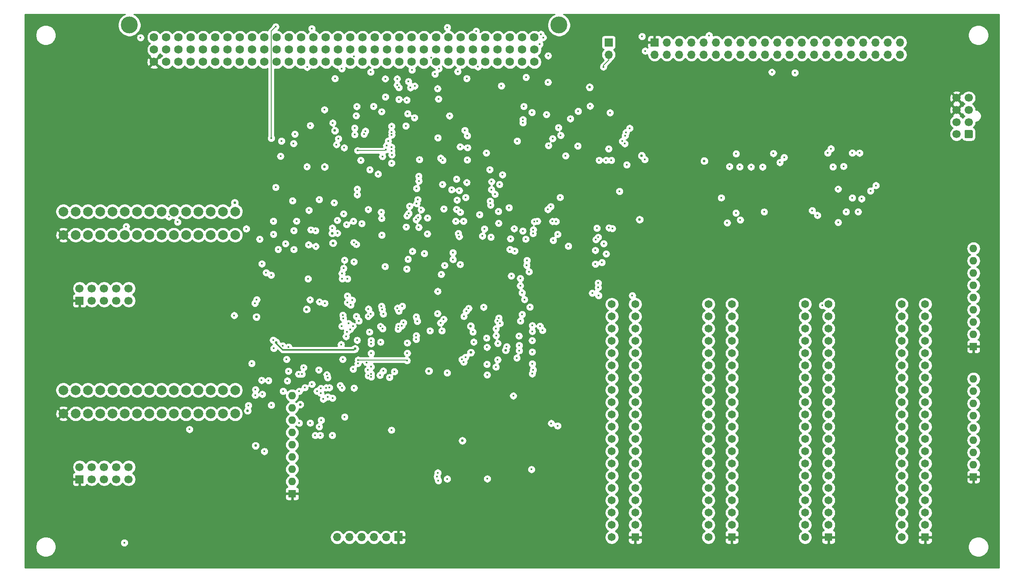
<source format=gbr>
G04 #@! TF.GenerationSoftware,KiCad,Pcbnew,(5.1.4)-1*
G04 #@! TF.CreationDate,2020-02-21T22:19:43+01:00*
G04 #@! TF.ProjectId,Project_GCM,50726f6a-6563-4745-9f47-434d2e6b6963,V4*
G04 #@! TF.SameCoordinates,PX40d9900PY1e84800*
G04 #@! TF.FileFunction,Copper,L2,Inr*
G04 #@! TF.FilePolarity,Positive*
%FSLAX46Y46*%
G04 Gerber Fmt 4.6, Leading zero omitted, Abs format (unit mm)*
G04 Created by KiCad (PCBNEW (5.1.4)-1) date 2020-02-21 22:19:43*
%MOMM*%
%LPD*%
G04 APERTURE LIST*
%ADD10C,2.000000*%
%ADD11C,1.750000*%
%ADD12C,3.500000*%
%ADD13C,0.100000*%
%ADD14C,1.700000*%
%ADD15R,1.650000X1.650000*%
%ADD16C,1.650000*%
%ADD17R,1.700000X1.700000*%
%ADD18O,1.700000X1.700000*%
%ADD19R,1.600000X1.600000*%
%ADD20O,1.600000X1.600000*%
%ADD21C,0.550000*%
%ADD22C,0.450000*%
%ADD23C,0.300000*%
%ADD24C,0.180000*%
%ADD25C,0.254000*%
G04 APERTURE END LIST*
D10*
X44190000Y-83400000D03*
X44190000Y-78540000D03*
X41650000Y-83400000D03*
X41650000Y-78540000D03*
X39110000Y-83400000D03*
X39110000Y-78540000D03*
X36570000Y-83400000D03*
X36570000Y-78540000D03*
X34030000Y-83400000D03*
X34030000Y-78540000D03*
X31490000Y-83400000D03*
X31490000Y-78540000D03*
X28950000Y-83400000D03*
X28950000Y-78540000D03*
X26410000Y-83400000D03*
X26410000Y-78540000D03*
X23870000Y-83400000D03*
X23870000Y-78540000D03*
X21330000Y-83400000D03*
X21330000Y-78540000D03*
X18790000Y-83400000D03*
X18790000Y-78540000D03*
X16250000Y-83400000D03*
X16250000Y-78540000D03*
X13710000Y-83400000D03*
X13710000Y-78540000D03*
X11170000Y-83400000D03*
X11170000Y-78540000D03*
X8640000Y-83400000D03*
X8630000Y-78540000D03*
X44190000Y-46400000D03*
X44190000Y-41540000D03*
X41650000Y-46400000D03*
X41650000Y-41540000D03*
X39110000Y-46400000D03*
X39110000Y-41540000D03*
X36570000Y-46400000D03*
X36570000Y-41540000D03*
X34030000Y-46400000D03*
X34030000Y-41540000D03*
X31490000Y-46400000D03*
X31490000Y-41540000D03*
X28950000Y-46400000D03*
X28950000Y-41540000D03*
X26410000Y-46400000D03*
X26410000Y-41540000D03*
X23870000Y-46400000D03*
X23870000Y-41540000D03*
X21330000Y-46400000D03*
X21330000Y-41540000D03*
X18790000Y-46400000D03*
X18790000Y-41540000D03*
X16250000Y-46400000D03*
X16250000Y-41540000D03*
X13710000Y-46400000D03*
X13710000Y-41540000D03*
X11170000Y-46400000D03*
X11170000Y-41540000D03*
X8640000Y-46400000D03*
X8630000Y-41540000D03*
D11*
X106140000Y-5460000D03*
X103600000Y-5460000D03*
X101060000Y-5460000D03*
X98520000Y-5460000D03*
X95980000Y-5460000D03*
X93440000Y-5460000D03*
X90900000Y-5460000D03*
X88360000Y-5460000D03*
X85820000Y-5460000D03*
X83280000Y-5460000D03*
X80740000Y-5460000D03*
X78200000Y-5460000D03*
X75660000Y-5460000D03*
X73120000Y-5460000D03*
X70580000Y-5460000D03*
X68040000Y-5460000D03*
X65500000Y-5460000D03*
X62960000Y-5460000D03*
X60420000Y-5460000D03*
X57880000Y-5460000D03*
X55340000Y-5460000D03*
X52800000Y-5460000D03*
X50260000Y-5460000D03*
X47720000Y-5460000D03*
X45180000Y-5460000D03*
X42640000Y-5460000D03*
X40100000Y-5460000D03*
X37560000Y-5460000D03*
X35020000Y-5460000D03*
X32480000Y-5460000D03*
X29940000Y-5460000D03*
X27400000Y-5460000D03*
X106140000Y-8000000D03*
X103600000Y-8000000D03*
X101060000Y-8000000D03*
X98520000Y-8000000D03*
X95980000Y-8000000D03*
X93440000Y-8000000D03*
X90900000Y-8000000D03*
X88360000Y-8000000D03*
X85820000Y-8000000D03*
X83280000Y-8000000D03*
X80740000Y-8000000D03*
X78200000Y-8000000D03*
X75660000Y-8000000D03*
X73120000Y-8000000D03*
X70580000Y-8000000D03*
X68040000Y-8000000D03*
X65500000Y-8000000D03*
X62960000Y-8000000D03*
X60420000Y-8000000D03*
X57880000Y-8000000D03*
X55340000Y-8000000D03*
X52800000Y-8000000D03*
X50260000Y-8000000D03*
X47720000Y-8000000D03*
X45180000Y-8000000D03*
X42640000Y-8000000D03*
X40100000Y-8000000D03*
X37560000Y-8000000D03*
X35020000Y-8000000D03*
X32480000Y-8000000D03*
X29940000Y-8000000D03*
X27400000Y-8000000D03*
X106140000Y-10540000D03*
X103600000Y-10540000D03*
X101060000Y-10540000D03*
X98520000Y-10540000D03*
X95980000Y-10540000D03*
X93440000Y-10540000D03*
X90900000Y-10540000D03*
X88360000Y-10540000D03*
X85820000Y-10540000D03*
X83280000Y-10540000D03*
X80740000Y-10540000D03*
X78200000Y-10540000D03*
X75660000Y-10540000D03*
X73120000Y-10540000D03*
X70580000Y-10540000D03*
X68040000Y-10540000D03*
X65500000Y-10540000D03*
X62960000Y-10540000D03*
X60420000Y-10540000D03*
X57880000Y-10540000D03*
X55340000Y-10540000D03*
X52800000Y-10540000D03*
X50260000Y-10540000D03*
X47720000Y-10540000D03*
X45180000Y-10540000D03*
X42640000Y-10540000D03*
X40100000Y-10540000D03*
X37560000Y-10540000D03*
X35020000Y-10540000D03*
X32480000Y-10540000D03*
X29940000Y-10540000D03*
X27400000Y-10540000D03*
D12*
X111220000Y-2920000D03*
X22320000Y-2920000D03*
D13*
G36*
X196624504Y-24651204D02*
G01*
X196648773Y-24654804D01*
X196672571Y-24660765D01*
X196695671Y-24669030D01*
X196717849Y-24679520D01*
X196738893Y-24692133D01*
X196758598Y-24706747D01*
X196776777Y-24723223D01*
X196793253Y-24741402D01*
X196807867Y-24761107D01*
X196820480Y-24782151D01*
X196830970Y-24804329D01*
X196839235Y-24827429D01*
X196845196Y-24851227D01*
X196848796Y-24875496D01*
X196850000Y-24900000D01*
X196850000Y-26100000D01*
X196848796Y-26124504D01*
X196845196Y-26148773D01*
X196839235Y-26172571D01*
X196830970Y-26195671D01*
X196820480Y-26217849D01*
X196807867Y-26238893D01*
X196793253Y-26258598D01*
X196776777Y-26276777D01*
X196758598Y-26293253D01*
X196738893Y-26307867D01*
X196717849Y-26320480D01*
X196695671Y-26330970D01*
X196672571Y-26339235D01*
X196648773Y-26345196D01*
X196624504Y-26348796D01*
X196600000Y-26350000D01*
X195400000Y-26350000D01*
X195375496Y-26348796D01*
X195351227Y-26345196D01*
X195327429Y-26339235D01*
X195304329Y-26330970D01*
X195282151Y-26320480D01*
X195261107Y-26307867D01*
X195241402Y-26293253D01*
X195223223Y-26276777D01*
X195206747Y-26258598D01*
X195192133Y-26238893D01*
X195179520Y-26217849D01*
X195169030Y-26195671D01*
X195160765Y-26172571D01*
X195154804Y-26148773D01*
X195151204Y-26124504D01*
X195150000Y-26100000D01*
X195150000Y-24900000D01*
X195151204Y-24875496D01*
X195154804Y-24851227D01*
X195160765Y-24827429D01*
X195169030Y-24804329D01*
X195179520Y-24782151D01*
X195192133Y-24761107D01*
X195206747Y-24741402D01*
X195223223Y-24723223D01*
X195241402Y-24706747D01*
X195261107Y-24692133D01*
X195282151Y-24679520D01*
X195304329Y-24669030D01*
X195327429Y-24660765D01*
X195351227Y-24654804D01*
X195375496Y-24651204D01*
X195400000Y-24650000D01*
X196600000Y-24650000D01*
X196624504Y-24651204D01*
X196624504Y-24651204D01*
G37*
D14*
X196000000Y-25500000D03*
X196000000Y-23000000D03*
X196000000Y-20500000D03*
X196000000Y-18000000D03*
X193500000Y-25500000D03*
X193500000Y-23000000D03*
X193500000Y-20500000D03*
X193500000Y-18000000D03*
D15*
X187000000Y-109000000D03*
D16*
X182149000Y-109000000D03*
X187000000Y-106460000D03*
X182149000Y-106460000D03*
X187000000Y-103920000D03*
X182149000Y-103920000D03*
X187000000Y-101380000D03*
X182149000Y-101380000D03*
X187000000Y-98840000D03*
X182149000Y-98840000D03*
X187000000Y-96300000D03*
X182149000Y-96300000D03*
X187000000Y-93760000D03*
X182149000Y-93760000D03*
X187000000Y-91220000D03*
X182149000Y-91220000D03*
X187000000Y-88680000D03*
X182149000Y-88680000D03*
X187000000Y-86140000D03*
X182149000Y-86140000D03*
X187000000Y-83600000D03*
X182149000Y-83600000D03*
X187000000Y-81060000D03*
X182149000Y-81060000D03*
X187000000Y-78520000D03*
X182149000Y-78520000D03*
X187000000Y-75980000D03*
X182149000Y-75980000D03*
X187000000Y-73440000D03*
X182149000Y-73440000D03*
X187000000Y-70900000D03*
X182149000Y-70900000D03*
X187000000Y-68360000D03*
X182149000Y-68360000D03*
X187000000Y-65820000D03*
X182149000Y-65820000D03*
X187000000Y-63280000D03*
X182149000Y-63280000D03*
X187000000Y-60740000D03*
X182149000Y-60740000D03*
D15*
X147000000Y-109000000D03*
D16*
X142149000Y-109000000D03*
X147000000Y-106460000D03*
X142149000Y-106460000D03*
X147000000Y-103920000D03*
X142149000Y-103920000D03*
X147000000Y-101380000D03*
X142149000Y-101380000D03*
X147000000Y-98840000D03*
X142149000Y-98840000D03*
X147000000Y-96300000D03*
X142149000Y-96300000D03*
X147000000Y-93760000D03*
X142149000Y-93760000D03*
X147000000Y-91220000D03*
X142149000Y-91220000D03*
X147000000Y-88680000D03*
X142149000Y-88680000D03*
X147000000Y-86140000D03*
X142149000Y-86140000D03*
X147000000Y-83600000D03*
X142149000Y-83600000D03*
X147000000Y-81060000D03*
X142149000Y-81060000D03*
X147000000Y-78520000D03*
X142149000Y-78520000D03*
X147000000Y-75980000D03*
X142149000Y-75980000D03*
X147000000Y-73440000D03*
X142149000Y-73440000D03*
X147000000Y-70900000D03*
X142149000Y-70900000D03*
X147000000Y-68360000D03*
X142149000Y-68360000D03*
X147000000Y-65820000D03*
X142149000Y-65820000D03*
X147000000Y-63280000D03*
X142149000Y-63280000D03*
X147000000Y-60740000D03*
X142149000Y-60740000D03*
X162149000Y-60740000D03*
X167000000Y-60740000D03*
X162149000Y-63280000D03*
X167000000Y-63280000D03*
X162149000Y-65820000D03*
X167000000Y-65820000D03*
X162149000Y-68360000D03*
X167000000Y-68360000D03*
X162149000Y-70900000D03*
X167000000Y-70900000D03*
X162149000Y-73440000D03*
X167000000Y-73440000D03*
X162149000Y-75980000D03*
X167000000Y-75980000D03*
X162149000Y-78520000D03*
X167000000Y-78520000D03*
X162149000Y-81060000D03*
X167000000Y-81060000D03*
X162149000Y-83600000D03*
X167000000Y-83600000D03*
X162149000Y-86140000D03*
X167000000Y-86140000D03*
X162149000Y-88680000D03*
X167000000Y-88680000D03*
X162149000Y-91220000D03*
X167000000Y-91220000D03*
X162149000Y-93760000D03*
X167000000Y-93760000D03*
X162149000Y-96300000D03*
X167000000Y-96300000D03*
X162149000Y-98840000D03*
X167000000Y-98840000D03*
X162149000Y-101380000D03*
X167000000Y-101380000D03*
X162149000Y-103920000D03*
X167000000Y-103920000D03*
X162149000Y-106460000D03*
X167000000Y-106460000D03*
X162149000Y-109000000D03*
D15*
X167000000Y-109000000D03*
D16*
X122149000Y-60740000D03*
X127000000Y-60740000D03*
X122149000Y-63280000D03*
X127000000Y-63280000D03*
X122149000Y-65820000D03*
X127000000Y-65820000D03*
X122149000Y-68360000D03*
X127000000Y-68360000D03*
X122149000Y-70900000D03*
X127000000Y-70900000D03*
X122149000Y-73440000D03*
X127000000Y-73440000D03*
X122149000Y-75980000D03*
X127000000Y-75980000D03*
X122149000Y-78520000D03*
X127000000Y-78520000D03*
X122149000Y-81060000D03*
X127000000Y-81060000D03*
X122149000Y-83600000D03*
X127000000Y-83600000D03*
X122149000Y-86140000D03*
X127000000Y-86140000D03*
X122149000Y-88680000D03*
X127000000Y-88680000D03*
X122149000Y-91220000D03*
X127000000Y-91220000D03*
X122149000Y-93760000D03*
X127000000Y-93760000D03*
X122149000Y-96300000D03*
X127000000Y-96300000D03*
X122149000Y-98840000D03*
X127000000Y-98840000D03*
X122149000Y-101380000D03*
X127000000Y-101380000D03*
X122149000Y-103920000D03*
X127000000Y-103920000D03*
X122149000Y-106460000D03*
X127000000Y-106460000D03*
X122149000Y-109000000D03*
D15*
X127000000Y-109000000D03*
D17*
X78000000Y-109000000D03*
D18*
X75460000Y-109000000D03*
X72920000Y-109000000D03*
X70380000Y-109000000D03*
X67840000Y-109000000D03*
X65300000Y-109000000D03*
D17*
X121500000Y-6500000D03*
D18*
X121500000Y-9040000D03*
D14*
X22160000Y-57460000D03*
X22160000Y-60000000D03*
X19620000Y-57460000D03*
X19620000Y-60000000D03*
X17080000Y-57460000D03*
X17080000Y-60000000D03*
X14540000Y-57460000D03*
X14540000Y-60000000D03*
X12000000Y-57460000D03*
D17*
X12000000Y-60000000D03*
X131000000Y-6500000D03*
D18*
X131000000Y-9040000D03*
X133540000Y-6500000D03*
X133540000Y-9040000D03*
X136080000Y-6500000D03*
X136080000Y-9040000D03*
X138620000Y-6500000D03*
X138620000Y-9040000D03*
X141160000Y-6500000D03*
X141160000Y-9040000D03*
X143700000Y-6500000D03*
X143700000Y-9040000D03*
X146240000Y-6500000D03*
X146240000Y-9040000D03*
X148780000Y-6500000D03*
X148780000Y-9040000D03*
X151320000Y-6500000D03*
X151320000Y-9040000D03*
X153860000Y-6500000D03*
X153860000Y-9040000D03*
X156400000Y-6500000D03*
X156400000Y-9040000D03*
X158940000Y-6500000D03*
X158940000Y-9040000D03*
X161480000Y-6500000D03*
X161480000Y-9040000D03*
X164020000Y-6500000D03*
X164020000Y-9040000D03*
X166560000Y-6500000D03*
X166560000Y-9040000D03*
X169100000Y-6500000D03*
X169100000Y-9040000D03*
X171640000Y-6500000D03*
X171640000Y-9040000D03*
X174180000Y-6500000D03*
X174180000Y-9040000D03*
X176720000Y-6500000D03*
X176720000Y-9040000D03*
X179260000Y-6500000D03*
X179260000Y-9040000D03*
X181800000Y-6500000D03*
X181800000Y-9040000D03*
D17*
X12000000Y-97000000D03*
D14*
X12000000Y-94460000D03*
X14540000Y-97000000D03*
X14540000Y-94460000D03*
X17080000Y-97000000D03*
X17080000Y-94460000D03*
X19620000Y-97000000D03*
X19620000Y-94460000D03*
X22160000Y-97000000D03*
X22160000Y-94460000D03*
D19*
X56000000Y-100000000D03*
D20*
X56000000Y-97460000D03*
X56000000Y-94920000D03*
X56000000Y-92380000D03*
X56000000Y-89840000D03*
X56000000Y-87300000D03*
X56000000Y-84760000D03*
X56000000Y-82220000D03*
X56000000Y-79680000D03*
D19*
X197000000Y-69500000D03*
D20*
X197000000Y-66960000D03*
X197000000Y-64420000D03*
X197000000Y-61880000D03*
X197000000Y-59340000D03*
X197000000Y-56800000D03*
X197000000Y-54260000D03*
X197000000Y-51720000D03*
X197000000Y-49180000D03*
X197000000Y-76180000D03*
X197000000Y-78720000D03*
X197000000Y-81260000D03*
X197000000Y-83800000D03*
X197000000Y-86340000D03*
X197000000Y-88880000D03*
X197000000Y-91420000D03*
X197000000Y-93960000D03*
D19*
X197000000Y-96500000D03*
D21*
X125448600Y-42924900D03*
X121533600Y-15031000D03*
X99272800Y-30713200D03*
X81754200Y-70328800D03*
X74252300Y-70545300D03*
X70261100Y-69632900D03*
X67803700Y-39015500D03*
X82024400Y-66332600D03*
X60912000Y-21794600D03*
X83531500Y-32728000D03*
X101501500Y-92364000D03*
X51342100Y-67483900D03*
X49646400Y-89329500D03*
X117548100Y-15776600D03*
X64438000Y-48059000D03*
X62710100Y-32272300D03*
X58985800Y-61791600D03*
X64279900Y-46035200D03*
X127889700Y-43201300D03*
X91217300Y-89000000D03*
X48594100Y-63366100D03*
X64828600Y-24763600D03*
X141270400Y-31052900D03*
X48415900Y-90031000D03*
X128331000Y-29954500D03*
X92934500Y-65269700D03*
X92971200Y-70736500D03*
X57650200Y-81508500D03*
X84286200Y-74564200D03*
X46763600Y-82791900D03*
X69010300Y-69963200D03*
X44095900Y-39713800D03*
X100176200Y-70248800D03*
X52686200Y-68647700D03*
D22*
X68781200Y-51945500D03*
X103241000Y-64203200D03*
X96374900Y-96897300D03*
X101758300Y-79719400D03*
X59061400Y-32225600D03*
X60860000Y-48740700D03*
X104567900Y-51647600D03*
X54605400Y-48182500D03*
X105033100Y-53990500D03*
X24608000Y-5497200D03*
X156935200Y-31367900D03*
X124833900Y-27475400D03*
X72816700Y-19721700D03*
X153341300Y-32304500D03*
X52118100Y-46233000D03*
X126384500Y-58936300D03*
X74495200Y-20860000D03*
X150954800Y-32304500D03*
X124897700Y-25828100D03*
X92114400Y-13959100D03*
X148615200Y-32282800D03*
X52109000Y-43513700D03*
X120972400Y-50306000D03*
X80789900Y-12228300D03*
X88547000Y-21714500D03*
X153668200Y-41603800D03*
X52577500Y-36523900D03*
X120464500Y-48163500D03*
X92219400Y-30841900D03*
X148728700Y-43271500D03*
X119420500Y-58941300D03*
X53086400Y-49348000D03*
X90241600Y-12554800D03*
X96164600Y-29406100D03*
X147826400Y-41832400D03*
X78065100Y-18292500D03*
X90756700Y-52477300D03*
X107281700Y-65292400D03*
X94429500Y-11562700D03*
X96884100Y-32853100D03*
X146031300Y-43845300D03*
X119311800Y-57283800D03*
X83347200Y-50219700D03*
X75281200Y-17768700D03*
X80133900Y-41912500D03*
X107785200Y-66145000D03*
X87535600Y-52695500D03*
X77709600Y-15319200D03*
X81766400Y-39905000D03*
X56279700Y-27458000D03*
X119304000Y-46866500D03*
X90564000Y-37165300D03*
X64848000Y-13985700D03*
X70171600Y-30933800D03*
X119311400Y-56344900D03*
X89256700Y-50021300D03*
X82201500Y-35224700D03*
X118734500Y-52411000D03*
X91453700Y-43524000D03*
X77714800Y-14025400D03*
X89993500Y-41067300D03*
X80481300Y-15883600D03*
X90123500Y-39163000D03*
X118746500Y-49576400D03*
X80060700Y-14598500D03*
X118844600Y-47350100D03*
X88982100Y-37028200D03*
X120098200Y-52093900D03*
X91897300Y-38596800D03*
X89997900Y-34825000D03*
X72049900Y-32868400D03*
X59745500Y-23700300D03*
X125234800Y-31846600D03*
X125834000Y-24270200D03*
X123736200Y-37344900D03*
X124305600Y-26969200D03*
X121767800Y-21049400D03*
X121484600Y-28521200D03*
X125094100Y-25172500D03*
X76532900Y-86820100D03*
X88069400Y-74947200D03*
X81283800Y-22084900D03*
X109619400Y-85398200D03*
X110021900Y-47485800D03*
X105529900Y-94961100D03*
X104526400Y-52659500D03*
X89277400Y-51461200D03*
X79890500Y-21282100D03*
X95625300Y-61342300D03*
X97112000Y-46832600D03*
X110924800Y-85922400D03*
X110924800Y-46242800D03*
X76566700Y-23849000D03*
X74661200Y-30120200D03*
X86715500Y-30459000D03*
X87095200Y-35917500D03*
X74550300Y-46408800D03*
X70407700Y-44008700D03*
X90778300Y-41669100D03*
X90566800Y-46710000D03*
X65350200Y-46020300D03*
X86131800Y-95651600D03*
X85984500Y-96448300D03*
X86243500Y-97269900D03*
X88090500Y-96917300D03*
X105829900Y-46079600D03*
X90365400Y-46079600D03*
X76608000Y-29781700D03*
X87161200Y-30904800D03*
X105895200Y-45280500D03*
X107215600Y-6840700D03*
X98683000Y-41507400D03*
X176786700Y-36130500D03*
X97052500Y-40185800D03*
X109870000Y-43566500D03*
X175680300Y-37258800D03*
X97232300Y-36977200D03*
X110586800Y-43582700D03*
X170109300Y-32154800D03*
X108920100Y-41104500D03*
X97261700Y-35353600D03*
X167911500Y-32281000D03*
X113157800Y-48704800D03*
X96956600Y-39375600D03*
X173122100Y-41601600D03*
X170635000Y-41599700D03*
X109514600Y-40509900D03*
X97955700Y-37954400D03*
X111436300Y-38588200D03*
X98890400Y-35917900D03*
X164681000Y-42306100D03*
X118100100Y-58438100D03*
X95369900Y-46606400D03*
X99517600Y-33909200D03*
X163606500Y-41326300D03*
X147874700Y-29577000D03*
X166825000Y-29402500D03*
X104394300Y-13724600D03*
X167489900Y-28510000D03*
X171905000Y-29410400D03*
X173413100Y-29418800D03*
X157803000Y-30302500D03*
X99283800Y-15481500D03*
X168975700Y-36875300D03*
X108956000Y-9270000D03*
X168982900Y-43767300D03*
X171905000Y-38704700D03*
X173843700Y-38905100D03*
X74837400Y-62750000D03*
X73787100Y-33758000D03*
X68917500Y-25605800D03*
X66620600Y-41975700D03*
X128957000Y-30762500D03*
X165699800Y-60975500D03*
X120962100Y-30889800D03*
X121559000Y-44912100D03*
X122246100Y-45030000D03*
X122055000Y-30908200D03*
X119048700Y-44978700D03*
X119515000Y-30892500D03*
X69237200Y-21687100D03*
X103934000Y-19760900D03*
X71772400Y-61690100D03*
X66768600Y-28324800D03*
X66266900Y-65275200D03*
X53587800Y-30064000D03*
X68562000Y-65249300D03*
X56545200Y-25477700D03*
X51658700Y-26350800D03*
X71971000Y-66499500D03*
X94046900Y-4172300D03*
X52563500Y-3258600D03*
X107490500Y-4805000D03*
X103750800Y-23138700D03*
X75507100Y-27896000D03*
X77785900Y-61520300D03*
X107935100Y-5473100D03*
X103748600Y-22483000D03*
X75856900Y-26944100D03*
X72337300Y-68892400D03*
X68013900Y-65927200D03*
X69427000Y-68196000D03*
X88103500Y-3415000D03*
X53773500Y-26914600D03*
X68767000Y-9416800D03*
X66271400Y-11931700D03*
X70864200Y-25480600D03*
X67134400Y-67434700D03*
X66118300Y-69056900D03*
X84739100Y-9627100D03*
X86342200Y-11930300D03*
X92244500Y-25829600D03*
X82342100Y-30771400D03*
X76554300Y-31500000D03*
X78056500Y-62178800D03*
X92019800Y-62133200D03*
X90751100Y-28113000D03*
X91524400Y-63229900D03*
X86140100Y-26250600D03*
X74159200Y-75462700D03*
X91728300Y-24711900D03*
X67251600Y-44232100D03*
X86075500Y-62673700D03*
X79570900Y-44735900D03*
X87346600Y-63849800D03*
X81639000Y-43224900D03*
X71729400Y-41108800D03*
X79745900Y-42416000D03*
X86685900Y-64590200D03*
X75215200Y-52901000D03*
X93385300Y-66497800D03*
X72259100Y-12634200D03*
X74415000Y-41644600D03*
X68099900Y-60908500D03*
X59843100Y-45330900D03*
X67413000Y-60413200D03*
X56887300Y-43500000D03*
X59086800Y-11637500D03*
X60052400Y-3632500D03*
X56069400Y-39314900D03*
X60832600Y-45502500D03*
X68417200Y-59910200D03*
X66628000Y-53291700D03*
X93553400Y-68548200D03*
X59448400Y-41275300D03*
X75251500Y-14025400D03*
X86980600Y-66241200D03*
X82183900Y-44780300D03*
X91860600Y-71718400D03*
X79719500Y-18436400D03*
X89825000Y-43546400D03*
X86081200Y-16064000D03*
X94783900Y-42166000D03*
X91494900Y-72713800D03*
X78083600Y-15857900D03*
X91137800Y-72179500D03*
X87367800Y-40983900D03*
X120393000Y-11572400D03*
X21270300Y-110151900D03*
X155587500Y-29503800D03*
X144785000Y-38677500D03*
X146494000Y-32221100D03*
X76127100Y-75897600D03*
X86268400Y-18213900D03*
X62678500Y-20445600D03*
X66475400Y-63022000D03*
X155266800Y-12657600D03*
X85554700Y-13038500D03*
X77148700Y-74693400D03*
X81885500Y-64250000D03*
X78026200Y-65269800D03*
X160038900Y-12786600D03*
X108937200Y-14755500D03*
X77899100Y-65900200D03*
X74487400Y-61160000D03*
X74599700Y-61790400D03*
X64398300Y-23165900D03*
X64675500Y-39690000D03*
X59278800Y-55467000D03*
X81353700Y-15542500D03*
X92110600Y-35523000D03*
X79709100Y-53424900D03*
X81668800Y-63360600D03*
X51642900Y-54697100D03*
X78998300Y-64549600D03*
X30485400Y-42636700D03*
X78656600Y-65187000D03*
X63150700Y-75319700D03*
X55229000Y-69623300D03*
X50608900Y-54190400D03*
X79811600Y-68732900D03*
X49265500Y-47258300D03*
X81656200Y-67993600D03*
X79821100Y-70868100D03*
X49740700Y-52368600D03*
X54032000Y-69359600D03*
X63671500Y-78021700D03*
X64331300Y-80179500D03*
X46502300Y-45104400D03*
X54836500Y-72156000D03*
X79974500Y-51409700D03*
X103586200Y-62841800D03*
X44000800Y-63047000D03*
X80871800Y-49762400D03*
X86099300Y-58054600D03*
X48662300Y-59773000D03*
X66282100Y-78103600D03*
X63340600Y-79933600D03*
X32278500Y-43720300D03*
X65922500Y-77565000D03*
X62404000Y-80398100D03*
X52181700Y-69864200D03*
X21652700Y-44605700D03*
X52062200Y-68156000D03*
X59395100Y-48406300D03*
X67438100Y-55445800D03*
X66280500Y-54344900D03*
X59681800Y-59817600D03*
X67414300Y-59002400D03*
X56337100Y-49398500D03*
X66356000Y-55489600D03*
X56334500Y-45472800D03*
X103190800Y-56899700D03*
X105664000Y-75139600D03*
X103201200Y-55397500D03*
X105883500Y-74333100D03*
X103551100Y-58359400D03*
X105672300Y-73050800D03*
X47630600Y-73001800D03*
X104056300Y-59743400D03*
X105660400Y-70609900D03*
X101335300Y-54875900D03*
X100394400Y-69508200D03*
X105183600Y-61314400D03*
X105664300Y-66347300D03*
X48284900Y-60537500D03*
X61492600Y-74325900D03*
X61997500Y-84748600D03*
X84514700Y-66244500D03*
X58356600Y-73870000D03*
X81681800Y-67250000D03*
X60085400Y-77292600D03*
X46951600Y-81703000D03*
X61111000Y-78739600D03*
X51676900Y-81645800D03*
X63041100Y-78030000D03*
X54997700Y-76603000D03*
X55210300Y-74590600D03*
X58641700Y-78013200D03*
X61926800Y-78154400D03*
X61884100Y-79145000D03*
X54110900Y-78732600D03*
X105664700Y-65152800D03*
X66853100Y-84079600D03*
X102928500Y-67294700D03*
X51089300Y-76546500D03*
X34749000Y-86659000D03*
X68804400Y-78103600D03*
X49676600Y-76492300D03*
X48409500Y-78402500D03*
X49833700Y-79377900D03*
X57461700Y-78743900D03*
X57302300Y-75221100D03*
X63319500Y-75950100D03*
X61621200Y-60247100D03*
X48338100Y-79565600D03*
X62731000Y-60542400D03*
X58032700Y-75221000D03*
X111087600Y-24153600D03*
X75369500Y-28721500D03*
X72240900Y-62714500D03*
X69548100Y-28905000D03*
X65170900Y-27658000D03*
X69265400Y-63240600D03*
X69360700Y-19770200D03*
X117655300Y-19693200D03*
X115175200Y-20762500D03*
X68914200Y-24226900D03*
X69807900Y-64171600D03*
X65577400Y-26456400D03*
X128388800Y-5259900D03*
X105624700Y-20990300D03*
X71157700Y-24869300D03*
X74249400Y-65324300D03*
X109882000Y-26444900D03*
X76581700Y-28945200D03*
X78776600Y-61160000D03*
X113565800Y-22307200D03*
X76600500Y-25691000D03*
X72333600Y-68232700D03*
X111562400Y-25732000D03*
X76537800Y-28200600D03*
X74299300Y-68562500D03*
X129029700Y-8270500D03*
X108617200Y-21434800D03*
X76592100Y-25060600D03*
X72339100Y-70890600D03*
X112584300Y-29981800D03*
X72340500Y-75792500D03*
X109032200Y-27890400D03*
X92268900Y-28311300D03*
X92518500Y-61592800D03*
X71730600Y-75511100D03*
X115090100Y-27947600D03*
X102568500Y-26925200D03*
X72342300Y-75156400D03*
X142268300Y-5057400D03*
X98755300Y-63589600D03*
X83970100Y-46173900D03*
X101931100Y-45087900D03*
X98526500Y-64220000D03*
X101158800Y-47161000D03*
X82041300Y-42729500D03*
X86838500Y-54541900D03*
X98995900Y-64703300D03*
X98175300Y-65793300D03*
X100881000Y-40722700D03*
X69263100Y-48328400D03*
X101046700Y-49369400D03*
X98199300Y-67250000D03*
X96230600Y-67718800D03*
X64315800Y-44930800D03*
X98706700Y-43962500D03*
X68743300Y-47956600D03*
X102041600Y-49695000D03*
X98534900Y-68835000D03*
X68655200Y-43546400D03*
X95782400Y-45125400D03*
X96320500Y-69645700D03*
X98527300Y-72250000D03*
X104311500Y-47229700D03*
X96295400Y-73172500D03*
X103708700Y-45547400D03*
X98160800Y-73729200D03*
X106110400Y-43635500D03*
X96334500Y-75357500D03*
X106740800Y-43530900D03*
X105655700Y-68250000D03*
X102963700Y-69250000D03*
X50246000Y-91224300D03*
X102992500Y-70342100D03*
X102493500Y-71857900D03*
X61579600Y-86100000D03*
X82178000Y-34226900D03*
X64304400Y-87901800D03*
X74836600Y-74557600D03*
X81747200Y-36735800D03*
X61798100Y-87872700D03*
X71669700Y-74353500D03*
X81965400Y-39073000D03*
X60758200Y-87902800D03*
X72310400Y-73708900D03*
X83978300Y-42852600D03*
X59721800Y-85327800D03*
X71383900Y-72795500D03*
X69470900Y-36881500D03*
X67659500Y-64723500D03*
X57454500Y-85344100D03*
X68615600Y-74177200D03*
X69455600Y-38056100D03*
X67366600Y-66444000D03*
X69585800Y-73019900D03*
X82696900Y-41194000D03*
X79752800Y-72426500D03*
X69649500Y-72276100D03*
X74498900Y-42953900D03*
X74710100Y-65819600D03*
X66445000Y-72164200D03*
X65337100Y-43346300D03*
X66570000Y-63652300D03*
X79507200Y-23787700D03*
X80291500Y-40426600D03*
X66831800Y-51611600D03*
X61589200Y-39055000D03*
X71735400Y-63250300D03*
D23*
X52686200Y-68647700D02*
X52686200Y-68828000D01*
X52686200Y-68828000D02*
X54056800Y-70198600D01*
X54056800Y-70198600D02*
X68774900Y-70198600D01*
X68774900Y-70198600D02*
X69010300Y-69963200D01*
D24*
X51658700Y-26350800D02*
X51647100Y-26339200D01*
X51647100Y-26339200D02*
X51647100Y-4175000D01*
X51647100Y-4175000D02*
X52563500Y-3258600D01*
X121500000Y-10160300D02*
X120393000Y-11267300D01*
X120393000Y-11267300D02*
X120393000Y-11572400D01*
X121500000Y-9040000D02*
X121500000Y-10160300D01*
X69548100Y-28905000D02*
X75186000Y-28905000D01*
X75186000Y-28905000D02*
X75369500Y-28721500D01*
X69649500Y-72276100D02*
X79602400Y-72276100D01*
X79602400Y-72276100D02*
X79752800Y-72426500D01*
D25*
G36*
X21190279Y-806440D02*
G01*
X20799651Y-1067450D01*
X20467450Y-1399651D01*
X20206440Y-1790279D01*
X20026654Y-2224321D01*
X19935000Y-2685098D01*
X19935000Y-3154902D01*
X20026654Y-3615679D01*
X20206440Y-4049721D01*
X20467450Y-4440349D01*
X20799651Y-4772550D01*
X21190279Y-5033560D01*
X21624321Y-5213346D01*
X22085098Y-5305000D01*
X22554902Y-5305000D01*
X23015679Y-5213346D01*
X23449721Y-5033560D01*
X23840349Y-4772550D01*
X24172550Y-4440349D01*
X24433560Y-4049721D01*
X24613346Y-3615679D01*
X24705000Y-3154902D01*
X24705000Y-2685098D01*
X24613346Y-2224321D01*
X24433560Y-1790279D01*
X24172550Y-1399651D01*
X23840349Y-1067450D01*
X23449721Y-806440D01*
X23216894Y-710000D01*
X110323106Y-710000D01*
X110090279Y-806440D01*
X109699651Y-1067450D01*
X109367450Y-1399651D01*
X109106440Y-1790279D01*
X108926654Y-2224321D01*
X108835000Y-2685098D01*
X108835000Y-3154902D01*
X108926654Y-3615679D01*
X109106440Y-4049721D01*
X109367450Y-4440349D01*
X109699651Y-4772550D01*
X110090279Y-5033560D01*
X110524321Y-5213346D01*
X110985098Y-5305000D01*
X111454902Y-5305000D01*
X111915679Y-5213346D01*
X112349721Y-5033560D01*
X112740349Y-4772550D01*
X113072550Y-4440349D01*
X113333560Y-4049721D01*
X113513346Y-3615679D01*
X113605000Y-3154902D01*
X113605000Y-2685098D01*
X113513346Y-2224321D01*
X113333560Y-1790279D01*
X113072550Y-1399651D01*
X112740349Y-1067450D01*
X112349721Y-806440D01*
X112116894Y-710000D01*
X202290001Y-710000D01*
X202290000Y-115290000D01*
X710000Y-115290000D01*
X710000Y-110789721D01*
X2865000Y-110789721D01*
X2865000Y-111210279D01*
X2947047Y-111622756D01*
X3107988Y-112011302D01*
X3341637Y-112360983D01*
X3639017Y-112658363D01*
X3988698Y-112892012D01*
X4377244Y-113052953D01*
X4789721Y-113135000D01*
X5210279Y-113135000D01*
X5622756Y-113052953D01*
X6011302Y-112892012D01*
X6360983Y-112658363D01*
X6658363Y-112360983D01*
X6892012Y-112011302D01*
X7052953Y-111622756D01*
X7135000Y-111210279D01*
X7135000Y-110789721D01*
X7052953Y-110377244D01*
X6924528Y-110067197D01*
X20410300Y-110067197D01*
X20410300Y-110236603D01*
X20443349Y-110402753D01*
X20508178Y-110559263D01*
X20602295Y-110700118D01*
X20722082Y-110819905D01*
X20862937Y-110914022D01*
X21019447Y-110978851D01*
X21185597Y-111011900D01*
X21355003Y-111011900D01*
X21521153Y-110978851D01*
X21677663Y-110914022D01*
X21818518Y-110819905D01*
X21848702Y-110789721D01*
X195865000Y-110789721D01*
X195865000Y-111210279D01*
X195947047Y-111622756D01*
X196107988Y-112011302D01*
X196341637Y-112360983D01*
X196639017Y-112658363D01*
X196988698Y-112892012D01*
X197377244Y-113052953D01*
X197789721Y-113135000D01*
X198210279Y-113135000D01*
X198622756Y-113052953D01*
X199011302Y-112892012D01*
X199360983Y-112658363D01*
X199658363Y-112360983D01*
X199892012Y-112011302D01*
X200052953Y-111622756D01*
X200135000Y-111210279D01*
X200135000Y-110789721D01*
X200052953Y-110377244D01*
X199892012Y-109988698D01*
X199658363Y-109639017D01*
X199360983Y-109341637D01*
X199011302Y-109107988D01*
X198622756Y-108947047D01*
X198210279Y-108865000D01*
X197789721Y-108865000D01*
X197377244Y-108947047D01*
X196988698Y-109107988D01*
X196639017Y-109341637D01*
X196341637Y-109639017D01*
X196107988Y-109988698D01*
X195947047Y-110377244D01*
X195865000Y-110789721D01*
X21848702Y-110789721D01*
X21938305Y-110700118D01*
X22032422Y-110559263D01*
X22097251Y-110402753D01*
X22130300Y-110236603D01*
X22130300Y-110067197D01*
X22097251Y-109901047D01*
X22032422Y-109744537D01*
X21938305Y-109603682D01*
X21818518Y-109483895D01*
X21677663Y-109389778D01*
X21521153Y-109324949D01*
X21355003Y-109291900D01*
X21185597Y-109291900D01*
X21019447Y-109324949D01*
X20862937Y-109389778D01*
X20722082Y-109483895D01*
X20602295Y-109603682D01*
X20508178Y-109744537D01*
X20443349Y-109901047D01*
X20410300Y-110067197D01*
X6924528Y-110067197D01*
X6892012Y-109988698D01*
X6658363Y-109639017D01*
X6360983Y-109341637D01*
X6011302Y-109107988D01*
X5750596Y-109000000D01*
X63807815Y-109000000D01*
X63836487Y-109291111D01*
X63921401Y-109571034D01*
X64059294Y-109829014D01*
X64244866Y-110055134D01*
X64470986Y-110240706D01*
X64728966Y-110378599D01*
X65008889Y-110463513D01*
X65227050Y-110485000D01*
X65372950Y-110485000D01*
X65591111Y-110463513D01*
X65871034Y-110378599D01*
X66129014Y-110240706D01*
X66355134Y-110055134D01*
X66540706Y-109829014D01*
X66570000Y-109774209D01*
X66599294Y-109829014D01*
X66784866Y-110055134D01*
X67010986Y-110240706D01*
X67268966Y-110378599D01*
X67548889Y-110463513D01*
X67767050Y-110485000D01*
X67912950Y-110485000D01*
X68131111Y-110463513D01*
X68411034Y-110378599D01*
X68669014Y-110240706D01*
X68895134Y-110055134D01*
X69080706Y-109829014D01*
X69110000Y-109774209D01*
X69139294Y-109829014D01*
X69324866Y-110055134D01*
X69550986Y-110240706D01*
X69808966Y-110378599D01*
X70088889Y-110463513D01*
X70307050Y-110485000D01*
X70452950Y-110485000D01*
X70671111Y-110463513D01*
X70951034Y-110378599D01*
X71209014Y-110240706D01*
X71435134Y-110055134D01*
X71620706Y-109829014D01*
X71650000Y-109774209D01*
X71679294Y-109829014D01*
X71864866Y-110055134D01*
X72090986Y-110240706D01*
X72348966Y-110378599D01*
X72628889Y-110463513D01*
X72847050Y-110485000D01*
X72992950Y-110485000D01*
X73211111Y-110463513D01*
X73491034Y-110378599D01*
X73749014Y-110240706D01*
X73975134Y-110055134D01*
X74160706Y-109829014D01*
X74190000Y-109774209D01*
X74219294Y-109829014D01*
X74404866Y-110055134D01*
X74630986Y-110240706D01*
X74888966Y-110378599D01*
X75168889Y-110463513D01*
X75387050Y-110485000D01*
X75532950Y-110485000D01*
X75751111Y-110463513D01*
X76031034Y-110378599D01*
X76289014Y-110240706D01*
X76515134Y-110055134D01*
X76539607Y-110025313D01*
X76560498Y-110094180D01*
X76619463Y-110204494D01*
X76698815Y-110301185D01*
X76795506Y-110380537D01*
X76905820Y-110439502D01*
X77025518Y-110475812D01*
X77150000Y-110488072D01*
X77714250Y-110485000D01*
X77873000Y-110326250D01*
X77873000Y-109127000D01*
X78127000Y-109127000D01*
X78127000Y-110326250D01*
X78285750Y-110485000D01*
X78850000Y-110488072D01*
X78974482Y-110475812D01*
X79094180Y-110439502D01*
X79204494Y-110380537D01*
X79301185Y-110301185D01*
X79380537Y-110204494D01*
X79439502Y-110094180D01*
X79475812Y-109974482D01*
X79488072Y-109850000D01*
X79485000Y-109285750D01*
X79326250Y-109127000D01*
X78127000Y-109127000D01*
X77873000Y-109127000D01*
X77853000Y-109127000D01*
X77853000Y-108873000D01*
X77873000Y-108873000D01*
X77873000Y-107673750D01*
X78127000Y-107673750D01*
X78127000Y-108873000D01*
X79326250Y-108873000D01*
X79485000Y-108714250D01*
X79488072Y-108150000D01*
X79475812Y-108025518D01*
X79439502Y-107905820D01*
X79380537Y-107795506D01*
X79301185Y-107698815D01*
X79204494Y-107619463D01*
X79094180Y-107560498D01*
X78974482Y-107524188D01*
X78850000Y-107511928D01*
X78285750Y-107515000D01*
X78127000Y-107673750D01*
X77873000Y-107673750D01*
X77714250Y-107515000D01*
X77150000Y-107511928D01*
X77025518Y-107524188D01*
X76905820Y-107560498D01*
X76795506Y-107619463D01*
X76698815Y-107698815D01*
X76619463Y-107795506D01*
X76560498Y-107905820D01*
X76539607Y-107974687D01*
X76515134Y-107944866D01*
X76289014Y-107759294D01*
X76031034Y-107621401D01*
X75751111Y-107536487D01*
X75532950Y-107515000D01*
X75387050Y-107515000D01*
X75168889Y-107536487D01*
X74888966Y-107621401D01*
X74630986Y-107759294D01*
X74404866Y-107944866D01*
X74219294Y-108170986D01*
X74190000Y-108225791D01*
X74160706Y-108170986D01*
X73975134Y-107944866D01*
X73749014Y-107759294D01*
X73491034Y-107621401D01*
X73211111Y-107536487D01*
X72992950Y-107515000D01*
X72847050Y-107515000D01*
X72628889Y-107536487D01*
X72348966Y-107621401D01*
X72090986Y-107759294D01*
X71864866Y-107944866D01*
X71679294Y-108170986D01*
X71650000Y-108225791D01*
X71620706Y-108170986D01*
X71435134Y-107944866D01*
X71209014Y-107759294D01*
X70951034Y-107621401D01*
X70671111Y-107536487D01*
X70452950Y-107515000D01*
X70307050Y-107515000D01*
X70088889Y-107536487D01*
X69808966Y-107621401D01*
X69550986Y-107759294D01*
X69324866Y-107944866D01*
X69139294Y-108170986D01*
X69110000Y-108225791D01*
X69080706Y-108170986D01*
X68895134Y-107944866D01*
X68669014Y-107759294D01*
X68411034Y-107621401D01*
X68131111Y-107536487D01*
X67912950Y-107515000D01*
X67767050Y-107515000D01*
X67548889Y-107536487D01*
X67268966Y-107621401D01*
X67010986Y-107759294D01*
X66784866Y-107944866D01*
X66599294Y-108170986D01*
X66570000Y-108225791D01*
X66540706Y-108170986D01*
X66355134Y-107944866D01*
X66129014Y-107759294D01*
X65871034Y-107621401D01*
X65591111Y-107536487D01*
X65372950Y-107515000D01*
X65227050Y-107515000D01*
X65008889Y-107536487D01*
X64728966Y-107621401D01*
X64470986Y-107759294D01*
X64244866Y-107944866D01*
X64059294Y-108170986D01*
X63921401Y-108428966D01*
X63836487Y-108708889D01*
X63807815Y-109000000D01*
X5750596Y-109000000D01*
X5622756Y-108947047D01*
X5210279Y-108865000D01*
X4789721Y-108865000D01*
X4377244Y-108947047D01*
X3988698Y-109107988D01*
X3639017Y-109341637D01*
X3341637Y-109639017D01*
X3107988Y-109988698D01*
X2947047Y-110377244D01*
X2865000Y-110789721D01*
X710000Y-110789721D01*
X710000Y-100800000D01*
X54561928Y-100800000D01*
X54574188Y-100924482D01*
X54610498Y-101044180D01*
X54669463Y-101154494D01*
X54748815Y-101251185D01*
X54845506Y-101330537D01*
X54955820Y-101389502D01*
X55075518Y-101425812D01*
X55200000Y-101438072D01*
X55714250Y-101435000D01*
X55873000Y-101276250D01*
X55873000Y-100127000D01*
X56127000Y-100127000D01*
X56127000Y-101276250D01*
X56285750Y-101435000D01*
X56800000Y-101438072D01*
X56924482Y-101425812D01*
X57044180Y-101389502D01*
X57154494Y-101330537D01*
X57251185Y-101251185D01*
X57330537Y-101154494D01*
X57389502Y-101044180D01*
X57425812Y-100924482D01*
X57438072Y-100800000D01*
X57435000Y-100285750D01*
X57276250Y-100127000D01*
X56127000Y-100127000D01*
X55873000Y-100127000D01*
X54723750Y-100127000D01*
X54565000Y-100285750D01*
X54561928Y-100800000D01*
X710000Y-100800000D01*
X710000Y-97850000D01*
X10511928Y-97850000D01*
X10524188Y-97974482D01*
X10560498Y-98094180D01*
X10619463Y-98204494D01*
X10698815Y-98301185D01*
X10795506Y-98380537D01*
X10905820Y-98439502D01*
X11025518Y-98475812D01*
X11150000Y-98488072D01*
X11714250Y-98485000D01*
X11873000Y-98326250D01*
X11873000Y-97127000D01*
X10673750Y-97127000D01*
X10515000Y-97285750D01*
X10511928Y-97850000D01*
X710000Y-97850000D01*
X710000Y-96150000D01*
X10511928Y-96150000D01*
X10515000Y-96714250D01*
X10673750Y-96873000D01*
X11873000Y-96873000D01*
X11873000Y-96853000D01*
X12127000Y-96853000D01*
X12127000Y-96873000D01*
X12147000Y-96873000D01*
X12147000Y-97127000D01*
X12127000Y-97127000D01*
X12127000Y-98326250D01*
X12285750Y-98485000D01*
X12850000Y-98488072D01*
X12974482Y-98475812D01*
X13094180Y-98439502D01*
X13204494Y-98380537D01*
X13301185Y-98301185D01*
X13380537Y-98204494D01*
X13439502Y-98094180D01*
X13461513Y-98021620D01*
X13593368Y-98153475D01*
X13836589Y-98315990D01*
X14106842Y-98427932D01*
X14393740Y-98485000D01*
X14686260Y-98485000D01*
X14973158Y-98427932D01*
X15243411Y-98315990D01*
X15486632Y-98153475D01*
X15693475Y-97946632D01*
X15810000Y-97772240D01*
X15926525Y-97946632D01*
X16133368Y-98153475D01*
X16376589Y-98315990D01*
X16646842Y-98427932D01*
X16933740Y-98485000D01*
X17226260Y-98485000D01*
X17513158Y-98427932D01*
X17783411Y-98315990D01*
X18026632Y-98153475D01*
X18233475Y-97946632D01*
X18350000Y-97772240D01*
X18466525Y-97946632D01*
X18673368Y-98153475D01*
X18916589Y-98315990D01*
X19186842Y-98427932D01*
X19473740Y-98485000D01*
X19766260Y-98485000D01*
X20053158Y-98427932D01*
X20323411Y-98315990D01*
X20566632Y-98153475D01*
X20773475Y-97946632D01*
X20890000Y-97772240D01*
X21006525Y-97946632D01*
X21213368Y-98153475D01*
X21456589Y-98315990D01*
X21726842Y-98427932D01*
X22013740Y-98485000D01*
X22306260Y-98485000D01*
X22593158Y-98427932D01*
X22863411Y-98315990D01*
X23106632Y-98153475D01*
X23313475Y-97946632D01*
X23475990Y-97703411D01*
X23587932Y-97433158D01*
X23645000Y-97146260D01*
X23645000Y-96853740D01*
X23587932Y-96566842D01*
X23475990Y-96296589D01*
X23313475Y-96053368D01*
X23106632Y-95846525D01*
X22932240Y-95730000D01*
X23106632Y-95613475D01*
X23313475Y-95406632D01*
X23475990Y-95163411D01*
X23587932Y-94893158D01*
X23645000Y-94606260D01*
X23645000Y-94313740D01*
X23587932Y-94026842D01*
X23475990Y-93756589D01*
X23313475Y-93513368D01*
X23106632Y-93306525D01*
X22863411Y-93144010D01*
X22593158Y-93032068D01*
X22306260Y-92975000D01*
X22013740Y-92975000D01*
X21726842Y-93032068D01*
X21456589Y-93144010D01*
X21213368Y-93306525D01*
X21006525Y-93513368D01*
X20890000Y-93687760D01*
X20773475Y-93513368D01*
X20566632Y-93306525D01*
X20323411Y-93144010D01*
X20053158Y-93032068D01*
X19766260Y-92975000D01*
X19473740Y-92975000D01*
X19186842Y-93032068D01*
X18916589Y-93144010D01*
X18673368Y-93306525D01*
X18466525Y-93513368D01*
X18350000Y-93687760D01*
X18233475Y-93513368D01*
X18026632Y-93306525D01*
X17783411Y-93144010D01*
X17513158Y-93032068D01*
X17226260Y-92975000D01*
X16933740Y-92975000D01*
X16646842Y-93032068D01*
X16376589Y-93144010D01*
X16133368Y-93306525D01*
X15926525Y-93513368D01*
X15810000Y-93687760D01*
X15693475Y-93513368D01*
X15486632Y-93306525D01*
X15243411Y-93144010D01*
X14973158Y-93032068D01*
X14686260Y-92975000D01*
X14393740Y-92975000D01*
X14106842Y-93032068D01*
X13836589Y-93144010D01*
X13593368Y-93306525D01*
X13386525Y-93513368D01*
X13270000Y-93687760D01*
X13153475Y-93513368D01*
X12946632Y-93306525D01*
X12703411Y-93144010D01*
X12433158Y-93032068D01*
X12146260Y-92975000D01*
X11853740Y-92975000D01*
X11566842Y-93032068D01*
X11296589Y-93144010D01*
X11053368Y-93306525D01*
X10846525Y-93513368D01*
X10684010Y-93756589D01*
X10572068Y-94026842D01*
X10515000Y-94313740D01*
X10515000Y-94606260D01*
X10572068Y-94893158D01*
X10684010Y-95163411D01*
X10846525Y-95406632D01*
X10978380Y-95538487D01*
X10905820Y-95560498D01*
X10795506Y-95619463D01*
X10698815Y-95698815D01*
X10619463Y-95795506D01*
X10560498Y-95905820D01*
X10524188Y-96025518D01*
X10511928Y-96150000D01*
X710000Y-96150000D01*
X710000Y-91139597D01*
X49386000Y-91139597D01*
X49386000Y-91309003D01*
X49419049Y-91475153D01*
X49483878Y-91631663D01*
X49577995Y-91772518D01*
X49697782Y-91892305D01*
X49838637Y-91986422D01*
X49995147Y-92051251D01*
X50161297Y-92084300D01*
X50330703Y-92084300D01*
X50496853Y-92051251D01*
X50653363Y-91986422D01*
X50794218Y-91892305D01*
X50914005Y-91772518D01*
X51008122Y-91631663D01*
X51072951Y-91475153D01*
X51106000Y-91309003D01*
X51106000Y-91139597D01*
X51072951Y-90973447D01*
X51008122Y-90816937D01*
X50914005Y-90676082D01*
X50794218Y-90556295D01*
X50653363Y-90462178D01*
X50496853Y-90397349D01*
X50330703Y-90364300D01*
X50161297Y-90364300D01*
X49995147Y-90397349D01*
X49838637Y-90462178D01*
X49697782Y-90556295D01*
X49577995Y-90676082D01*
X49483878Y-90816937D01*
X49419049Y-90973447D01*
X49386000Y-91139597D01*
X710000Y-91139597D01*
X710000Y-89941373D01*
X47505900Y-89941373D01*
X47505900Y-90120627D01*
X47540871Y-90296437D01*
X47609469Y-90462047D01*
X47709057Y-90611091D01*
X47835809Y-90737843D01*
X47984853Y-90837431D01*
X48150463Y-90906029D01*
X48326273Y-90941000D01*
X48505527Y-90941000D01*
X48681337Y-90906029D01*
X48846947Y-90837431D01*
X48995991Y-90737843D01*
X49122743Y-90611091D01*
X49222331Y-90462047D01*
X49290929Y-90296437D01*
X49325900Y-90120627D01*
X49325900Y-89941373D01*
X49290929Y-89765563D01*
X49222331Y-89599953D01*
X49122743Y-89450909D01*
X48995991Y-89324157D01*
X48846947Y-89224569D01*
X48681337Y-89155971D01*
X48505527Y-89121000D01*
X48326273Y-89121000D01*
X48150463Y-89155971D01*
X47984853Y-89224569D01*
X47835809Y-89324157D01*
X47709057Y-89450909D01*
X47609469Y-89599953D01*
X47540871Y-89765563D01*
X47505900Y-89941373D01*
X710000Y-89941373D01*
X710000Y-86574297D01*
X33889000Y-86574297D01*
X33889000Y-86743703D01*
X33922049Y-86909853D01*
X33986878Y-87066363D01*
X34080995Y-87207218D01*
X34200782Y-87327005D01*
X34341637Y-87421122D01*
X34498147Y-87485951D01*
X34664297Y-87519000D01*
X34833703Y-87519000D01*
X34999853Y-87485951D01*
X35156363Y-87421122D01*
X35297218Y-87327005D01*
X35417005Y-87207218D01*
X35511122Y-87066363D01*
X35575951Y-86909853D01*
X35609000Y-86743703D01*
X35609000Y-86574297D01*
X35575951Y-86408147D01*
X35511122Y-86251637D01*
X35417005Y-86110782D01*
X35297218Y-85990995D01*
X35156363Y-85896878D01*
X34999853Y-85832049D01*
X34833703Y-85799000D01*
X34664297Y-85799000D01*
X34498147Y-85832049D01*
X34341637Y-85896878D01*
X34200782Y-85990995D01*
X34080995Y-86110782D01*
X33986878Y-86251637D01*
X33922049Y-86408147D01*
X33889000Y-86574297D01*
X710000Y-86574297D01*
X710000Y-84535413D01*
X7684192Y-84535413D01*
X7779956Y-84799814D01*
X8069571Y-84940704D01*
X8381108Y-85022384D01*
X8702595Y-85041718D01*
X9021675Y-84997961D01*
X9326088Y-84892795D01*
X9500044Y-84799814D01*
X9595808Y-84535413D01*
X8640000Y-83579605D01*
X7684192Y-84535413D01*
X710000Y-84535413D01*
X710000Y-83462595D01*
X6998282Y-83462595D01*
X7042039Y-83781675D01*
X7147205Y-84086088D01*
X7240186Y-84260044D01*
X7504587Y-84355808D01*
X8460395Y-83400000D01*
X8819605Y-83400000D01*
X9775413Y-84355808D01*
X9829229Y-84336316D01*
X9900013Y-84442252D01*
X10127748Y-84669987D01*
X10395537Y-84848918D01*
X10693088Y-84972168D01*
X11008967Y-85035000D01*
X11331033Y-85035000D01*
X11646912Y-84972168D01*
X11944463Y-84848918D01*
X12212252Y-84669987D01*
X12439987Y-84442252D01*
X12440000Y-84442233D01*
X12440013Y-84442252D01*
X12667748Y-84669987D01*
X12935537Y-84848918D01*
X13233088Y-84972168D01*
X13548967Y-85035000D01*
X13871033Y-85035000D01*
X14186912Y-84972168D01*
X14484463Y-84848918D01*
X14752252Y-84669987D01*
X14979987Y-84442252D01*
X14980000Y-84442233D01*
X14980013Y-84442252D01*
X15207748Y-84669987D01*
X15475537Y-84848918D01*
X15773088Y-84972168D01*
X16088967Y-85035000D01*
X16411033Y-85035000D01*
X16726912Y-84972168D01*
X17024463Y-84848918D01*
X17292252Y-84669987D01*
X17519987Y-84442252D01*
X17520000Y-84442233D01*
X17520013Y-84442252D01*
X17747748Y-84669987D01*
X18015537Y-84848918D01*
X18313088Y-84972168D01*
X18628967Y-85035000D01*
X18951033Y-85035000D01*
X19266912Y-84972168D01*
X19564463Y-84848918D01*
X19832252Y-84669987D01*
X20059987Y-84442252D01*
X20060000Y-84442233D01*
X20060013Y-84442252D01*
X20287748Y-84669987D01*
X20555537Y-84848918D01*
X20853088Y-84972168D01*
X21168967Y-85035000D01*
X21491033Y-85035000D01*
X21806912Y-84972168D01*
X22104463Y-84848918D01*
X22372252Y-84669987D01*
X22599987Y-84442252D01*
X22600000Y-84442233D01*
X22600013Y-84442252D01*
X22827748Y-84669987D01*
X23095537Y-84848918D01*
X23393088Y-84972168D01*
X23708967Y-85035000D01*
X24031033Y-85035000D01*
X24346912Y-84972168D01*
X24644463Y-84848918D01*
X24912252Y-84669987D01*
X25139987Y-84442252D01*
X25140000Y-84442233D01*
X25140013Y-84442252D01*
X25367748Y-84669987D01*
X25635537Y-84848918D01*
X25933088Y-84972168D01*
X26248967Y-85035000D01*
X26571033Y-85035000D01*
X26886912Y-84972168D01*
X27184463Y-84848918D01*
X27452252Y-84669987D01*
X27679987Y-84442252D01*
X27680000Y-84442233D01*
X27680013Y-84442252D01*
X27907748Y-84669987D01*
X28175537Y-84848918D01*
X28473088Y-84972168D01*
X28788967Y-85035000D01*
X29111033Y-85035000D01*
X29426912Y-84972168D01*
X29724463Y-84848918D01*
X29992252Y-84669987D01*
X30219987Y-84442252D01*
X30220000Y-84442233D01*
X30220013Y-84442252D01*
X30447748Y-84669987D01*
X30715537Y-84848918D01*
X31013088Y-84972168D01*
X31328967Y-85035000D01*
X31651033Y-85035000D01*
X31966912Y-84972168D01*
X32264463Y-84848918D01*
X32532252Y-84669987D01*
X32759987Y-84442252D01*
X32760000Y-84442233D01*
X32760013Y-84442252D01*
X32987748Y-84669987D01*
X33255537Y-84848918D01*
X33553088Y-84972168D01*
X33868967Y-85035000D01*
X34191033Y-85035000D01*
X34506912Y-84972168D01*
X34804463Y-84848918D01*
X35072252Y-84669987D01*
X35299987Y-84442252D01*
X35300000Y-84442233D01*
X35300013Y-84442252D01*
X35527748Y-84669987D01*
X35795537Y-84848918D01*
X36093088Y-84972168D01*
X36408967Y-85035000D01*
X36731033Y-85035000D01*
X37046912Y-84972168D01*
X37344463Y-84848918D01*
X37612252Y-84669987D01*
X37839987Y-84442252D01*
X37840000Y-84442233D01*
X37840013Y-84442252D01*
X38067748Y-84669987D01*
X38335537Y-84848918D01*
X38633088Y-84972168D01*
X38948967Y-85035000D01*
X39271033Y-85035000D01*
X39586912Y-84972168D01*
X39884463Y-84848918D01*
X40152252Y-84669987D01*
X40379987Y-84442252D01*
X40380000Y-84442233D01*
X40380013Y-84442252D01*
X40607748Y-84669987D01*
X40875537Y-84848918D01*
X41173088Y-84972168D01*
X41488967Y-85035000D01*
X41811033Y-85035000D01*
X42126912Y-84972168D01*
X42424463Y-84848918D01*
X42692252Y-84669987D01*
X42919987Y-84442252D01*
X42920000Y-84442233D01*
X42920013Y-84442252D01*
X43147748Y-84669987D01*
X43415537Y-84848918D01*
X43713088Y-84972168D01*
X44028967Y-85035000D01*
X44351033Y-85035000D01*
X44666912Y-84972168D01*
X44964463Y-84848918D01*
X45232252Y-84669987D01*
X45459987Y-84442252D01*
X45638918Y-84174463D01*
X45762168Y-83876912D01*
X45825000Y-83561033D01*
X45825000Y-83238967D01*
X45762168Y-82923088D01*
X45670704Y-82702273D01*
X45853600Y-82702273D01*
X45853600Y-82881527D01*
X45888571Y-83057337D01*
X45957169Y-83222947D01*
X46056757Y-83371991D01*
X46183509Y-83498743D01*
X46332553Y-83598331D01*
X46498163Y-83666929D01*
X46673973Y-83701900D01*
X46853227Y-83701900D01*
X47029037Y-83666929D01*
X47194647Y-83598331D01*
X47343691Y-83498743D01*
X47470443Y-83371991D01*
X47570031Y-83222947D01*
X47638629Y-83057337D01*
X47673600Y-82881527D01*
X47673600Y-82702273D01*
X47638629Y-82526463D01*
X47570031Y-82360853D01*
X47545974Y-82324849D01*
X47619605Y-82251218D01*
X47713722Y-82110363D01*
X47778551Y-81953853D01*
X47811600Y-81787703D01*
X47811600Y-81618297D01*
X47800223Y-81561097D01*
X50816900Y-81561097D01*
X50816900Y-81730503D01*
X50849949Y-81896653D01*
X50914778Y-82053163D01*
X51008895Y-82194018D01*
X51128682Y-82313805D01*
X51269537Y-82407922D01*
X51426047Y-82472751D01*
X51592197Y-82505800D01*
X51761603Y-82505800D01*
X51927753Y-82472751D01*
X52084263Y-82407922D01*
X52225118Y-82313805D01*
X52344905Y-82194018D01*
X52439022Y-82053163D01*
X52503851Y-81896653D01*
X52536900Y-81730503D01*
X52536900Y-81561097D01*
X52503851Y-81394947D01*
X52439022Y-81238437D01*
X52344905Y-81097582D01*
X52225118Y-80977795D01*
X52084263Y-80883678D01*
X51927753Y-80818849D01*
X51761603Y-80785800D01*
X51592197Y-80785800D01*
X51426047Y-80818849D01*
X51269537Y-80883678D01*
X51128682Y-80977795D01*
X51008895Y-81097582D01*
X50914778Y-81238437D01*
X50849949Y-81394947D01*
X50816900Y-81561097D01*
X47800223Y-81561097D01*
X47778551Y-81452147D01*
X47713722Y-81295637D01*
X47619605Y-81154782D01*
X47499818Y-81034995D01*
X47358963Y-80940878D01*
X47202453Y-80876049D01*
X47036303Y-80843000D01*
X46866897Y-80843000D01*
X46700747Y-80876049D01*
X46544237Y-80940878D01*
X46403382Y-81034995D01*
X46283595Y-81154782D01*
X46189478Y-81295637D01*
X46124649Y-81452147D01*
X46091600Y-81618297D01*
X46091600Y-81787703D01*
X46124649Y-81953853D01*
X46180318Y-82088248D01*
X46056757Y-82211809D01*
X45957169Y-82360853D01*
X45888571Y-82526463D01*
X45853600Y-82702273D01*
X45670704Y-82702273D01*
X45638918Y-82625537D01*
X45459987Y-82357748D01*
X45232252Y-82130013D01*
X44964463Y-81951082D01*
X44666912Y-81827832D01*
X44351033Y-81765000D01*
X44028967Y-81765000D01*
X43713088Y-81827832D01*
X43415537Y-81951082D01*
X43147748Y-82130013D01*
X42920013Y-82357748D01*
X42920000Y-82357767D01*
X42919987Y-82357748D01*
X42692252Y-82130013D01*
X42424463Y-81951082D01*
X42126912Y-81827832D01*
X41811033Y-81765000D01*
X41488967Y-81765000D01*
X41173088Y-81827832D01*
X40875537Y-81951082D01*
X40607748Y-82130013D01*
X40380013Y-82357748D01*
X40380000Y-82357767D01*
X40379987Y-82357748D01*
X40152252Y-82130013D01*
X39884463Y-81951082D01*
X39586912Y-81827832D01*
X39271033Y-81765000D01*
X38948967Y-81765000D01*
X38633088Y-81827832D01*
X38335537Y-81951082D01*
X38067748Y-82130013D01*
X37840013Y-82357748D01*
X37840000Y-82357767D01*
X37839987Y-82357748D01*
X37612252Y-82130013D01*
X37344463Y-81951082D01*
X37046912Y-81827832D01*
X36731033Y-81765000D01*
X36408967Y-81765000D01*
X36093088Y-81827832D01*
X35795537Y-81951082D01*
X35527748Y-82130013D01*
X35300013Y-82357748D01*
X35300000Y-82357767D01*
X35299987Y-82357748D01*
X35072252Y-82130013D01*
X34804463Y-81951082D01*
X34506912Y-81827832D01*
X34191033Y-81765000D01*
X33868967Y-81765000D01*
X33553088Y-81827832D01*
X33255537Y-81951082D01*
X32987748Y-82130013D01*
X32760013Y-82357748D01*
X32760000Y-82357767D01*
X32759987Y-82357748D01*
X32532252Y-82130013D01*
X32264463Y-81951082D01*
X31966912Y-81827832D01*
X31651033Y-81765000D01*
X31328967Y-81765000D01*
X31013088Y-81827832D01*
X30715537Y-81951082D01*
X30447748Y-82130013D01*
X30220013Y-82357748D01*
X30220000Y-82357767D01*
X30219987Y-82357748D01*
X29992252Y-82130013D01*
X29724463Y-81951082D01*
X29426912Y-81827832D01*
X29111033Y-81765000D01*
X28788967Y-81765000D01*
X28473088Y-81827832D01*
X28175537Y-81951082D01*
X27907748Y-82130013D01*
X27680013Y-82357748D01*
X27680000Y-82357767D01*
X27679987Y-82357748D01*
X27452252Y-82130013D01*
X27184463Y-81951082D01*
X26886912Y-81827832D01*
X26571033Y-81765000D01*
X26248967Y-81765000D01*
X25933088Y-81827832D01*
X25635537Y-81951082D01*
X25367748Y-82130013D01*
X25140013Y-82357748D01*
X25140000Y-82357767D01*
X25139987Y-82357748D01*
X24912252Y-82130013D01*
X24644463Y-81951082D01*
X24346912Y-81827832D01*
X24031033Y-81765000D01*
X23708967Y-81765000D01*
X23393088Y-81827832D01*
X23095537Y-81951082D01*
X22827748Y-82130013D01*
X22600013Y-82357748D01*
X22600000Y-82357767D01*
X22599987Y-82357748D01*
X22372252Y-82130013D01*
X22104463Y-81951082D01*
X21806912Y-81827832D01*
X21491033Y-81765000D01*
X21168967Y-81765000D01*
X20853088Y-81827832D01*
X20555537Y-81951082D01*
X20287748Y-82130013D01*
X20060013Y-82357748D01*
X20060000Y-82357767D01*
X20059987Y-82357748D01*
X19832252Y-82130013D01*
X19564463Y-81951082D01*
X19266912Y-81827832D01*
X18951033Y-81765000D01*
X18628967Y-81765000D01*
X18313088Y-81827832D01*
X18015537Y-81951082D01*
X17747748Y-82130013D01*
X17520013Y-82357748D01*
X17520000Y-82357767D01*
X17519987Y-82357748D01*
X17292252Y-82130013D01*
X17024463Y-81951082D01*
X16726912Y-81827832D01*
X16411033Y-81765000D01*
X16088967Y-81765000D01*
X15773088Y-81827832D01*
X15475537Y-81951082D01*
X15207748Y-82130013D01*
X14980013Y-82357748D01*
X14980000Y-82357767D01*
X14979987Y-82357748D01*
X14752252Y-82130013D01*
X14484463Y-81951082D01*
X14186912Y-81827832D01*
X13871033Y-81765000D01*
X13548967Y-81765000D01*
X13233088Y-81827832D01*
X12935537Y-81951082D01*
X12667748Y-82130013D01*
X12440013Y-82357748D01*
X12440000Y-82357767D01*
X12439987Y-82357748D01*
X12212252Y-82130013D01*
X11944463Y-81951082D01*
X11646912Y-81827832D01*
X11331033Y-81765000D01*
X11008967Y-81765000D01*
X10693088Y-81827832D01*
X10395537Y-81951082D01*
X10127748Y-82130013D01*
X9900013Y-82357748D01*
X9829229Y-82463684D01*
X9775413Y-82444192D01*
X8819605Y-83400000D01*
X8460395Y-83400000D01*
X7504587Y-82444192D01*
X7240186Y-82539956D01*
X7099296Y-82829571D01*
X7017616Y-83141108D01*
X6998282Y-83462595D01*
X710000Y-83462595D01*
X710000Y-82264587D01*
X7684192Y-82264587D01*
X8640000Y-83220395D01*
X9595808Y-82264587D01*
X9500044Y-82000186D01*
X9210429Y-81859296D01*
X8898892Y-81777616D01*
X8577405Y-81758282D01*
X8258325Y-81802039D01*
X7953912Y-81907205D01*
X7779956Y-82000186D01*
X7684192Y-82264587D01*
X710000Y-82264587D01*
X710000Y-78378967D01*
X6995000Y-78378967D01*
X6995000Y-78701033D01*
X7057832Y-79016912D01*
X7181082Y-79314463D01*
X7360013Y-79582252D01*
X7587748Y-79809987D01*
X7855537Y-79988918D01*
X8153088Y-80112168D01*
X8468967Y-80175000D01*
X8791033Y-80175000D01*
X9106912Y-80112168D01*
X9404463Y-79988918D01*
X9672252Y-79809987D01*
X9899987Y-79582252D01*
X9900000Y-79582233D01*
X9900013Y-79582252D01*
X10127748Y-79809987D01*
X10395537Y-79988918D01*
X10693088Y-80112168D01*
X11008967Y-80175000D01*
X11331033Y-80175000D01*
X11646912Y-80112168D01*
X11944463Y-79988918D01*
X12212252Y-79809987D01*
X12439987Y-79582252D01*
X12440000Y-79582233D01*
X12440013Y-79582252D01*
X12667748Y-79809987D01*
X12935537Y-79988918D01*
X13233088Y-80112168D01*
X13548967Y-80175000D01*
X13871033Y-80175000D01*
X14186912Y-80112168D01*
X14484463Y-79988918D01*
X14752252Y-79809987D01*
X14979987Y-79582252D01*
X14980000Y-79582233D01*
X14980013Y-79582252D01*
X15207748Y-79809987D01*
X15475537Y-79988918D01*
X15773088Y-80112168D01*
X16088967Y-80175000D01*
X16411033Y-80175000D01*
X16726912Y-80112168D01*
X17024463Y-79988918D01*
X17292252Y-79809987D01*
X17519987Y-79582252D01*
X17520000Y-79582233D01*
X17520013Y-79582252D01*
X17747748Y-79809987D01*
X18015537Y-79988918D01*
X18313088Y-80112168D01*
X18628967Y-80175000D01*
X18951033Y-80175000D01*
X19266912Y-80112168D01*
X19564463Y-79988918D01*
X19832252Y-79809987D01*
X20059987Y-79582252D01*
X20060000Y-79582233D01*
X20060013Y-79582252D01*
X20287748Y-79809987D01*
X20555537Y-79988918D01*
X20853088Y-80112168D01*
X21168967Y-80175000D01*
X21491033Y-80175000D01*
X21806912Y-80112168D01*
X22104463Y-79988918D01*
X22372252Y-79809987D01*
X22599987Y-79582252D01*
X22600000Y-79582233D01*
X22600013Y-79582252D01*
X22827748Y-79809987D01*
X23095537Y-79988918D01*
X23393088Y-80112168D01*
X23708967Y-80175000D01*
X24031033Y-80175000D01*
X24346912Y-80112168D01*
X24644463Y-79988918D01*
X24912252Y-79809987D01*
X25139987Y-79582252D01*
X25140000Y-79582233D01*
X25140013Y-79582252D01*
X25367748Y-79809987D01*
X25635537Y-79988918D01*
X25933088Y-80112168D01*
X26248967Y-80175000D01*
X26571033Y-80175000D01*
X26886912Y-80112168D01*
X27184463Y-79988918D01*
X27452252Y-79809987D01*
X27679987Y-79582252D01*
X27680000Y-79582233D01*
X27680013Y-79582252D01*
X27907748Y-79809987D01*
X28175537Y-79988918D01*
X28473088Y-80112168D01*
X28788967Y-80175000D01*
X29111033Y-80175000D01*
X29426912Y-80112168D01*
X29724463Y-79988918D01*
X29992252Y-79809987D01*
X30219987Y-79582252D01*
X30220000Y-79582233D01*
X30220013Y-79582252D01*
X30447748Y-79809987D01*
X30715537Y-79988918D01*
X31013088Y-80112168D01*
X31328967Y-80175000D01*
X31651033Y-80175000D01*
X31966912Y-80112168D01*
X32264463Y-79988918D01*
X32532252Y-79809987D01*
X32759987Y-79582252D01*
X32760000Y-79582233D01*
X32760013Y-79582252D01*
X32987748Y-79809987D01*
X33255537Y-79988918D01*
X33553088Y-80112168D01*
X33868967Y-80175000D01*
X34191033Y-80175000D01*
X34506912Y-80112168D01*
X34804463Y-79988918D01*
X35072252Y-79809987D01*
X35299987Y-79582252D01*
X35300000Y-79582233D01*
X35300013Y-79582252D01*
X35527748Y-79809987D01*
X35795537Y-79988918D01*
X36093088Y-80112168D01*
X36408967Y-80175000D01*
X36731033Y-80175000D01*
X37046912Y-80112168D01*
X37344463Y-79988918D01*
X37612252Y-79809987D01*
X37839987Y-79582252D01*
X37840000Y-79582233D01*
X37840013Y-79582252D01*
X38067748Y-79809987D01*
X38335537Y-79988918D01*
X38633088Y-80112168D01*
X38948967Y-80175000D01*
X39271033Y-80175000D01*
X39586912Y-80112168D01*
X39884463Y-79988918D01*
X40152252Y-79809987D01*
X40379987Y-79582252D01*
X40380000Y-79582233D01*
X40380013Y-79582252D01*
X40607748Y-79809987D01*
X40875537Y-79988918D01*
X41173088Y-80112168D01*
X41488967Y-80175000D01*
X41811033Y-80175000D01*
X42126912Y-80112168D01*
X42424463Y-79988918D01*
X42692252Y-79809987D01*
X42919987Y-79582252D01*
X42920000Y-79582233D01*
X42920013Y-79582252D01*
X43147748Y-79809987D01*
X43415537Y-79988918D01*
X43713088Y-80112168D01*
X44028967Y-80175000D01*
X44351033Y-80175000D01*
X44666912Y-80112168D01*
X44964463Y-79988918D01*
X45232252Y-79809987D01*
X45459987Y-79582252D01*
X45527710Y-79480897D01*
X47478100Y-79480897D01*
X47478100Y-79650303D01*
X47511149Y-79816453D01*
X47575978Y-79972963D01*
X47670095Y-80113818D01*
X47789882Y-80233605D01*
X47930737Y-80327722D01*
X48087247Y-80392551D01*
X48253397Y-80425600D01*
X48422803Y-80425600D01*
X48588953Y-80392551D01*
X48745463Y-80327722D01*
X48886318Y-80233605D01*
X49006105Y-80113818D01*
X49100222Y-79972963D01*
X49137256Y-79883556D01*
X49165695Y-79926118D01*
X49285482Y-80045905D01*
X49426337Y-80140022D01*
X49582847Y-80204851D01*
X49748997Y-80237900D01*
X49918403Y-80237900D01*
X50084553Y-80204851D01*
X50241063Y-80140022D01*
X50381918Y-80045905D01*
X50501705Y-79926118D01*
X50595822Y-79785263D01*
X50660651Y-79628753D01*
X50693700Y-79462603D01*
X50693700Y-79293197D01*
X50660651Y-79127047D01*
X50595822Y-78970537D01*
X50501705Y-78829682D01*
X50381918Y-78709895D01*
X50289133Y-78647897D01*
X53250900Y-78647897D01*
X53250900Y-78817303D01*
X53283949Y-78983453D01*
X53348778Y-79139963D01*
X53442895Y-79280818D01*
X53562682Y-79400605D01*
X53703537Y-79494722D01*
X53860047Y-79559551D01*
X54026197Y-79592600D01*
X54195603Y-79592600D01*
X54361753Y-79559551D01*
X54518263Y-79494722D01*
X54580395Y-79453207D01*
X54558057Y-79680000D01*
X54585764Y-79961309D01*
X54667818Y-80231808D01*
X54801068Y-80481101D01*
X54980392Y-80699608D01*
X55198899Y-80878932D01*
X55331858Y-80950000D01*
X55198899Y-81021068D01*
X54980392Y-81200392D01*
X54801068Y-81418899D01*
X54667818Y-81668192D01*
X54585764Y-81938691D01*
X54558057Y-82220000D01*
X54585764Y-82501309D01*
X54667818Y-82771808D01*
X54801068Y-83021101D01*
X54980392Y-83239608D01*
X55198899Y-83418932D01*
X55331858Y-83490000D01*
X55198899Y-83561068D01*
X54980392Y-83740392D01*
X54801068Y-83958899D01*
X54667818Y-84208192D01*
X54585764Y-84478691D01*
X54558057Y-84760000D01*
X54585764Y-85041309D01*
X54667818Y-85311808D01*
X54801068Y-85561101D01*
X54980392Y-85779608D01*
X55198899Y-85958932D01*
X55331858Y-86030000D01*
X55198899Y-86101068D01*
X54980392Y-86280392D01*
X54801068Y-86498899D01*
X54667818Y-86748192D01*
X54585764Y-87018691D01*
X54558057Y-87300000D01*
X54585764Y-87581309D01*
X54667818Y-87851808D01*
X54801068Y-88101101D01*
X54980392Y-88319608D01*
X55198899Y-88498932D01*
X55331858Y-88570000D01*
X55198899Y-88641068D01*
X54980392Y-88820392D01*
X54801068Y-89038899D01*
X54667818Y-89288192D01*
X54585764Y-89558691D01*
X54558057Y-89840000D01*
X54585764Y-90121309D01*
X54667818Y-90391808D01*
X54801068Y-90641101D01*
X54980392Y-90859608D01*
X55198899Y-91038932D01*
X55331858Y-91110000D01*
X55198899Y-91181068D01*
X54980392Y-91360392D01*
X54801068Y-91578899D01*
X54667818Y-91828192D01*
X54585764Y-92098691D01*
X54558057Y-92380000D01*
X54585764Y-92661309D01*
X54667818Y-92931808D01*
X54801068Y-93181101D01*
X54980392Y-93399608D01*
X55198899Y-93578932D01*
X55331858Y-93650000D01*
X55198899Y-93721068D01*
X54980392Y-93900392D01*
X54801068Y-94118899D01*
X54667818Y-94368192D01*
X54585764Y-94638691D01*
X54558057Y-94920000D01*
X54585764Y-95201309D01*
X54667818Y-95471808D01*
X54801068Y-95721101D01*
X54980392Y-95939608D01*
X55198899Y-96118932D01*
X55331858Y-96190000D01*
X55198899Y-96261068D01*
X54980392Y-96440392D01*
X54801068Y-96658899D01*
X54667818Y-96908192D01*
X54585764Y-97178691D01*
X54558057Y-97460000D01*
X54585764Y-97741309D01*
X54667818Y-98011808D01*
X54801068Y-98261101D01*
X54980392Y-98479608D01*
X55093482Y-98572419D01*
X55075518Y-98574188D01*
X54955820Y-98610498D01*
X54845506Y-98669463D01*
X54748815Y-98748815D01*
X54669463Y-98845506D01*
X54610498Y-98955820D01*
X54574188Y-99075518D01*
X54561928Y-99200000D01*
X54565000Y-99714250D01*
X54723750Y-99873000D01*
X55873000Y-99873000D01*
X55873000Y-99853000D01*
X56127000Y-99853000D01*
X56127000Y-99873000D01*
X57276250Y-99873000D01*
X57435000Y-99714250D01*
X57438072Y-99200000D01*
X57425812Y-99075518D01*
X57389502Y-98955820D01*
X57330537Y-98845506D01*
X57251185Y-98748815D01*
X57154494Y-98669463D01*
X57044180Y-98610498D01*
X56924482Y-98574188D01*
X56906518Y-98572419D01*
X57019608Y-98479608D01*
X57198932Y-98261101D01*
X57332182Y-98011808D01*
X57414236Y-97741309D01*
X57441943Y-97460000D01*
X57414236Y-97178691D01*
X57332182Y-96908192D01*
X57198932Y-96658899D01*
X57019608Y-96440392D01*
X56926033Y-96363597D01*
X85124500Y-96363597D01*
X85124500Y-96533003D01*
X85157549Y-96699153D01*
X85222378Y-96855663D01*
X85316495Y-96996518D01*
X85403687Y-97083710D01*
X85383500Y-97185197D01*
X85383500Y-97354603D01*
X85416549Y-97520753D01*
X85481378Y-97677263D01*
X85575495Y-97818118D01*
X85695282Y-97937905D01*
X85836137Y-98032022D01*
X85992647Y-98096851D01*
X86158797Y-98129900D01*
X86328203Y-98129900D01*
X86494353Y-98096851D01*
X86650863Y-98032022D01*
X86791718Y-97937905D01*
X86911505Y-97818118D01*
X87005622Y-97677263D01*
X87070451Y-97520753D01*
X87103500Y-97354603D01*
X87103500Y-97185197D01*
X87070451Y-97019047D01*
X87005622Y-96862537D01*
X86985617Y-96832597D01*
X87230500Y-96832597D01*
X87230500Y-97002003D01*
X87263549Y-97168153D01*
X87328378Y-97324663D01*
X87422495Y-97465518D01*
X87542282Y-97585305D01*
X87683137Y-97679422D01*
X87839647Y-97744251D01*
X88005797Y-97777300D01*
X88175203Y-97777300D01*
X88341353Y-97744251D01*
X88497863Y-97679422D01*
X88638718Y-97585305D01*
X88758505Y-97465518D01*
X88852622Y-97324663D01*
X88917451Y-97168153D01*
X88950500Y-97002003D01*
X88950500Y-96832597D01*
X88946522Y-96812597D01*
X95514900Y-96812597D01*
X95514900Y-96982003D01*
X95547949Y-97148153D01*
X95612778Y-97304663D01*
X95706895Y-97445518D01*
X95826682Y-97565305D01*
X95967537Y-97659422D01*
X96124047Y-97724251D01*
X96290197Y-97757300D01*
X96459603Y-97757300D01*
X96625753Y-97724251D01*
X96782263Y-97659422D01*
X96923118Y-97565305D01*
X97042905Y-97445518D01*
X97137022Y-97304663D01*
X97201851Y-97148153D01*
X97234900Y-96982003D01*
X97234900Y-96812597D01*
X97201851Y-96646447D01*
X97137022Y-96489937D01*
X97042905Y-96349082D01*
X96923118Y-96229295D01*
X96782263Y-96135178D01*
X96625753Y-96070349D01*
X96459603Y-96037300D01*
X96290197Y-96037300D01*
X96124047Y-96070349D01*
X95967537Y-96135178D01*
X95826682Y-96229295D01*
X95706895Y-96349082D01*
X95612778Y-96489937D01*
X95547949Y-96646447D01*
X95514900Y-96812597D01*
X88946522Y-96812597D01*
X88917451Y-96666447D01*
X88852622Y-96509937D01*
X88758505Y-96369082D01*
X88638718Y-96249295D01*
X88497863Y-96155178D01*
X88341353Y-96090349D01*
X88175203Y-96057300D01*
X88005797Y-96057300D01*
X87839647Y-96090349D01*
X87683137Y-96155178D01*
X87542282Y-96249295D01*
X87422495Y-96369082D01*
X87328378Y-96509937D01*
X87263549Y-96666447D01*
X87230500Y-96832597D01*
X86985617Y-96832597D01*
X86911505Y-96721682D01*
X86824313Y-96634490D01*
X86844500Y-96533003D01*
X86844500Y-96363597D01*
X86811451Y-96197447D01*
X86807601Y-96188151D01*
X86893922Y-96058963D01*
X86958751Y-95902453D01*
X86991800Y-95736303D01*
X86991800Y-95566897D01*
X86958751Y-95400747D01*
X86893922Y-95244237D01*
X86799805Y-95103382D01*
X86680018Y-94983595D01*
X86539163Y-94889478D01*
X86507583Y-94876397D01*
X104669900Y-94876397D01*
X104669900Y-95045803D01*
X104702949Y-95211953D01*
X104767778Y-95368463D01*
X104861895Y-95509318D01*
X104981682Y-95629105D01*
X105122537Y-95723222D01*
X105279047Y-95788051D01*
X105445197Y-95821100D01*
X105614603Y-95821100D01*
X105780753Y-95788051D01*
X105937263Y-95723222D01*
X106078118Y-95629105D01*
X106197905Y-95509318D01*
X106292022Y-95368463D01*
X106356851Y-95211953D01*
X106389900Y-95045803D01*
X106389900Y-94876397D01*
X106356851Y-94710247D01*
X106292022Y-94553737D01*
X106197905Y-94412882D01*
X106078118Y-94293095D01*
X105937263Y-94198978D01*
X105780753Y-94134149D01*
X105614603Y-94101100D01*
X105445197Y-94101100D01*
X105279047Y-94134149D01*
X105122537Y-94198978D01*
X104981682Y-94293095D01*
X104861895Y-94412882D01*
X104767778Y-94553737D01*
X104702949Y-94710247D01*
X104669900Y-94876397D01*
X86507583Y-94876397D01*
X86382653Y-94824649D01*
X86216503Y-94791600D01*
X86047097Y-94791600D01*
X85880947Y-94824649D01*
X85724437Y-94889478D01*
X85583582Y-94983595D01*
X85463795Y-95103382D01*
X85369678Y-95244237D01*
X85304849Y-95400747D01*
X85271800Y-95566897D01*
X85271800Y-95736303D01*
X85304849Y-95902453D01*
X85308699Y-95911749D01*
X85222378Y-96040937D01*
X85157549Y-96197447D01*
X85124500Y-96363597D01*
X56926033Y-96363597D01*
X56801101Y-96261068D01*
X56668142Y-96190000D01*
X56801101Y-96118932D01*
X57019608Y-95939608D01*
X57198932Y-95721101D01*
X57332182Y-95471808D01*
X57414236Y-95201309D01*
X57441943Y-94920000D01*
X57414236Y-94638691D01*
X57332182Y-94368192D01*
X57198932Y-94118899D01*
X57019608Y-93900392D01*
X56801101Y-93721068D01*
X56668142Y-93650000D01*
X56801101Y-93578932D01*
X57019608Y-93399608D01*
X57198932Y-93181101D01*
X57332182Y-92931808D01*
X57414236Y-92661309D01*
X57441943Y-92380000D01*
X57414236Y-92098691D01*
X57332182Y-91828192D01*
X57198932Y-91578899D01*
X57019608Y-91360392D01*
X56801101Y-91181068D01*
X56668142Y-91110000D01*
X56801101Y-91038932D01*
X57019608Y-90859608D01*
X57198932Y-90641101D01*
X57332182Y-90391808D01*
X57414236Y-90121309D01*
X57441943Y-89840000D01*
X57414236Y-89558691D01*
X57332182Y-89288192D01*
X57198932Y-89038899D01*
X57093454Y-88910373D01*
X90307300Y-88910373D01*
X90307300Y-89089627D01*
X90342271Y-89265437D01*
X90410869Y-89431047D01*
X90510457Y-89580091D01*
X90637209Y-89706843D01*
X90786253Y-89806431D01*
X90951863Y-89875029D01*
X91127673Y-89910000D01*
X91306927Y-89910000D01*
X91482737Y-89875029D01*
X91648347Y-89806431D01*
X91797391Y-89706843D01*
X91924143Y-89580091D01*
X92023731Y-89431047D01*
X92092329Y-89265437D01*
X92127300Y-89089627D01*
X92127300Y-88910373D01*
X92092329Y-88734563D01*
X92023731Y-88568953D01*
X91924143Y-88419909D01*
X91797391Y-88293157D01*
X91648347Y-88193569D01*
X91482737Y-88124971D01*
X91306927Y-88090000D01*
X91127673Y-88090000D01*
X90951863Y-88124971D01*
X90786253Y-88193569D01*
X90637209Y-88293157D01*
X90510457Y-88419909D01*
X90410869Y-88568953D01*
X90342271Y-88734563D01*
X90307300Y-88910373D01*
X57093454Y-88910373D01*
X57019608Y-88820392D01*
X56801101Y-88641068D01*
X56668142Y-88570000D01*
X56801101Y-88498932D01*
X57019608Y-88319608D01*
X57198932Y-88101101D01*
X57332182Y-87851808D01*
X57342407Y-87818097D01*
X59898200Y-87818097D01*
X59898200Y-87987503D01*
X59931249Y-88153653D01*
X59996078Y-88310163D01*
X60090195Y-88451018D01*
X60209982Y-88570805D01*
X60350837Y-88664922D01*
X60507347Y-88729751D01*
X60673497Y-88762800D01*
X60842903Y-88762800D01*
X61009053Y-88729751D01*
X61165563Y-88664922D01*
X61300674Y-88574643D01*
X61390737Y-88634822D01*
X61547247Y-88699651D01*
X61713397Y-88732700D01*
X61882803Y-88732700D01*
X62048953Y-88699651D01*
X62205463Y-88634822D01*
X62346318Y-88540705D01*
X62466105Y-88420918D01*
X62560222Y-88280063D01*
X62625051Y-88123553D01*
X62658100Y-87957403D01*
X62658100Y-87817097D01*
X63444400Y-87817097D01*
X63444400Y-87986503D01*
X63477449Y-88152653D01*
X63542278Y-88309163D01*
X63636395Y-88450018D01*
X63756182Y-88569805D01*
X63897037Y-88663922D01*
X64053547Y-88728751D01*
X64219697Y-88761800D01*
X64389103Y-88761800D01*
X64555253Y-88728751D01*
X64711763Y-88663922D01*
X64852618Y-88569805D01*
X64972405Y-88450018D01*
X65066522Y-88309163D01*
X65131351Y-88152653D01*
X65164400Y-87986503D01*
X65164400Y-87817097D01*
X65131351Y-87650947D01*
X65066522Y-87494437D01*
X64972405Y-87353582D01*
X64852618Y-87233795D01*
X64711763Y-87139678D01*
X64555253Y-87074849D01*
X64389103Y-87041800D01*
X64219697Y-87041800D01*
X64053547Y-87074849D01*
X63897037Y-87139678D01*
X63756182Y-87233795D01*
X63636395Y-87353582D01*
X63542278Y-87494437D01*
X63477449Y-87650947D01*
X63444400Y-87817097D01*
X62658100Y-87817097D01*
X62658100Y-87787997D01*
X62625051Y-87621847D01*
X62560222Y-87465337D01*
X62466105Y-87324482D01*
X62346318Y-87204695D01*
X62205463Y-87110578D01*
X62048953Y-87045749D01*
X61882803Y-87012700D01*
X61713397Y-87012700D01*
X61547247Y-87045749D01*
X61390737Y-87110578D01*
X61255626Y-87200857D01*
X61165563Y-87140678D01*
X61009053Y-87075849D01*
X60842903Y-87042800D01*
X60673497Y-87042800D01*
X60507347Y-87075849D01*
X60350837Y-87140678D01*
X60209982Y-87234795D01*
X60090195Y-87354582D01*
X59996078Y-87495437D01*
X59931249Y-87651947D01*
X59898200Y-87818097D01*
X57342407Y-87818097D01*
X57414236Y-87581309D01*
X57441943Y-87300000D01*
X57414236Y-87018691D01*
X57332182Y-86748192D01*
X57198932Y-86498899D01*
X57019608Y-86280392D01*
X56801101Y-86101068D01*
X56668142Y-86030000D01*
X56801101Y-85958932D01*
X56829666Y-85935489D01*
X56906282Y-86012105D01*
X57047137Y-86106222D01*
X57203647Y-86171051D01*
X57369797Y-86204100D01*
X57539203Y-86204100D01*
X57705353Y-86171051D01*
X57861863Y-86106222D01*
X58002718Y-86012105D01*
X58122505Y-85892318D01*
X58216622Y-85751463D01*
X58281451Y-85594953D01*
X58314500Y-85428803D01*
X58314500Y-85259397D01*
X58311258Y-85243097D01*
X58861800Y-85243097D01*
X58861800Y-85412503D01*
X58894849Y-85578653D01*
X58959678Y-85735163D01*
X59053795Y-85876018D01*
X59173582Y-85995805D01*
X59314437Y-86089922D01*
X59470947Y-86154751D01*
X59637097Y-86187800D01*
X59806503Y-86187800D01*
X59972653Y-86154751D01*
X60129163Y-86089922D01*
X60240846Y-86015297D01*
X60719600Y-86015297D01*
X60719600Y-86184703D01*
X60752649Y-86350853D01*
X60817478Y-86507363D01*
X60911595Y-86648218D01*
X61031382Y-86768005D01*
X61172237Y-86862122D01*
X61328747Y-86926951D01*
X61494897Y-86960000D01*
X61664303Y-86960000D01*
X61830453Y-86926951D01*
X61986963Y-86862122D01*
X62127818Y-86768005D01*
X62160426Y-86735397D01*
X75672900Y-86735397D01*
X75672900Y-86904803D01*
X75705949Y-87070953D01*
X75770778Y-87227463D01*
X75864895Y-87368318D01*
X75984682Y-87488105D01*
X76125537Y-87582222D01*
X76282047Y-87647051D01*
X76448197Y-87680100D01*
X76617603Y-87680100D01*
X76783753Y-87647051D01*
X76940263Y-87582222D01*
X77081118Y-87488105D01*
X77200905Y-87368318D01*
X77295022Y-87227463D01*
X77359851Y-87070953D01*
X77392900Y-86904803D01*
X77392900Y-86735397D01*
X77359851Y-86569247D01*
X77295022Y-86412737D01*
X77200905Y-86271882D01*
X77081118Y-86152095D01*
X76940263Y-86057978D01*
X76783753Y-85993149D01*
X76617603Y-85960100D01*
X76448197Y-85960100D01*
X76282047Y-85993149D01*
X76125537Y-86057978D01*
X75984682Y-86152095D01*
X75864895Y-86271882D01*
X75770778Y-86412737D01*
X75705949Y-86569247D01*
X75672900Y-86735397D01*
X62160426Y-86735397D01*
X62247605Y-86648218D01*
X62341722Y-86507363D01*
X62406551Y-86350853D01*
X62439600Y-86184703D01*
X62439600Y-86015297D01*
X62406551Y-85849147D01*
X62341722Y-85692637D01*
X62260206Y-85570641D01*
X62404863Y-85510722D01*
X62545718Y-85416605D01*
X62648826Y-85313497D01*
X108759400Y-85313497D01*
X108759400Y-85482903D01*
X108792449Y-85649053D01*
X108857278Y-85805563D01*
X108951395Y-85946418D01*
X109071182Y-86066205D01*
X109212037Y-86160322D01*
X109368547Y-86225151D01*
X109534697Y-86258200D01*
X109704103Y-86258200D01*
X109870253Y-86225151D01*
X110026763Y-86160322D01*
X110087239Y-86119913D01*
X110097849Y-86173253D01*
X110162678Y-86329763D01*
X110256795Y-86470618D01*
X110376582Y-86590405D01*
X110517437Y-86684522D01*
X110673947Y-86749351D01*
X110840097Y-86782400D01*
X111009503Y-86782400D01*
X111175653Y-86749351D01*
X111332163Y-86684522D01*
X111473018Y-86590405D01*
X111592805Y-86470618D01*
X111686922Y-86329763D01*
X111751751Y-86173253D01*
X111784800Y-86007103D01*
X111784800Y-85837697D01*
X111751751Y-85671547D01*
X111686922Y-85515037D01*
X111592805Y-85374182D01*
X111473018Y-85254395D01*
X111332163Y-85160278D01*
X111175653Y-85095449D01*
X111009503Y-85062400D01*
X110840097Y-85062400D01*
X110673947Y-85095449D01*
X110517437Y-85160278D01*
X110456961Y-85200687D01*
X110446351Y-85147347D01*
X110381522Y-84990837D01*
X110287405Y-84849982D01*
X110167618Y-84730195D01*
X110026763Y-84636078D01*
X109870253Y-84571249D01*
X109704103Y-84538200D01*
X109534697Y-84538200D01*
X109368547Y-84571249D01*
X109212037Y-84636078D01*
X109071182Y-84730195D01*
X108951395Y-84849982D01*
X108857278Y-84990837D01*
X108792449Y-85147347D01*
X108759400Y-85313497D01*
X62648826Y-85313497D01*
X62665505Y-85296818D01*
X62759622Y-85155963D01*
X62824451Y-84999453D01*
X62857500Y-84833303D01*
X62857500Y-84663897D01*
X62824451Y-84497747D01*
X62759622Y-84341237D01*
X62665505Y-84200382D01*
X62545718Y-84080595D01*
X62417463Y-83994897D01*
X65993100Y-83994897D01*
X65993100Y-84164303D01*
X66026149Y-84330453D01*
X66090978Y-84486963D01*
X66185095Y-84627818D01*
X66304882Y-84747605D01*
X66445737Y-84841722D01*
X66602247Y-84906551D01*
X66768397Y-84939600D01*
X66937803Y-84939600D01*
X67103953Y-84906551D01*
X67260463Y-84841722D01*
X67401318Y-84747605D01*
X67521105Y-84627818D01*
X67615222Y-84486963D01*
X67680051Y-84330453D01*
X67713100Y-84164303D01*
X67713100Y-83994897D01*
X67680051Y-83828747D01*
X67615222Y-83672237D01*
X67521105Y-83531382D01*
X67401318Y-83411595D01*
X67260463Y-83317478D01*
X67103953Y-83252649D01*
X66937803Y-83219600D01*
X66768397Y-83219600D01*
X66602247Y-83252649D01*
X66445737Y-83317478D01*
X66304882Y-83411595D01*
X66185095Y-83531382D01*
X66090978Y-83672237D01*
X66026149Y-83828747D01*
X65993100Y-83994897D01*
X62417463Y-83994897D01*
X62404863Y-83986478D01*
X62248353Y-83921649D01*
X62082203Y-83888600D01*
X61912797Y-83888600D01*
X61746647Y-83921649D01*
X61590137Y-83986478D01*
X61449282Y-84080595D01*
X61329495Y-84200382D01*
X61235378Y-84341237D01*
X61170549Y-84497747D01*
X61137500Y-84663897D01*
X61137500Y-84833303D01*
X61170549Y-84999453D01*
X61235378Y-85155963D01*
X61316894Y-85277959D01*
X61172237Y-85337878D01*
X61031382Y-85431995D01*
X60911595Y-85551782D01*
X60817478Y-85692637D01*
X60752649Y-85849147D01*
X60719600Y-86015297D01*
X60240846Y-86015297D01*
X60270018Y-85995805D01*
X60389805Y-85876018D01*
X60483922Y-85735163D01*
X60548751Y-85578653D01*
X60581800Y-85412503D01*
X60581800Y-85243097D01*
X60548751Y-85076947D01*
X60483922Y-84920437D01*
X60389805Y-84779582D01*
X60270018Y-84659795D01*
X60129163Y-84565678D01*
X59972653Y-84500849D01*
X59806503Y-84467800D01*
X59637097Y-84467800D01*
X59470947Y-84500849D01*
X59314437Y-84565678D01*
X59173582Y-84659795D01*
X59053795Y-84779582D01*
X58959678Y-84920437D01*
X58894849Y-85076947D01*
X58861800Y-85243097D01*
X58311258Y-85243097D01*
X58281451Y-85093247D01*
X58216622Y-84936737D01*
X58122505Y-84795882D01*
X58002718Y-84676095D01*
X57861863Y-84581978D01*
X57705353Y-84517149D01*
X57539203Y-84484100D01*
X57414769Y-84484100D01*
X57414236Y-84478691D01*
X57332182Y-84208192D01*
X57198932Y-83958899D01*
X57019608Y-83740392D01*
X56801101Y-83561068D01*
X56668142Y-83490000D01*
X56801101Y-83418932D01*
X57019608Y-83239608D01*
X57198932Y-83021101D01*
X57332182Y-82771808D01*
X57414236Y-82501309D01*
X57425047Y-82391542D01*
X57560573Y-82418500D01*
X57739827Y-82418500D01*
X57915637Y-82383529D01*
X58081247Y-82314931D01*
X58230291Y-82215343D01*
X58357043Y-82088591D01*
X58456631Y-81939547D01*
X58525229Y-81773937D01*
X58560200Y-81598127D01*
X58560200Y-81418873D01*
X58525229Y-81243063D01*
X58456631Y-81077453D01*
X58357043Y-80928409D01*
X58230291Y-80801657D01*
X58081247Y-80702069D01*
X57915637Y-80633471D01*
X57739827Y-80598500D01*
X57560573Y-80598500D01*
X57384763Y-80633471D01*
X57219153Y-80702069D01*
X57070109Y-80801657D01*
X56943357Y-80928409D01*
X56852990Y-81063652D01*
X56801101Y-81021068D01*
X56668142Y-80950000D01*
X56801101Y-80878932D01*
X57019608Y-80699608D01*
X57198932Y-80481101D01*
X57332182Y-80231808D01*
X57414236Y-79961309D01*
X57441943Y-79680000D01*
X57434448Y-79603900D01*
X57546403Y-79603900D01*
X57712553Y-79570851D01*
X57869063Y-79506022D01*
X58009918Y-79411905D01*
X58129705Y-79292118D01*
X58223822Y-79151263D01*
X58288651Y-78994753D01*
X58321700Y-78828603D01*
X58321700Y-78811509D01*
X58390847Y-78840151D01*
X58556997Y-78873200D01*
X58726403Y-78873200D01*
X58892553Y-78840151D01*
X59049063Y-78775322D01*
X59189918Y-78681205D01*
X59216226Y-78654897D01*
X60251000Y-78654897D01*
X60251000Y-78824303D01*
X60284049Y-78990453D01*
X60348878Y-79146963D01*
X60442995Y-79287818D01*
X60562782Y-79407605D01*
X60703637Y-79501722D01*
X60860147Y-79566551D01*
X61026297Y-79599600D01*
X61153541Y-79599600D01*
X61216095Y-79693218D01*
X61335882Y-79813005D01*
X61476737Y-79907122D01*
X61633247Y-79971951D01*
X61651945Y-79975670D01*
X61641878Y-79990737D01*
X61577049Y-80147247D01*
X61544000Y-80313397D01*
X61544000Y-80482803D01*
X61577049Y-80648953D01*
X61641878Y-80805463D01*
X61735995Y-80946318D01*
X61855782Y-81066105D01*
X61996637Y-81160222D01*
X62153147Y-81225051D01*
X62319297Y-81258100D01*
X62488703Y-81258100D01*
X62654853Y-81225051D01*
X62811363Y-81160222D01*
X62952218Y-81066105D01*
X63072005Y-80946318D01*
X63166122Y-80805463D01*
X63177496Y-80778005D01*
X63255897Y-80793600D01*
X63425303Y-80793600D01*
X63591453Y-80760551D01*
X63665469Y-80729892D01*
X63783082Y-80847505D01*
X63923937Y-80941622D01*
X64080447Y-81006451D01*
X64246597Y-81039500D01*
X64416003Y-81039500D01*
X64582153Y-81006451D01*
X64738663Y-80941622D01*
X64879518Y-80847505D01*
X64999305Y-80727718D01*
X65093422Y-80586863D01*
X65158251Y-80430353D01*
X65191300Y-80264203D01*
X65191300Y-80094797D01*
X65158251Y-79928647D01*
X65093422Y-79772137D01*
X65001587Y-79634697D01*
X100898300Y-79634697D01*
X100898300Y-79804103D01*
X100931349Y-79970253D01*
X100996178Y-80126763D01*
X101090295Y-80267618D01*
X101210082Y-80387405D01*
X101350937Y-80481522D01*
X101507447Y-80546351D01*
X101673597Y-80579400D01*
X101843003Y-80579400D01*
X102009153Y-80546351D01*
X102165663Y-80481522D01*
X102306518Y-80387405D01*
X102426305Y-80267618D01*
X102520422Y-80126763D01*
X102585251Y-79970253D01*
X102618300Y-79804103D01*
X102618300Y-79634697D01*
X102585251Y-79468547D01*
X102520422Y-79312037D01*
X102426305Y-79171182D01*
X102306518Y-79051395D01*
X102165663Y-78957278D01*
X102009153Y-78892449D01*
X101843003Y-78859400D01*
X101673597Y-78859400D01*
X101507447Y-78892449D01*
X101350937Y-78957278D01*
X101210082Y-79051395D01*
X101090295Y-79171182D01*
X100996178Y-79312037D01*
X100931349Y-79468547D01*
X100898300Y-79634697D01*
X65001587Y-79634697D01*
X64999305Y-79631282D01*
X64879518Y-79511495D01*
X64738663Y-79417378D01*
X64582153Y-79352549D01*
X64416003Y-79319500D01*
X64246597Y-79319500D01*
X64080447Y-79352549D01*
X64006431Y-79383208D01*
X63888818Y-79265595D01*
X63747963Y-79171478D01*
X63591453Y-79106649D01*
X63425303Y-79073600D01*
X63255897Y-79073600D01*
X63089747Y-79106649D01*
X62933237Y-79171478D01*
X62792382Y-79265595D01*
X62723200Y-79334777D01*
X62744100Y-79229703D01*
X62744100Y-79060297D01*
X62711051Y-78894147D01*
X62676051Y-78809649D01*
X62790247Y-78856951D01*
X62956397Y-78890000D01*
X63125803Y-78890000D01*
X63291953Y-78856951D01*
X63366319Y-78826147D01*
X63420647Y-78848651D01*
X63586797Y-78881700D01*
X63756203Y-78881700D01*
X63922353Y-78848651D01*
X64078863Y-78783822D01*
X64219718Y-78689705D01*
X64339505Y-78569918D01*
X64433622Y-78429063D01*
X64498451Y-78272553D01*
X64531500Y-78106403D01*
X64531500Y-77936997D01*
X64498451Y-77770847D01*
X64433622Y-77614337D01*
X64344059Y-77480297D01*
X65062500Y-77480297D01*
X65062500Y-77649703D01*
X65095549Y-77815853D01*
X65160378Y-77972363D01*
X65254495Y-78113218D01*
X65374282Y-78233005D01*
X65439684Y-78276706D01*
X65455149Y-78354453D01*
X65519978Y-78510963D01*
X65614095Y-78651818D01*
X65733882Y-78771605D01*
X65874737Y-78865722D01*
X66031247Y-78930551D01*
X66197397Y-78963600D01*
X66366803Y-78963600D01*
X66532953Y-78930551D01*
X66689463Y-78865722D01*
X66830318Y-78771605D01*
X66950105Y-78651818D01*
X67044222Y-78510963D01*
X67109051Y-78354453D01*
X67142100Y-78188303D01*
X67142100Y-78018897D01*
X67944400Y-78018897D01*
X67944400Y-78188303D01*
X67977449Y-78354453D01*
X68042278Y-78510963D01*
X68136395Y-78651818D01*
X68256182Y-78771605D01*
X68397037Y-78865722D01*
X68553547Y-78930551D01*
X68719697Y-78963600D01*
X68889103Y-78963600D01*
X69055253Y-78930551D01*
X69211763Y-78865722D01*
X69352618Y-78771605D01*
X69472405Y-78651818D01*
X69566522Y-78510963D01*
X69631351Y-78354453D01*
X69664400Y-78188303D01*
X69664400Y-78018897D01*
X69631351Y-77852747D01*
X69566522Y-77696237D01*
X69472405Y-77555382D01*
X69352618Y-77435595D01*
X69211763Y-77341478D01*
X69055253Y-77276649D01*
X68889103Y-77243600D01*
X68719697Y-77243600D01*
X68553547Y-77276649D01*
X68397037Y-77341478D01*
X68256182Y-77435595D01*
X68136395Y-77555382D01*
X68042278Y-77696237D01*
X67977449Y-77852747D01*
X67944400Y-78018897D01*
X67142100Y-78018897D01*
X67109051Y-77852747D01*
X67044222Y-77696237D01*
X66950105Y-77555382D01*
X66830318Y-77435595D01*
X66764916Y-77391894D01*
X66749451Y-77314147D01*
X66684622Y-77157637D01*
X66590505Y-77016782D01*
X66470718Y-76896995D01*
X66329863Y-76802878D01*
X66173353Y-76738049D01*
X66007203Y-76705000D01*
X65837797Y-76705000D01*
X65671647Y-76738049D01*
X65515137Y-76802878D01*
X65374282Y-76896995D01*
X65254495Y-77016782D01*
X65160378Y-77157637D01*
X65095549Y-77314147D01*
X65062500Y-77480297D01*
X64344059Y-77480297D01*
X64339505Y-77473482D01*
X64219718Y-77353695D01*
X64078863Y-77259578D01*
X63922353Y-77194749D01*
X63756203Y-77161700D01*
X63586797Y-77161700D01*
X63420647Y-77194749D01*
X63346281Y-77225553D01*
X63291953Y-77203049D01*
X63125803Y-77170000D01*
X62956397Y-77170000D01*
X62790247Y-77203049D01*
X62633737Y-77267878D01*
X62492882Y-77361995D01*
X62411155Y-77443722D01*
X62334163Y-77392278D01*
X62177653Y-77327449D01*
X62011503Y-77294400D01*
X61842097Y-77294400D01*
X61675947Y-77327449D01*
X61519437Y-77392278D01*
X61378582Y-77486395D01*
X61258795Y-77606182D01*
X61164678Y-77747037D01*
X61109768Y-77879600D01*
X61026297Y-77879600D01*
X60860147Y-77912649D01*
X60703637Y-77977478D01*
X60562782Y-78071595D01*
X60442995Y-78191382D01*
X60348878Y-78332237D01*
X60284049Y-78488747D01*
X60251000Y-78654897D01*
X59216226Y-78654897D01*
X59309705Y-78561418D01*
X59403822Y-78420563D01*
X59468651Y-78264053D01*
X59501700Y-78097903D01*
X59501700Y-77928497D01*
X59500862Y-77924285D01*
X59537182Y-77960605D01*
X59678037Y-78054722D01*
X59834547Y-78119551D01*
X60000697Y-78152600D01*
X60170103Y-78152600D01*
X60336253Y-78119551D01*
X60492763Y-78054722D01*
X60633618Y-77960605D01*
X60753405Y-77840818D01*
X60847522Y-77699963D01*
X60912351Y-77543453D01*
X60945400Y-77377303D01*
X60945400Y-77207897D01*
X60912351Y-77041747D01*
X60847522Y-76885237D01*
X60753405Y-76744382D01*
X60633618Y-76624595D01*
X60492763Y-76530478D01*
X60336253Y-76465649D01*
X60170103Y-76432600D01*
X60000697Y-76432600D01*
X59834547Y-76465649D01*
X59678037Y-76530478D01*
X59537182Y-76624595D01*
X59417395Y-76744382D01*
X59323278Y-76885237D01*
X59258449Y-77041747D01*
X59225400Y-77207897D01*
X59225400Y-77377303D01*
X59226238Y-77381515D01*
X59189918Y-77345195D01*
X59049063Y-77251078D01*
X58892553Y-77186249D01*
X58726403Y-77153200D01*
X58556997Y-77153200D01*
X58390847Y-77186249D01*
X58234337Y-77251078D01*
X58093482Y-77345195D01*
X57973695Y-77464982D01*
X57879578Y-77605837D01*
X57814749Y-77762347D01*
X57781700Y-77928497D01*
X57781700Y-77945591D01*
X57712553Y-77916949D01*
X57546403Y-77883900D01*
X57376997Y-77883900D01*
X57210847Y-77916949D01*
X57054337Y-77981778D01*
X56913482Y-78075895D01*
X56793695Y-78195682D01*
X56699578Y-78336537D01*
X56668966Y-78410440D01*
X56551808Y-78347818D01*
X56281309Y-78265764D01*
X56070492Y-78245000D01*
X55929508Y-78245000D01*
X55718691Y-78265764D01*
X55448192Y-78347818D01*
X55198899Y-78481068D01*
X54980392Y-78660392D01*
X54970900Y-78671958D01*
X54970900Y-78647897D01*
X54937851Y-78481747D01*
X54873022Y-78325237D01*
X54778905Y-78184382D01*
X54659118Y-78064595D01*
X54518263Y-77970478D01*
X54361753Y-77905649D01*
X54195603Y-77872600D01*
X54026197Y-77872600D01*
X53860047Y-77905649D01*
X53703537Y-77970478D01*
X53562682Y-78064595D01*
X53442895Y-78184382D01*
X53348778Y-78325237D01*
X53283949Y-78481747D01*
X53250900Y-78647897D01*
X50289133Y-78647897D01*
X50241063Y-78615778D01*
X50084553Y-78550949D01*
X49918403Y-78517900D01*
X49748997Y-78517900D01*
X49582847Y-78550949D01*
X49426337Y-78615778D01*
X49285482Y-78709895D01*
X49165695Y-78829682D01*
X49071578Y-78970537D01*
X49034544Y-79059944D01*
X49008002Y-79020221D01*
X49077505Y-78950718D01*
X49171622Y-78809863D01*
X49236451Y-78653353D01*
X49269500Y-78487203D01*
X49269500Y-78317797D01*
X49236451Y-78151647D01*
X49171622Y-77995137D01*
X49077505Y-77854282D01*
X48957718Y-77734495D01*
X48816863Y-77640378D01*
X48660353Y-77575549D01*
X48494203Y-77542500D01*
X48324797Y-77542500D01*
X48158647Y-77575549D01*
X48002137Y-77640378D01*
X47861282Y-77734495D01*
X47741495Y-77854282D01*
X47647378Y-77995137D01*
X47582549Y-78151647D01*
X47549500Y-78317797D01*
X47549500Y-78487203D01*
X47582549Y-78653353D01*
X47647378Y-78809863D01*
X47739598Y-78947879D01*
X47670095Y-79017382D01*
X47575978Y-79158237D01*
X47511149Y-79314747D01*
X47478100Y-79480897D01*
X45527710Y-79480897D01*
X45638918Y-79314463D01*
X45762168Y-79016912D01*
X45825000Y-78701033D01*
X45825000Y-78378967D01*
X45762168Y-78063088D01*
X45638918Y-77765537D01*
X45459987Y-77497748D01*
X45232252Y-77270013D01*
X44964463Y-77091082D01*
X44666912Y-76967832D01*
X44351033Y-76905000D01*
X44028967Y-76905000D01*
X43713088Y-76967832D01*
X43415537Y-77091082D01*
X43147748Y-77270013D01*
X42920013Y-77497748D01*
X42920000Y-77497767D01*
X42919987Y-77497748D01*
X42692252Y-77270013D01*
X42424463Y-77091082D01*
X42126912Y-76967832D01*
X41811033Y-76905000D01*
X41488967Y-76905000D01*
X41173088Y-76967832D01*
X40875537Y-77091082D01*
X40607748Y-77270013D01*
X40380013Y-77497748D01*
X40380000Y-77497767D01*
X40379987Y-77497748D01*
X40152252Y-77270013D01*
X39884463Y-77091082D01*
X39586912Y-76967832D01*
X39271033Y-76905000D01*
X38948967Y-76905000D01*
X38633088Y-76967832D01*
X38335537Y-77091082D01*
X38067748Y-77270013D01*
X37840013Y-77497748D01*
X37840000Y-77497767D01*
X37839987Y-77497748D01*
X37612252Y-77270013D01*
X37344463Y-77091082D01*
X37046912Y-76967832D01*
X36731033Y-76905000D01*
X36408967Y-76905000D01*
X36093088Y-76967832D01*
X35795537Y-77091082D01*
X35527748Y-77270013D01*
X35300013Y-77497748D01*
X35300000Y-77497767D01*
X35299987Y-77497748D01*
X35072252Y-77270013D01*
X34804463Y-77091082D01*
X34506912Y-76967832D01*
X34191033Y-76905000D01*
X33868967Y-76905000D01*
X33553088Y-76967832D01*
X33255537Y-77091082D01*
X32987748Y-77270013D01*
X32760013Y-77497748D01*
X32760000Y-77497767D01*
X32759987Y-77497748D01*
X32532252Y-77270013D01*
X32264463Y-77091082D01*
X31966912Y-76967832D01*
X31651033Y-76905000D01*
X31328967Y-76905000D01*
X31013088Y-76967832D01*
X30715537Y-77091082D01*
X30447748Y-77270013D01*
X30220013Y-77497748D01*
X30220000Y-77497767D01*
X30219987Y-77497748D01*
X29992252Y-77270013D01*
X29724463Y-77091082D01*
X29426912Y-76967832D01*
X29111033Y-76905000D01*
X28788967Y-76905000D01*
X28473088Y-76967832D01*
X28175537Y-77091082D01*
X27907748Y-77270013D01*
X27680013Y-77497748D01*
X27680000Y-77497767D01*
X27679987Y-77497748D01*
X27452252Y-77270013D01*
X27184463Y-77091082D01*
X26886912Y-76967832D01*
X26571033Y-76905000D01*
X26248967Y-76905000D01*
X25933088Y-76967832D01*
X25635537Y-77091082D01*
X25367748Y-77270013D01*
X25140013Y-77497748D01*
X25140000Y-77497767D01*
X25139987Y-77497748D01*
X24912252Y-77270013D01*
X24644463Y-77091082D01*
X24346912Y-76967832D01*
X24031033Y-76905000D01*
X23708967Y-76905000D01*
X23393088Y-76967832D01*
X23095537Y-77091082D01*
X22827748Y-77270013D01*
X22600013Y-77497748D01*
X22600000Y-77497767D01*
X22599987Y-77497748D01*
X22372252Y-77270013D01*
X22104463Y-77091082D01*
X21806912Y-76967832D01*
X21491033Y-76905000D01*
X21168967Y-76905000D01*
X20853088Y-76967832D01*
X20555537Y-77091082D01*
X20287748Y-77270013D01*
X20060013Y-77497748D01*
X20060000Y-77497767D01*
X20059987Y-77497748D01*
X19832252Y-77270013D01*
X19564463Y-77091082D01*
X19266912Y-76967832D01*
X18951033Y-76905000D01*
X18628967Y-76905000D01*
X18313088Y-76967832D01*
X18015537Y-77091082D01*
X17747748Y-77270013D01*
X17520013Y-77497748D01*
X17520000Y-77497767D01*
X17519987Y-77497748D01*
X17292252Y-77270013D01*
X17024463Y-77091082D01*
X16726912Y-76967832D01*
X16411033Y-76905000D01*
X16088967Y-76905000D01*
X15773088Y-76967832D01*
X15475537Y-77091082D01*
X15207748Y-77270013D01*
X14980013Y-77497748D01*
X14980000Y-77497767D01*
X14979987Y-77497748D01*
X14752252Y-77270013D01*
X14484463Y-77091082D01*
X14186912Y-76967832D01*
X13871033Y-76905000D01*
X13548967Y-76905000D01*
X13233088Y-76967832D01*
X12935537Y-77091082D01*
X12667748Y-77270013D01*
X12440013Y-77497748D01*
X12440000Y-77497767D01*
X12439987Y-77497748D01*
X12212252Y-77270013D01*
X11944463Y-77091082D01*
X11646912Y-76967832D01*
X11331033Y-76905000D01*
X11008967Y-76905000D01*
X10693088Y-76967832D01*
X10395537Y-77091082D01*
X10127748Y-77270013D01*
X9900013Y-77497748D01*
X9900000Y-77497767D01*
X9899987Y-77497748D01*
X9672252Y-77270013D01*
X9404463Y-77091082D01*
X9106912Y-76967832D01*
X8791033Y-76905000D01*
X8468967Y-76905000D01*
X8153088Y-76967832D01*
X7855537Y-77091082D01*
X7587748Y-77270013D01*
X7360013Y-77497748D01*
X7181082Y-77765537D01*
X7057832Y-78063088D01*
X6995000Y-78378967D01*
X710000Y-78378967D01*
X710000Y-76407597D01*
X48816600Y-76407597D01*
X48816600Y-76577003D01*
X48849649Y-76743153D01*
X48914478Y-76899663D01*
X49008595Y-77040518D01*
X49128382Y-77160305D01*
X49269237Y-77254422D01*
X49425747Y-77319251D01*
X49591897Y-77352300D01*
X49761303Y-77352300D01*
X49927453Y-77319251D01*
X50083963Y-77254422D01*
X50224818Y-77160305D01*
X50344605Y-77040518D01*
X50364842Y-77010231D01*
X50421295Y-77094718D01*
X50541082Y-77214505D01*
X50681937Y-77308622D01*
X50838447Y-77373451D01*
X51004597Y-77406500D01*
X51174003Y-77406500D01*
X51340153Y-77373451D01*
X51496663Y-77308622D01*
X51637518Y-77214505D01*
X51757305Y-77094718D01*
X51851422Y-76953863D01*
X51916251Y-76797353D01*
X51949300Y-76631203D01*
X51949300Y-76518297D01*
X54137700Y-76518297D01*
X54137700Y-76687703D01*
X54170749Y-76853853D01*
X54235578Y-77010363D01*
X54329695Y-77151218D01*
X54449482Y-77271005D01*
X54590337Y-77365122D01*
X54746847Y-77429951D01*
X54912997Y-77463000D01*
X55082403Y-77463000D01*
X55248553Y-77429951D01*
X55405063Y-77365122D01*
X55545918Y-77271005D01*
X55665705Y-77151218D01*
X55759822Y-77010363D01*
X55824651Y-76853853D01*
X55857700Y-76687703D01*
X55857700Y-76518297D01*
X55824651Y-76352147D01*
X55759822Y-76195637D01*
X55665705Y-76054782D01*
X55545918Y-75934995D01*
X55405063Y-75840878D01*
X55248553Y-75776049D01*
X55082403Y-75743000D01*
X54912997Y-75743000D01*
X54746847Y-75776049D01*
X54590337Y-75840878D01*
X54449482Y-75934995D01*
X54329695Y-76054782D01*
X54235578Y-76195637D01*
X54170749Y-76352147D01*
X54137700Y-76518297D01*
X51949300Y-76518297D01*
X51949300Y-76461797D01*
X51916251Y-76295647D01*
X51851422Y-76139137D01*
X51757305Y-75998282D01*
X51637518Y-75878495D01*
X51496663Y-75784378D01*
X51340153Y-75719549D01*
X51174003Y-75686500D01*
X51004597Y-75686500D01*
X50838447Y-75719549D01*
X50681937Y-75784378D01*
X50541082Y-75878495D01*
X50421295Y-75998282D01*
X50401058Y-76028569D01*
X50344605Y-75944082D01*
X50224818Y-75824295D01*
X50083963Y-75730178D01*
X49927453Y-75665349D01*
X49761303Y-75632300D01*
X49591897Y-75632300D01*
X49425747Y-75665349D01*
X49269237Y-75730178D01*
X49128382Y-75824295D01*
X49008595Y-75944082D01*
X48914478Y-76084937D01*
X48849649Y-76241447D01*
X48816600Y-76407597D01*
X710000Y-76407597D01*
X710000Y-74505897D01*
X54350300Y-74505897D01*
X54350300Y-74675303D01*
X54383349Y-74841453D01*
X54448178Y-74997963D01*
X54542295Y-75138818D01*
X54662082Y-75258605D01*
X54802937Y-75352722D01*
X54959447Y-75417551D01*
X55125597Y-75450600D01*
X55295003Y-75450600D01*
X55461153Y-75417551D01*
X55617663Y-75352722D01*
X55758518Y-75258605D01*
X55878305Y-75138818D01*
X55879922Y-75136397D01*
X56442300Y-75136397D01*
X56442300Y-75305803D01*
X56475349Y-75471953D01*
X56540178Y-75628463D01*
X56634295Y-75769318D01*
X56754082Y-75889105D01*
X56894937Y-75983222D01*
X57051447Y-76048051D01*
X57217597Y-76081100D01*
X57387003Y-76081100D01*
X57553153Y-76048051D01*
X57667621Y-76000637D01*
X57781847Y-76047951D01*
X57947997Y-76081000D01*
X58117403Y-76081000D01*
X58283553Y-76047951D01*
X58440063Y-75983122D01*
X58580918Y-75889005D01*
X58700705Y-75769218D01*
X58794822Y-75628363D01*
X58859651Y-75471853D01*
X58892700Y-75305703D01*
X58892700Y-75234997D01*
X62290700Y-75234997D01*
X62290700Y-75404403D01*
X62323749Y-75570553D01*
X62388578Y-75727063D01*
X62464434Y-75840589D01*
X62459500Y-75865397D01*
X62459500Y-76034803D01*
X62492549Y-76200953D01*
X62557378Y-76357463D01*
X62651495Y-76498318D01*
X62771282Y-76618105D01*
X62912137Y-76712222D01*
X63068647Y-76777051D01*
X63234797Y-76810100D01*
X63404203Y-76810100D01*
X63570353Y-76777051D01*
X63726863Y-76712222D01*
X63867718Y-76618105D01*
X63987505Y-76498318D01*
X64081622Y-76357463D01*
X64146451Y-76200953D01*
X64179500Y-76034803D01*
X64179500Y-75865397D01*
X64146451Y-75699247D01*
X64081622Y-75542737D01*
X64005766Y-75429211D01*
X64010700Y-75404403D01*
X64010700Y-75234997D01*
X63977651Y-75068847D01*
X63912822Y-74912337D01*
X63818705Y-74771482D01*
X63698918Y-74651695D01*
X63558063Y-74557578D01*
X63401553Y-74492749D01*
X63235403Y-74459700D01*
X63065997Y-74459700D01*
X62899847Y-74492749D01*
X62743337Y-74557578D01*
X62602482Y-74651695D01*
X62482695Y-74771482D01*
X62388578Y-74912337D01*
X62323749Y-75068847D01*
X62290700Y-75234997D01*
X58892700Y-75234997D01*
X58892700Y-75136297D01*
X58859651Y-74970147D01*
X58794822Y-74813637D01*
X58700705Y-74672782D01*
X58690482Y-74662559D01*
X58763963Y-74632122D01*
X58904818Y-74538005D01*
X59024605Y-74418218D01*
X59118722Y-74277363D01*
X59133702Y-74241197D01*
X60632600Y-74241197D01*
X60632600Y-74410603D01*
X60665649Y-74576753D01*
X60730478Y-74733263D01*
X60824595Y-74874118D01*
X60944382Y-74993905D01*
X61085237Y-75088022D01*
X61241747Y-75152851D01*
X61407897Y-75185900D01*
X61577303Y-75185900D01*
X61743453Y-75152851D01*
X61899963Y-75088022D01*
X62040818Y-74993905D01*
X62160605Y-74874118D01*
X62254722Y-74733263D01*
X62319551Y-74576753D01*
X62352600Y-74410603D01*
X62352600Y-74241197D01*
X62323022Y-74092497D01*
X67755600Y-74092497D01*
X67755600Y-74261903D01*
X67788649Y-74428053D01*
X67853478Y-74584563D01*
X67947595Y-74725418D01*
X68067382Y-74845205D01*
X68208237Y-74939322D01*
X68364747Y-75004151D01*
X68530897Y-75037200D01*
X68700303Y-75037200D01*
X68866453Y-75004151D01*
X69022963Y-74939322D01*
X69163818Y-74845205D01*
X69283605Y-74725418D01*
X69377722Y-74584563D01*
X69442551Y-74428053D01*
X69475600Y-74261903D01*
X69475600Y-74092497D01*
X69442551Y-73926347D01*
X69416328Y-73863038D01*
X69501097Y-73879900D01*
X69670503Y-73879900D01*
X69836653Y-73846851D01*
X69993163Y-73782022D01*
X70134018Y-73687905D01*
X70253805Y-73568118D01*
X70347922Y-73427263D01*
X70412751Y-73270753D01*
X70445800Y-73104603D01*
X70445800Y-73001100D01*
X70547948Y-73001100D01*
X70556949Y-73046353D01*
X70621778Y-73202863D01*
X70715895Y-73343718D01*
X70835682Y-73463505D01*
X70976537Y-73557622D01*
X71133047Y-73622451D01*
X71196842Y-73635141D01*
X71121482Y-73685495D01*
X71001695Y-73805282D01*
X70907578Y-73946137D01*
X70842749Y-74102647D01*
X70809700Y-74268797D01*
X70809700Y-74438203D01*
X70842749Y-74604353D01*
X70907578Y-74760863D01*
X71001695Y-74901718D01*
X71062727Y-74962750D01*
X71062595Y-74962882D01*
X70968478Y-75103737D01*
X70903649Y-75260247D01*
X70870600Y-75426397D01*
X70870600Y-75595803D01*
X70903649Y-75761953D01*
X70968478Y-75918463D01*
X71062595Y-76059318D01*
X71182382Y-76179105D01*
X71323237Y-76273222D01*
X71479747Y-76338051D01*
X71645897Y-76371100D01*
X71702877Y-76371100D01*
X71792282Y-76460505D01*
X71933137Y-76554622D01*
X72089647Y-76619451D01*
X72255797Y-76652500D01*
X72425203Y-76652500D01*
X72591353Y-76619451D01*
X72747863Y-76554622D01*
X72888718Y-76460505D01*
X73008505Y-76340718D01*
X73102622Y-76199863D01*
X73167451Y-76043353D01*
X73200500Y-75877203D01*
X73200500Y-75707797D01*
X73167451Y-75541647D01*
X73140517Y-75476623D01*
X73169251Y-75407253D01*
X73175070Y-75377997D01*
X73299200Y-75377997D01*
X73299200Y-75547403D01*
X73332249Y-75713553D01*
X73397078Y-75870063D01*
X73491195Y-76010918D01*
X73610982Y-76130705D01*
X73751837Y-76224822D01*
X73908347Y-76289651D01*
X74074497Y-76322700D01*
X74243903Y-76322700D01*
X74410053Y-76289651D01*
X74566563Y-76224822D01*
X74707418Y-76130705D01*
X74827205Y-76010918D01*
X74921322Y-75870063D01*
X74945001Y-75812897D01*
X75267100Y-75812897D01*
X75267100Y-75982303D01*
X75300149Y-76148453D01*
X75364978Y-76304963D01*
X75459095Y-76445818D01*
X75578882Y-76565605D01*
X75719737Y-76659722D01*
X75876247Y-76724551D01*
X76042397Y-76757600D01*
X76211803Y-76757600D01*
X76377953Y-76724551D01*
X76534463Y-76659722D01*
X76675318Y-76565605D01*
X76795105Y-76445818D01*
X76889222Y-76304963D01*
X76954051Y-76148453D01*
X76987100Y-75982303D01*
X76987100Y-75812897D01*
X76954051Y-75646747D01*
X76902041Y-75521185D01*
X77063997Y-75553400D01*
X77233403Y-75553400D01*
X77399553Y-75520351D01*
X77556063Y-75455522D01*
X77696918Y-75361405D01*
X77816705Y-75241618D01*
X77910822Y-75100763D01*
X77975651Y-74944253D01*
X78008700Y-74778103D01*
X78008700Y-74608697D01*
X77982022Y-74474573D01*
X83376200Y-74474573D01*
X83376200Y-74653827D01*
X83411171Y-74829637D01*
X83479769Y-74995247D01*
X83579357Y-75144291D01*
X83706109Y-75271043D01*
X83855153Y-75370631D01*
X84020763Y-75439229D01*
X84196573Y-75474200D01*
X84375827Y-75474200D01*
X84551637Y-75439229D01*
X84717247Y-75370631D01*
X84866291Y-75271043D01*
X84993043Y-75144291D01*
X85092631Y-74995247D01*
X85147617Y-74862497D01*
X87209400Y-74862497D01*
X87209400Y-75031903D01*
X87242449Y-75198053D01*
X87307278Y-75354563D01*
X87401395Y-75495418D01*
X87521182Y-75615205D01*
X87662037Y-75709322D01*
X87818547Y-75774151D01*
X87984697Y-75807200D01*
X88154103Y-75807200D01*
X88320253Y-75774151D01*
X88476763Y-75709322D01*
X88617618Y-75615205D01*
X88737405Y-75495418D01*
X88831522Y-75354563D01*
X88865390Y-75272797D01*
X95474500Y-75272797D01*
X95474500Y-75442203D01*
X95507549Y-75608353D01*
X95572378Y-75764863D01*
X95666495Y-75905718D01*
X95786282Y-76025505D01*
X95927137Y-76119622D01*
X96083647Y-76184451D01*
X96249797Y-76217500D01*
X96419203Y-76217500D01*
X96585353Y-76184451D01*
X96741863Y-76119622D01*
X96882718Y-76025505D01*
X97002505Y-75905718D01*
X97096622Y-75764863D01*
X97161451Y-75608353D01*
X97194500Y-75442203D01*
X97194500Y-75272797D01*
X97161451Y-75106647D01*
X97140016Y-75054897D01*
X104804000Y-75054897D01*
X104804000Y-75224303D01*
X104837049Y-75390453D01*
X104901878Y-75546963D01*
X104995995Y-75687818D01*
X105115782Y-75807605D01*
X105256637Y-75901722D01*
X105413147Y-75966551D01*
X105579297Y-75999600D01*
X105748703Y-75999600D01*
X105914853Y-75966551D01*
X106071363Y-75901722D01*
X106212218Y-75807605D01*
X106332005Y-75687818D01*
X106426122Y-75546963D01*
X106490951Y-75390453D01*
X106524000Y-75224303D01*
X106524000Y-75054897D01*
X106499765Y-74933058D01*
X106551505Y-74881318D01*
X106645622Y-74740463D01*
X106710451Y-74583953D01*
X106743500Y-74417803D01*
X106743500Y-74248397D01*
X106710451Y-74082247D01*
X106645622Y-73925737D01*
X106551505Y-73784882D01*
X106431718Y-73665095D01*
X106337310Y-73602013D01*
X106340305Y-73599018D01*
X106434422Y-73458163D01*
X106499251Y-73301653D01*
X106532300Y-73135503D01*
X106532300Y-72966097D01*
X106499251Y-72799947D01*
X106434422Y-72643437D01*
X106340305Y-72502582D01*
X106220518Y-72382795D01*
X106079663Y-72288678D01*
X105923153Y-72223849D01*
X105757003Y-72190800D01*
X105587597Y-72190800D01*
X105421447Y-72223849D01*
X105264937Y-72288678D01*
X105124082Y-72382795D01*
X105004295Y-72502582D01*
X104910178Y-72643437D01*
X104845349Y-72799947D01*
X104812300Y-72966097D01*
X104812300Y-73135503D01*
X104845349Y-73301653D01*
X104910178Y-73458163D01*
X105004295Y-73599018D01*
X105124082Y-73718805D01*
X105218490Y-73781887D01*
X105215495Y-73784882D01*
X105121378Y-73925737D01*
X105056549Y-74082247D01*
X105023500Y-74248397D01*
X105023500Y-74417803D01*
X105047735Y-74539642D01*
X104995995Y-74591382D01*
X104901878Y-74732237D01*
X104837049Y-74888747D01*
X104804000Y-75054897D01*
X97140016Y-75054897D01*
X97096622Y-74950137D01*
X97002505Y-74809282D01*
X96882718Y-74689495D01*
X96741863Y-74595378D01*
X96585353Y-74530549D01*
X96419203Y-74497500D01*
X96249797Y-74497500D01*
X96083647Y-74530549D01*
X95927137Y-74595378D01*
X95786282Y-74689495D01*
X95666495Y-74809282D01*
X95572378Y-74950137D01*
X95507549Y-75106647D01*
X95474500Y-75272797D01*
X88865390Y-75272797D01*
X88896351Y-75198053D01*
X88929400Y-75031903D01*
X88929400Y-74862497D01*
X88896351Y-74696347D01*
X88831522Y-74539837D01*
X88737405Y-74398982D01*
X88617618Y-74279195D01*
X88476763Y-74185078D01*
X88320253Y-74120249D01*
X88154103Y-74087200D01*
X87984697Y-74087200D01*
X87818547Y-74120249D01*
X87662037Y-74185078D01*
X87521182Y-74279195D01*
X87401395Y-74398982D01*
X87307278Y-74539837D01*
X87242449Y-74696347D01*
X87209400Y-74862497D01*
X85147617Y-74862497D01*
X85161229Y-74829637D01*
X85196200Y-74653827D01*
X85196200Y-74474573D01*
X85161229Y-74298763D01*
X85092631Y-74133153D01*
X84993043Y-73984109D01*
X84866291Y-73857357D01*
X84717247Y-73757769D01*
X84551637Y-73689171D01*
X84375827Y-73654200D01*
X84196573Y-73654200D01*
X84020763Y-73689171D01*
X83855153Y-73757769D01*
X83706109Y-73857357D01*
X83579357Y-73984109D01*
X83479769Y-74133153D01*
X83411171Y-74298763D01*
X83376200Y-74474573D01*
X77982022Y-74474573D01*
X77975651Y-74442547D01*
X77910822Y-74286037D01*
X77816705Y-74145182D01*
X77696918Y-74025395D01*
X77556063Y-73931278D01*
X77399553Y-73866449D01*
X77233403Y-73833400D01*
X77063997Y-73833400D01*
X76897847Y-73866449D01*
X76741337Y-73931278D01*
X76600482Y-74025395D01*
X76480695Y-74145182D01*
X76386578Y-74286037D01*
X76321749Y-74442547D01*
X76288700Y-74608697D01*
X76288700Y-74778103D01*
X76321749Y-74944253D01*
X76373759Y-75069815D01*
X76211803Y-75037600D01*
X76042397Y-75037600D01*
X75876247Y-75070649D01*
X75719737Y-75135478D01*
X75578882Y-75229595D01*
X75459095Y-75349382D01*
X75364978Y-75490237D01*
X75300149Y-75646747D01*
X75267100Y-75812897D01*
X74945001Y-75812897D01*
X74986151Y-75713553D01*
X75019200Y-75547403D01*
X75019200Y-75398127D01*
X75087453Y-75384551D01*
X75243963Y-75319722D01*
X75384818Y-75225605D01*
X75504605Y-75105818D01*
X75598722Y-74964963D01*
X75663551Y-74808453D01*
X75696600Y-74642303D01*
X75696600Y-74472897D01*
X75663551Y-74306747D01*
X75598722Y-74150237D01*
X75504605Y-74009382D01*
X75384818Y-73889595D01*
X75243963Y-73795478D01*
X75087453Y-73730649D01*
X74921303Y-73697600D01*
X74751897Y-73697600D01*
X74585747Y-73730649D01*
X74429237Y-73795478D01*
X74288382Y-73889595D01*
X74168595Y-74009382D01*
X74074478Y-74150237D01*
X74009649Y-74306747D01*
X73976600Y-74472897D01*
X73976600Y-74622173D01*
X73908347Y-74635749D01*
X73751837Y-74700578D01*
X73610982Y-74794695D01*
X73491195Y-74914482D01*
X73397078Y-75055337D01*
X73332249Y-75211847D01*
X73299200Y-75377997D01*
X73175070Y-75377997D01*
X73202300Y-75241103D01*
X73202300Y-75071697D01*
X73169251Y-74905547D01*
X73104422Y-74749037D01*
X73010305Y-74608182D01*
X72890518Y-74488395D01*
X72791140Y-74421992D01*
X72858618Y-74376905D01*
X72978405Y-74257118D01*
X73072522Y-74116263D01*
X73137351Y-73959753D01*
X73170400Y-73793603D01*
X73170400Y-73624197D01*
X73137351Y-73458047D01*
X73072522Y-73301537D01*
X72978405Y-73160682D01*
X72858618Y-73040895D01*
X72799061Y-73001100D01*
X79111177Y-73001100D01*
X79204582Y-73094505D01*
X79345437Y-73188622D01*
X79501947Y-73253451D01*
X79668097Y-73286500D01*
X79837503Y-73286500D01*
X80003653Y-73253451D01*
X80160163Y-73188622D01*
X80301018Y-73094505D01*
X80420805Y-72974718D01*
X80514922Y-72833863D01*
X80579751Y-72677353D01*
X80612800Y-72511203D01*
X80612800Y-72341797D01*
X80579751Y-72175647D01*
X80546262Y-72094797D01*
X90277800Y-72094797D01*
X90277800Y-72264203D01*
X90310849Y-72430353D01*
X90375678Y-72586863D01*
X90469795Y-72727718D01*
X90589582Y-72847505D01*
X90653087Y-72889938D01*
X90667949Y-72964653D01*
X90732778Y-73121163D01*
X90826895Y-73262018D01*
X90946682Y-73381805D01*
X91087537Y-73475922D01*
X91244047Y-73540751D01*
X91410197Y-73573800D01*
X91579603Y-73573800D01*
X91745753Y-73540751D01*
X91902263Y-73475922D01*
X92043118Y-73381805D01*
X92162905Y-73262018D01*
X92257022Y-73121163D01*
X92270842Y-73087797D01*
X95435400Y-73087797D01*
X95435400Y-73257203D01*
X95468449Y-73423353D01*
X95533278Y-73579863D01*
X95627395Y-73720718D01*
X95747182Y-73840505D01*
X95888037Y-73934622D01*
X96044547Y-73999451D01*
X96210697Y-74032500D01*
X96380103Y-74032500D01*
X96546253Y-73999451D01*
X96702763Y-73934622D01*
X96843618Y-73840505D01*
X96963405Y-73720718D01*
X97014334Y-73644497D01*
X97300800Y-73644497D01*
X97300800Y-73813903D01*
X97333849Y-73980053D01*
X97398678Y-74136563D01*
X97492795Y-74277418D01*
X97612582Y-74397205D01*
X97753437Y-74491322D01*
X97909947Y-74556151D01*
X98076097Y-74589200D01*
X98245503Y-74589200D01*
X98411653Y-74556151D01*
X98568163Y-74491322D01*
X98709018Y-74397205D01*
X98828805Y-74277418D01*
X98922922Y-74136563D01*
X98987751Y-73980053D01*
X99020800Y-73813903D01*
X99020800Y-73644497D01*
X98987751Y-73478347D01*
X98922922Y-73321837D01*
X98828805Y-73180982D01*
X98733630Y-73085807D01*
X98778153Y-73076951D01*
X98934663Y-73012122D01*
X99075518Y-72918005D01*
X99195305Y-72798218D01*
X99289422Y-72657363D01*
X99354251Y-72500853D01*
X99387300Y-72334703D01*
X99387300Y-72165297D01*
X99354251Y-71999147D01*
X99289422Y-71842637D01*
X99243024Y-71773197D01*
X101633500Y-71773197D01*
X101633500Y-71942603D01*
X101666549Y-72108753D01*
X101731378Y-72265263D01*
X101825495Y-72406118D01*
X101945282Y-72525905D01*
X102086137Y-72620022D01*
X102242647Y-72684851D01*
X102408797Y-72717900D01*
X102578203Y-72717900D01*
X102744353Y-72684851D01*
X102900863Y-72620022D01*
X103041718Y-72525905D01*
X103161505Y-72406118D01*
X103255622Y-72265263D01*
X103320451Y-72108753D01*
X103353500Y-71942603D01*
X103353500Y-71773197D01*
X103320451Y-71607047D01*
X103255622Y-71450537D01*
X103161505Y-71309682D01*
X103053923Y-71202100D01*
X103077203Y-71202100D01*
X103243353Y-71169051D01*
X103399863Y-71104222D01*
X103540718Y-71010105D01*
X103660505Y-70890318D01*
X103754622Y-70749463D01*
X103819451Y-70592953D01*
X103832928Y-70525197D01*
X104800400Y-70525197D01*
X104800400Y-70694603D01*
X104833449Y-70860753D01*
X104898278Y-71017263D01*
X104992395Y-71158118D01*
X105112182Y-71277905D01*
X105253037Y-71372022D01*
X105409547Y-71436851D01*
X105575697Y-71469900D01*
X105745103Y-71469900D01*
X105911253Y-71436851D01*
X106067763Y-71372022D01*
X106208618Y-71277905D01*
X106328405Y-71158118D01*
X106422522Y-71017263D01*
X106487351Y-70860753D01*
X106520400Y-70694603D01*
X106520400Y-70525197D01*
X106487351Y-70359047D01*
X106422522Y-70202537D01*
X106328405Y-70061682D01*
X106208618Y-69941895D01*
X106067763Y-69847778D01*
X105911253Y-69782949D01*
X105745103Y-69749900D01*
X105575697Y-69749900D01*
X105409547Y-69782949D01*
X105253037Y-69847778D01*
X105112182Y-69941895D01*
X104992395Y-70061682D01*
X104898278Y-70202537D01*
X104833449Y-70359047D01*
X104800400Y-70525197D01*
X103832928Y-70525197D01*
X103852500Y-70426803D01*
X103852500Y-70257397D01*
X103819451Y-70091247D01*
X103754622Y-69934737D01*
X103660505Y-69793882D01*
X103644977Y-69778354D01*
X103725822Y-69657363D01*
X103790651Y-69500853D01*
X103823700Y-69334703D01*
X103823700Y-69165297D01*
X103790651Y-68999147D01*
X103725822Y-68842637D01*
X103631705Y-68701782D01*
X103511918Y-68581995D01*
X103371063Y-68487878D01*
X103214553Y-68423049D01*
X103048403Y-68390000D01*
X102878997Y-68390000D01*
X102712847Y-68423049D01*
X102556337Y-68487878D01*
X102415482Y-68581995D01*
X102295695Y-68701782D01*
X102201578Y-68842637D01*
X102136749Y-68999147D01*
X102103700Y-69165297D01*
X102103700Y-69334703D01*
X102136749Y-69500853D01*
X102201578Y-69657363D01*
X102295695Y-69798218D01*
X102311223Y-69813746D01*
X102230378Y-69934737D01*
X102165549Y-70091247D01*
X102132500Y-70257397D01*
X102132500Y-70426803D01*
X102165549Y-70592953D01*
X102230378Y-70749463D01*
X102324495Y-70890318D01*
X102432077Y-70997900D01*
X102408797Y-70997900D01*
X102242647Y-71030949D01*
X102086137Y-71095778D01*
X101945282Y-71189895D01*
X101825495Y-71309682D01*
X101731378Y-71450537D01*
X101666549Y-71607047D01*
X101633500Y-71773197D01*
X99243024Y-71773197D01*
X99195305Y-71701782D01*
X99075518Y-71581995D01*
X98934663Y-71487878D01*
X98778153Y-71423049D01*
X98612003Y-71390000D01*
X98442597Y-71390000D01*
X98276447Y-71423049D01*
X98119937Y-71487878D01*
X97979082Y-71581995D01*
X97859295Y-71701782D01*
X97765178Y-71842637D01*
X97700349Y-71999147D01*
X97667300Y-72165297D01*
X97667300Y-72334703D01*
X97700349Y-72500853D01*
X97765178Y-72657363D01*
X97859295Y-72798218D01*
X97954470Y-72893393D01*
X97909947Y-72902249D01*
X97753437Y-72967078D01*
X97612582Y-73061195D01*
X97492795Y-73180982D01*
X97398678Y-73321837D01*
X97333849Y-73478347D01*
X97300800Y-73644497D01*
X97014334Y-73644497D01*
X97057522Y-73579863D01*
X97122351Y-73423353D01*
X97155400Y-73257203D01*
X97155400Y-73087797D01*
X97122351Y-72921647D01*
X97057522Y-72765137D01*
X96963405Y-72624282D01*
X96843618Y-72504495D01*
X96702763Y-72410378D01*
X96546253Y-72345549D01*
X96380103Y-72312500D01*
X96210697Y-72312500D01*
X96044547Y-72345549D01*
X95888037Y-72410378D01*
X95747182Y-72504495D01*
X95627395Y-72624282D01*
X95533278Y-72765137D01*
X95468449Y-72921647D01*
X95435400Y-73087797D01*
X92270842Y-73087797D01*
X92321851Y-72964653D01*
X92354900Y-72798503D01*
X92354900Y-72629097D01*
X92321851Y-72462947D01*
X92315871Y-72448511D01*
X92408818Y-72386405D01*
X92528605Y-72266618D01*
X92622722Y-72125763D01*
X92687551Y-71969253D01*
X92720600Y-71803103D01*
X92720600Y-71633697D01*
X92716620Y-71613689D01*
X92881573Y-71646500D01*
X93060827Y-71646500D01*
X93236637Y-71611529D01*
X93402247Y-71542931D01*
X93551291Y-71443343D01*
X93678043Y-71316591D01*
X93777631Y-71167547D01*
X93846229Y-71001937D01*
X93881200Y-70826127D01*
X93881200Y-70646873D01*
X93846229Y-70471063D01*
X93777631Y-70305453D01*
X93678043Y-70156409D01*
X93551291Y-70029657D01*
X93402247Y-69930069D01*
X93236637Y-69861471D01*
X93060827Y-69826500D01*
X92881573Y-69826500D01*
X92705763Y-69861471D01*
X92540153Y-69930069D01*
X92391109Y-70029657D01*
X92264357Y-70156409D01*
X92164769Y-70305453D01*
X92096171Y-70471063D01*
X92061200Y-70646873D01*
X92061200Y-70826127D01*
X92072658Y-70883732D01*
X91945303Y-70858400D01*
X91775897Y-70858400D01*
X91609747Y-70891449D01*
X91453237Y-70956278D01*
X91312382Y-71050395D01*
X91192595Y-71170182D01*
X91098478Y-71311037D01*
X91094972Y-71319500D01*
X91053097Y-71319500D01*
X90886947Y-71352549D01*
X90730437Y-71417378D01*
X90589582Y-71511495D01*
X90469795Y-71631282D01*
X90375678Y-71772137D01*
X90310849Y-71928647D01*
X90277800Y-72094797D01*
X80546262Y-72094797D01*
X80514922Y-72019137D01*
X80420805Y-71878282D01*
X80301018Y-71758495D01*
X80160163Y-71664378D01*
X80153083Y-71661445D01*
X80228463Y-71630222D01*
X80369318Y-71536105D01*
X80489105Y-71416318D01*
X80583222Y-71275463D01*
X80648051Y-71118953D01*
X80681100Y-70952803D01*
X80681100Y-70783397D01*
X80648051Y-70617247D01*
X80583222Y-70460737D01*
X80489105Y-70319882D01*
X80369318Y-70200095D01*
X80228463Y-70105978D01*
X80071953Y-70041149D01*
X79905803Y-70008100D01*
X79736397Y-70008100D01*
X79570247Y-70041149D01*
X79413737Y-70105978D01*
X79272882Y-70200095D01*
X79153095Y-70319882D01*
X79058978Y-70460737D01*
X78994149Y-70617247D01*
X78961100Y-70783397D01*
X78961100Y-70952803D01*
X78994149Y-71118953D01*
X79058978Y-71275463D01*
X79153095Y-71416318D01*
X79272882Y-71536105D01*
X79295323Y-71551100D01*
X72894823Y-71551100D01*
X73007105Y-71438818D01*
X73101222Y-71297963D01*
X73166051Y-71141453D01*
X73199100Y-70975303D01*
X73199100Y-70805897D01*
X73166051Y-70639747D01*
X73101222Y-70483237D01*
X73007105Y-70342382D01*
X72887318Y-70222595D01*
X72746463Y-70128478D01*
X72589953Y-70063649D01*
X72423803Y-70030600D01*
X72254397Y-70030600D01*
X72088247Y-70063649D01*
X71931737Y-70128478D01*
X71790882Y-70222595D01*
X71671095Y-70342382D01*
X71576978Y-70483237D01*
X71512149Y-70639747D01*
X71479100Y-70805897D01*
X71479100Y-70975303D01*
X71512149Y-71141453D01*
X71576978Y-71297963D01*
X71671095Y-71438818D01*
X71783377Y-71551100D01*
X70112420Y-71551100D01*
X70056863Y-71513978D01*
X69900353Y-71449149D01*
X69734203Y-71416100D01*
X69564797Y-71416100D01*
X69398647Y-71449149D01*
X69242137Y-71513978D01*
X69101282Y-71608095D01*
X68981495Y-71727882D01*
X68887378Y-71868737D01*
X68822549Y-72025247D01*
X68789500Y-72191397D01*
X68789500Y-72360803D01*
X68822549Y-72526953D01*
X68844865Y-72580828D01*
X68823678Y-72612537D01*
X68758849Y-72769047D01*
X68725800Y-72935197D01*
X68725800Y-73104603D01*
X68758849Y-73270753D01*
X68785072Y-73334062D01*
X68700303Y-73317200D01*
X68530897Y-73317200D01*
X68364747Y-73350249D01*
X68208237Y-73415078D01*
X68067382Y-73509195D01*
X67947595Y-73628982D01*
X67853478Y-73769837D01*
X67788649Y-73926347D01*
X67755600Y-74092497D01*
X62323022Y-74092497D01*
X62319551Y-74075047D01*
X62254722Y-73918537D01*
X62160605Y-73777682D01*
X62040818Y-73657895D01*
X61899963Y-73563778D01*
X61743453Y-73498949D01*
X61577303Y-73465900D01*
X61407897Y-73465900D01*
X61241747Y-73498949D01*
X61085237Y-73563778D01*
X60944382Y-73657895D01*
X60824595Y-73777682D01*
X60730478Y-73918537D01*
X60665649Y-74075047D01*
X60632600Y-74241197D01*
X59133702Y-74241197D01*
X59183551Y-74120853D01*
X59216600Y-73954703D01*
X59216600Y-73785297D01*
X59183551Y-73619147D01*
X59118722Y-73462637D01*
X59024605Y-73321782D01*
X58904818Y-73201995D01*
X58763963Y-73107878D01*
X58607453Y-73043049D01*
X58441303Y-73010000D01*
X58271897Y-73010000D01*
X58105747Y-73043049D01*
X57949237Y-73107878D01*
X57808382Y-73201995D01*
X57688595Y-73321782D01*
X57594478Y-73462637D01*
X57529649Y-73619147D01*
X57496600Y-73785297D01*
X57496600Y-73954703D01*
X57529649Y-74120853D01*
X57594478Y-74277363D01*
X57688595Y-74418218D01*
X57698818Y-74428441D01*
X57667379Y-74441463D01*
X57553153Y-74394149D01*
X57387003Y-74361100D01*
X57217597Y-74361100D01*
X57051447Y-74394149D01*
X56894937Y-74458978D01*
X56754082Y-74553095D01*
X56634295Y-74672882D01*
X56540178Y-74813737D01*
X56475349Y-74970247D01*
X56442300Y-75136397D01*
X55879922Y-75136397D01*
X55972422Y-74997963D01*
X56037251Y-74841453D01*
X56070300Y-74675303D01*
X56070300Y-74505897D01*
X56037251Y-74339747D01*
X55972422Y-74183237D01*
X55878305Y-74042382D01*
X55758518Y-73922595D01*
X55617663Y-73828478D01*
X55461153Y-73763649D01*
X55295003Y-73730600D01*
X55125597Y-73730600D01*
X54959447Y-73763649D01*
X54802937Y-73828478D01*
X54662082Y-73922595D01*
X54542295Y-74042382D01*
X54448178Y-74183237D01*
X54383349Y-74339747D01*
X54350300Y-74505897D01*
X710000Y-74505897D01*
X710000Y-72917097D01*
X46770600Y-72917097D01*
X46770600Y-73086503D01*
X46803649Y-73252653D01*
X46868478Y-73409163D01*
X46962595Y-73550018D01*
X47082382Y-73669805D01*
X47223237Y-73763922D01*
X47379747Y-73828751D01*
X47545897Y-73861800D01*
X47715303Y-73861800D01*
X47881453Y-73828751D01*
X48037963Y-73763922D01*
X48178818Y-73669805D01*
X48298605Y-73550018D01*
X48392722Y-73409163D01*
X48457551Y-73252653D01*
X48490600Y-73086503D01*
X48490600Y-72917097D01*
X48457551Y-72750947D01*
X48392722Y-72594437D01*
X48298605Y-72453582D01*
X48178818Y-72333795D01*
X48037963Y-72239678D01*
X47881453Y-72174849D01*
X47715303Y-72141800D01*
X47545897Y-72141800D01*
X47379747Y-72174849D01*
X47223237Y-72239678D01*
X47082382Y-72333795D01*
X46962595Y-72453582D01*
X46868478Y-72594437D01*
X46803649Y-72750947D01*
X46770600Y-72917097D01*
X710000Y-72917097D01*
X710000Y-72071297D01*
X53976500Y-72071297D01*
X53976500Y-72240703D01*
X54009549Y-72406853D01*
X54074378Y-72563363D01*
X54168495Y-72704218D01*
X54288282Y-72824005D01*
X54429137Y-72918122D01*
X54585647Y-72982951D01*
X54751797Y-73016000D01*
X54921203Y-73016000D01*
X55087353Y-72982951D01*
X55243863Y-72918122D01*
X55384718Y-72824005D01*
X55504505Y-72704218D01*
X55598622Y-72563363D01*
X55663451Y-72406853D01*
X55696500Y-72240703D01*
X55696500Y-72079497D01*
X65585000Y-72079497D01*
X65585000Y-72248903D01*
X65618049Y-72415053D01*
X65682878Y-72571563D01*
X65776995Y-72712418D01*
X65896782Y-72832205D01*
X66037637Y-72926322D01*
X66194147Y-72991151D01*
X66360297Y-73024200D01*
X66529703Y-73024200D01*
X66695853Y-72991151D01*
X66852363Y-72926322D01*
X66993218Y-72832205D01*
X67113005Y-72712418D01*
X67207122Y-72571563D01*
X67271951Y-72415053D01*
X67305000Y-72248903D01*
X67305000Y-72079497D01*
X67271951Y-71913347D01*
X67207122Y-71756837D01*
X67113005Y-71615982D01*
X66993218Y-71496195D01*
X66852363Y-71402078D01*
X66695853Y-71337249D01*
X66529703Y-71304200D01*
X66360297Y-71304200D01*
X66194147Y-71337249D01*
X66037637Y-71402078D01*
X65896782Y-71496195D01*
X65776995Y-71615982D01*
X65682878Y-71756837D01*
X65618049Y-71913347D01*
X65585000Y-72079497D01*
X55696500Y-72079497D01*
X55696500Y-72071297D01*
X55663451Y-71905147D01*
X55598622Y-71748637D01*
X55504505Y-71607782D01*
X55384718Y-71487995D01*
X55243863Y-71393878D01*
X55087353Y-71329049D01*
X54921203Y-71296000D01*
X54751797Y-71296000D01*
X54585647Y-71329049D01*
X54429137Y-71393878D01*
X54288282Y-71487995D01*
X54168495Y-71607782D01*
X54074378Y-71748637D01*
X54009549Y-71905147D01*
X53976500Y-72071297D01*
X710000Y-72071297D01*
X710000Y-68071297D01*
X51202200Y-68071297D01*
X51202200Y-68240703D01*
X51235249Y-68406853D01*
X51300078Y-68563363D01*
X51394195Y-68704218D01*
X51513982Y-68824005D01*
X51654837Y-68918122D01*
X51811347Y-68982951D01*
X51842670Y-68989181D01*
X51872577Y-69061385D01*
X51774337Y-69102078D01*
X51633482Y-69196195D01*
X51513695Y-69315982D01*
X51419578Y-69456837D01*
X51354749Y-69613347D01*
X51321700Y-69779497D01*
X51321700Y-69948903D01*
X51354749Y-70115053D01*
X51419578Y-70271563D01*
X51513695Y-70412418D01*
X51633482Y-70532205D01*
X51774337Y-70626322D01*
X51930847Y-70691151D01*
X52096997Y-70724200D01*
X52266403Y-70724200D01*
X52432553Y-70691151D01*
X52589063Y-70626322D01*
X52729918Y-70532205D01*
X52849705Y-70412418D01*
X52943822Y-70271563D01*
X52966019Y-70217976D01*
X53474458Y-70726416D01*
X53499036Y-70756364D01*
X53528984Y-70780942D01*
X53528987Y-70780945D01*
X53531975Y-70783397D01*
X53618567Y-70854462D01*
X53752055Y-70925812D01*
X53754940Y-70927354D01*
X53902912Y-70972241D01*
X53917290Y-70973657D01*
X54018239Y-70983600D01*
X54018246Y-70983600D01*
X54056799Y-70987397D01*
X54095352Y-70983600D01*
X68736347Y-70983600D01*
X68774900Y-70987397D01*
X68813453Y-70983600D01*
X68813461Y-70983600D01*
X68928787Y-70972241D01*
X69076760Y-70927354D01*
X69213133Y-70854462D01*
X69219213Y-70849472D01*
X69275737Y-70838229D01*
X69441347Y-70769631D01*
X69590391Y-70670043D01*
X69717143Y-70543291D01*
X69816731Y-70394247D01*
X69885329Y-70228637D01*
X69920300Y-70052827D01*
X69920300Y-69873573D01*
X69885329Y-69697763D01*
X69816731Y-69532153D01*
X69717143Y-69383109D01*
X69590391Y-69256357D01*
X69441347Y-69156769D01*
X69275737Y-69088171D01*
X69099927Y-69053200D01*
X68920673Y-69053200D01*
X68744863Y-69088171D01*
X68579253Y-69156769D01*
X68430209Y-69256357D01*
X68303457Y-69383109D01*
X68283084Y-69413600D01*
X66901407Y-69413600D01*
X66945251Y-69307753D01*
X66978300Y-69141603D01*
X66978300Y-68972197D01*
X66945251Y-68806047D01*
X66880422Y-68649537D01*
X66786305Y-68508682D01*
X66666518Y-68388895D01*
X66525663Y-68294778D01*
X66369153Y-68229949D01*
X66203003Y-68196900D01*
X66033597Y-68196900D01*
X65867447Y-68229949D01*
X65710937Y-68294778D01*
X65570082Y-68388895D01*
X65450295Y-68508682D01*
X65356178Y-68649537D01*
X65291349Y-68806047D01*
X65258300Y-68972197D01*
X65258300Y-69141603D01*
X65291349Y-69307753D01*
X65335193Y-69413600D01*
X56064137Y-69413600D01*
X56055951Y-69372447D01*
X55991122Y-69215937D01*
X55897005Y-69075082D01*
X55777218Y-68955295D01*
X55636363Y-68861178D01*
X55479853Y-68796349D01*
X55313703Y-68763300D01*
X55144297Y-68763300D01*
X54978147Y-68796349D01*
X54821637Y-68861178D01*
X54760551Y-68901995D01*
X54700005Y-68811382D01*
X54580218Y-68691595D01*
X54439363Y-68597478D01*
X54282853Y-68532649D01*
X54116703Y-68499600D01*
X53947297Y-68499600D01*
X53781147Y-68532649D01*
X53624637Y-68597478D01*
X53596200Y-68616479D01*
X53596200Y-68558073D01*
X53561229Y-68382263D01*
X53492631Y-68216653D01*
X53393043Y-68067609D01*
X53266291Y-67940857D01*
X53117247Y-67841269D01*
X52951637Y-67772671D01*
X52823327Y-67747148D01*
X52730205Y-67607782D01*
X52610418Y-67487995D01*
X52469563Y-67393878D01*
X52313053Y-67329049D01*
X52146903Y-67296000D01*
X51977497Y-67296000D01*
X51811347Y-67329049D01*
X51654837Y-67393878D01*
X51513982Y-67487995D01*
X51394195Y-67607782D01*
X51300078Y-67748637D01*
X51235249Y-67905147D01*
X51202200Y-68071297D01*
X710000Y-68071297D01*
X710000Y-65190497D01*
X65406900Y-65190497D01*
X65406900Y-65359903D01*
X65439949Y-65526053D01*
X65504778Y-65682563D01*
X65598895Y-65823418D01*
X65718682Y-65943205D01*
X65859537Y-66037322D01*
X66016047Y-66102151D01*
X66182197Y-66135200D01*
X66351603Y-66135200D01*
X66517753Y-66102151D01*
X66589682Y-66072357D01*
X66539649Y-66193147D01*
X66506600Y-66359297D01*
X66506600Y-66528703D01*
X66539649Y-66694853D01*
X66574320Y-66778557D01*
X66466395Y-66886482D01*
X66372278Y-67027337D01*
X66307449Y-67183847D01*
X66274400Y-67349997D01*
X66274400Y-67519403D01*
X66307449Y-67685553D01*
X66372278Y-67842063D01*
X66466395Y-67982918D01*
X66586182Y-68102705D01*
X66727037Y-68196822D01*
X66883547Y-68261651D01*
X67049697Y-68294700D01*
X67219103Y-68294700D01*
X67385253Y-68261651D01*
X67541763Y-68196822D01*
X67669759Y-68111297D01*
X68567000Y-68111297D01*
X68567000Y-68280703D01*
X68600049Y-68446853D01*
X68664878Y-68603363D01*
X68758995Y-68744218D01*
X68878782Y-68864005D01*
X69019637Y-68958122D01*
X69176147Y-69022951D01*
X69342297Y-69056000D01*
X69511703Y-69056000D01*
X69677853Y-69022951D01*
X69834363Y-68958122D01*
X69975218Y-68864005D01*
X70095005Y-68744218D01*
X70189122Y-68603363D01*
X70253951Y-68446853D01*
X70287000Y-68280703D01*
X70287000Y-68147997D01*
X71473600Y-68147997D01*
X71473600Y-68317403D01*
X71506649Y-68483553D01*
X71541221Y-68567016D01*
X71510349Y-68641547D01*
X71477300Y-68807697D01*
X71477300Y-68977103D01*
X71510349Y-69143253D01*
X71575178Y-69299763D01*
X71669295Y-69440618D01*
X71789082Y-69560405D01*
X71929937Y-69654522D01*
X72086447Y-69719351D01*
X72252597Y-69752400D01*
X72422003Y-69752400D01*
X72588153Y-69719351D01*
X72744663Y-69654522D01*
X72885518Y-69560405D01*
X73005305Y-69440618D01*
X73099422Y-69299763D01*
X73164251Y-69143253D01*
X73197300Y-68977103D01*
X73197300Y-68807697D01*
X73164251Y-68641547D01*
X73129679Y-68558084D01*
X73160551Y-68483553D01*
X73161695Y-68477797D01*
X73439300Y-68477797D01*
X73439300Y-68647203D01*
X73472349Y-68813353D01*
X73537178Y-68969863D01*
X73631295Y-69110718D01*
X73751082Y-69230505D01*
X73891937Y-69324622D01*
X74048447Y-69389451D01*
X74214597Y-69422500D01*
X74384003Y-69422500D01*
X74550153Y-69389451D01*
X74706663Y-69324622D01*
X74847518Y-69230505D01*
X74967305Y-69110718D01*
X75061422Y-68969863D01*
X75126251Y-68813353D01*
X75159102Y-68648197D01*
X78951600Y-68648197D01*
X78951600Y-68817603D01*
X78984649Y-68983753D01*
X79049478Y-69140263D01*
X79143595Y-69281118D01*
X79263382Y-69400905D01*
X79404237Y-69495022D01*
X79560747Y-69559851D01*
X79726897Y-69592900D01*
X79896303Y-69592900D01*
X80056691Y-69560997D01*
X95460500Y-69560997D01*
X95460500Y-69730403D01*
X95493549Y-69896553D01*
X95558378Y-70053063D01*
X95652495Y-70193918D01*
X95772282Y-70313705D01*
X95913137Y-70407822D01*
X96069647Y-70472651D01*
X96235797Y-70505700D01*
X96405203Y-70505700D01*
X96571353Y-70472651D01*
X96727863Y-70407822D01*
X96868718Y-70313705D01*
X96988505Y-70193918D01*
X97011721Y-70159173D01*
X99266200Y-70159173D01*
X99266200Y-70338427D01*
X99301171Y-70514237D01*
X99369769Y-70679847D01*
X99469357Y-70828891D01*
X99596109Y-70955643D01*
X99745153Y-71055231D01*
X99910763Y-71123829D01*
X100086573Y-71158800D01*
X100265827Y-71158800D01*
X100441637Y-71123829D01*
X100607247Y-71055231D01*
X100756291Y-70955643D01*
X100883043Y-70828891D01*
X100982631Y-70679847D01*
X101051229Y-70514237D01*
X101086200Y-70338427D01*
X101086200Y-70159173D01*
X101064991Y-70052548D01*
X101156522Y-69915563D01*
X101221351Y-69759053D01*
X101254400Y-69592903D01*
X101254400Y-69423497D01*
X101221351Y-69257347D01*
X101156522Y-69100837D01*
X101062405Y-68959982D01*
X100942618Y-68840195D01*
X100801763Y-68746078D01*
X100645253Y-68681249D01*
X100479103Y-68648200D01*
X100309697Y-68648200D01*
X100143547Y-68681249D01*
X99987037Y-68746078D01*
X99846182Y-68840195D01*
X99726395Y-68959982D01*
X99632278Y-69100837D01*
X99567449Y-69257347D01*
X99534400Y-69423497D01*
X99534400Y-69592903D01*
X99536186Y-69601880D01*
X99469357Y-69668709D01*
X99369769Y-69817753D01*
X99301171Y-69983363D01*
X99266200Y-70159173D01*
X97011721Y-70159173D01*
X97082622Y-70053063D01*
X97147451Y-69896553D01*
X97180500Y-69730403D01*
X97180500Y-69560997D01*
X97147451Y-69394847D01*
X97082622Y-69238337D01*
X96988505Y-69097482D01*
X96868718Y-68977695D01*
X96727863Y-68883578D01*
X96571353Y-68818749D01*
X96405203Y-68785700D01*
X96235797Y-68785700D01*
X96069647Y-68818749D01*
X95913137Y-68883578D01*
X95772282Y-68977695D01*
X95652495Y-69097482D01*
X95558378Y-69238337D01*
X95493549Y-69394847D01*
X95460500Y-69560997D01*
X80056691Y-69560997D01*
X80062453Y-69559851D01*
X80218963Y-69495022D01*
X80359818Y-69400905D01*
X80479605Y-69281118D01*
X80573722Y-69140263D01*
X80638551Y-68983753D01*
X80671600Y-68817603D01*
X80671600Y-68648197D01*
X80638551Y-68482047D01*
X80573722Y-68325537D01*
X80479605Y-68184682D01*
X80359818Y-68064895D01*
X80218963Y-67970778D01*
X80069571Y-67908897D01*
X80796200Y-67908897D01*
X80796200Y-68078303D01*
X80829249Y-68244453D01*
X80894078Y-68400963D01*
X80988195Y-68541818D01*
X81107982Y-68661605D01*
X81248837Y-68755722D01*
X81405347Y-68820551D01*
X81571497Y-68853600D01*
X81740903Y-68853600D01*
X81907053Y-68820551D01*
X82063563Y-68755722D01*
X82204418Y-68661605D01*
X82324205Y-68541818D01*
X82376537Y-68463497D01*
X92693400Y-68463497D01*
X92693400Y-68632903D01*
X92726449Y-68799053D01*
X92791278Y-68955563D01*
X92885395Y-69096418D01*
X93005182Y-69216205D01*
X93146037Y-69310322D01*
X93302547Y-69375151D01*
X93468697Y-69408200D01*
X93638103Y-69408200D01*
X93804253Y-69375151D01*
X93960763Y-69310322D01*
X94101618Y-69216205D01*
X94221405Y-69096418D01*
X94315522Y-68955563D01*
X94380351Y-68799053D01*
X94413400Y-68632903D01*
X94413400Y-68463497D01*
X94380351Y-68297347D01*
X94315522Y-68140837D01*
X94221405Y-67999982D01*
X94101618Y-67880195D01*
X93960763Y-67786078D01*
X93804253Y-67721249D01*
X93638103Y-67688200D01*
X93468697Y-67688200D01*
X93302547Y-67721249D01*
X93146037Y-67786078D01*
X93005182Y-67880195D01*
X92885395Y-67999982D01*
X92791278Y-68140837D01*
X92726449Y-68297347D01*
X92693400Y-68463497D01*
X82376537Y-68463497D01*
X82418322Y-68400963D01*
X82483151Y-68244453D01*
X82516200Y-68078303D01*
X82516200Y-67908897D01*
X82483151Y-67742747D01*
X82445853Y-67652702D01*
X82453559Y-67634097D01*
X95370600Y-67634097D01*
X95370600Y-67803503D01*
X95403649Y-67969653D01*
X95468478Y-68126163D01*
X95562595Y-68267018D01*
X95682382Y-68386805D01*
X95823237Y-68480922D01*
X95979747Y-68545751D01*
X96145897Y-68578800D01*
X96315303Y-68578800D01*
X96481453Y-68545751D01*
X96637963Y-68480922D01*
X96778818Y-68386805D01*
X96898605Y-68267018D01*
X96992722Y-68126163D01*
X97057551Y-67969653D01*
X97090600Y-67803503D01*
X97090600Y-67634097D01*
X97057551Y-67467947D01*
X96992722Y-67311437D01*
X96898605Y-67170582D01*
X96778818Y-67050795D01*
X96637963Y-66956678D01*
X96481453Y-66891849D01*
X96315303Y-66858800D01*
X96145897Y-66858800D01*
X95979747Y-66891849D01*
X95823237Y-66956678D01*
X95682382Y-67050795D01*
X95562595Y-67170582D01*
X95468478Y-67311437D01*
X95403649Y-67467947D01*
X95370600Y-67634097D01*
X82453559Y-67634097D01*
X82508751Y-67500853D01*
X82541800Y-67334703D01*
X82541800Y-67165297D01*
X82508751Y-66999147D01*
X82443922Y-66842637D01*
X82349805Y-66701782D01*
X82230018Y-66581995D01*
X82089163Y-66487878D01*
X81932653Y-66423049D01*
X81766503Y-66390000D01*
X81597097Y-66390000D01*
X81430947Y-66423049D01*
X81274437Y-66487878D01*
X81133582Y-66581995D01*
X81013795Y-66701782D01*
X80919678Y-66842637D01*
X80854849Y-66999147D01*
X80821800Y-67165297D01*
X80821800Y-67334703D01*
X80854849Y-67500853D01*
X80892147Y-67590898D01*
X80829249Y-67742747D01*
X80796200Y-67908897D01*
X80069571Y-67908897D01*
X80062453Y-67905949D01*
X79896303Y-67872900D01*
X79726897Y-67872900D01*
X79560747Y-67905949D01*
X79404237Y-67970778D01*
X79263382Y-68064895D01*
X79143595Y-68184682D01*
X79049478Y-68325537D01*
X78984649Y-68482047D01*
X78951600Y-68648197D01*
X75159102Y-68648197D01*
X75159300Y-68647203D01*
X75159300Y-68477797D01*
X75126251Y-68311647D01*
X75061422Y-68155137D01*
X74967305Y-68014282D01*
X74847518Y-67894495D01*
X74706663Y-67800378D01*
X74550153Y-67735549D01*
X74384003Y-67702500D01*
X74214597Y-67702500D01*
X74048447Y-67735549D01*
X73891937Y-67800378D01*
X73751082Y-67894495D01*
X73631295Y-68014282D01*
X73537178Y-68155137D01*
X73472349Y-68311647D01*
X73439300Y-68477797D01*
X73161695Y-68477797D01*
X73193600Y-68317403D01*
X73193600Y-68147997D01*
X73160551Y-67981847D01*
X73095722Y-67825337D01*
X73001605Y-67684482D01*
X72881818Y-67564695D01*
X72740963Y-67470578D01*
X72584453Y-67405749D01*
X72418303Y-67372700D01*
X72248897Y-67372700D01*
X72082747Y-67405749D01*
X71926237Y-67470578D01*
X71785382Y-67564695D01*
X71665595Y-67684482D01*
X71571478Y-67825337D01*
X71506649Y-67981847D01*
X71473600Y-68147997D01*
X70287000Y-68147997D01*
X70287000Y-68111297D01*
X70253951Y-67945147D01*
X70189122Y-67788637D01*
X70095005Y-67647782D01*
X69975218Y-67527995D01*
X69834363Y-67433878D01*
X69677853Y-67369049D01*
X69511703Y-67336000D01*
X69342297Y-67336000D01*
X69176147Y-67369049D01*
X69019637Y-67433878D01*
X68878782Y-67527995D01*
X68758995Y-67647782D01*
X68664878Y-67788637D01*
X68600049Y-67945147D01*
X68567000Y-68111297D01*
X67669759Y-68111297D01*
X67682618Y-68102705D01*
X67802405Y-67982918D01*
X67896522Y-67842063D01*
X67961351Y-67685553D01*
X67994400Y-67519403D01*
X67994400Y-67349997D01*
X67961351Y-67183847D01*
X67926680Y-67100143D01*
X68034605Y-66992218D01*
X68128722Y-66851363D01*
X68160390Y-66774910D01*
X68264753Y-66754151D01*
X68421263Y-66689322D01*
X68562118Y-66595205D01*
X68681905Y-66475418D01*
X68722410Y-66414797D01*
X71111000Y-66414797D01*
X71111000Y-66584203D01*
X71144049Y-66750353D01*
X71208878Y-66906863D01*
X71302995Y-67047718D01*
X71422782Y-67167505D01*
X71563637Y-67261622D01*
X71720147Y-67326451D01*
X71886297Y-67359500D01*
X72055703Y-67359500D01*
X72221853Y-67326451D01*
X72378363Y-67261622D01*
X72519218Y-67167505D01*
X72639005Y-67047718D01*
X72733122Y-66906863D01*
X72797951Y-66750353D01*
X72831000Y-66584203D01*
X72831000Y-66414797D01*
X72797951Y-66248647D01*
X72733122Y-66092137D01*
X72639005Y-65951282D01*
X72519218Y-65831495D01*
X72378363Y-65737378D01*
X72221853Y-65672549D01*
X72055703Y-65639500D01*
X71886297Y-65639500D01*
X71720147Y-65672549D01*
X71563637Y-65737378D01*
X71422782Y-65831495D01*
X71302995Y-65951282D01*
X71208878Y-66092137D01*
X71144049Y-66248647D01*
X71111000Y-66414797D01*
X68722410Y-66414797D01*
X68776022Y-66334563D01*
X68840851Y-66178053D01*
X68865433Y-66054472D01*
X68969363Y-66011422D01*
X69110218Y-65917305D01*
X69230005Y-65797518D01*
X69324122Y-65656663D01*
X69388951Y-65500153D01*
X69422000Y-65334003D01*
X69422000Y-65239597D01*
X73389400Y-65239597D01*
X73389400Y-65409003D01*
X73422449Y-65575153D01*
X73487278Y-65731663D01*
X73581395Y-65872518D01*
X73701182Y-65992305D01*
X73842037Y-66086422D01*
X73899648Y-66110286D01*
X73947978Y-66226963D01*
X74042095Y-66367818D01*
X74161882Y-66487605D01*
X74302737Y-66581722D01*
X74459247Y-66646551D01*
X74625397Y-66679600D01*
X74794803Y-66679600D01*
X74960953Y-66646551D01*
X75117463Y-66581722D01*
X75258318Y-66487605D01*
X75378105Y-66367818D01*
X75472222Y-66226963D01*
X75537051Y-66070453D01*
X75570100Y-65904303D01*
X75570100Y-65815497D01*
X77039100Y-65815497D01*
X77039100Y-65984903D01*
X77072149Y-66151053D01*
X77136978Y-66307563D01*
X77231095Y-66448418D01*
X77350882Y-66568205D01*
X77491737Y-66662322D01*
X77648247Y-66727151D01*
X77814397Y-66760200D01*
X77983803Y-66760200D01*
X78149953Y-66727151D01*
X78306463Y-66662322D01*
X78447318Y-66568205D01*
X78567105Y-66448418D01*
X78661222Y-66307563D01*
X78722429Y-66159797D01*
X83654700Y-66159797D01*
X83654700Y-66329203D01*
X83687749Y-66495353D01*
X83752578Y-66651863D01*
X83846695Y-66792718D01*
X83966482Y-66912505D01*
X84107337Y-67006622D01*
X84263847Y-67071451D01*
X84429997Y-67104500D01*
X84599403Y-67104500D01*
X84765553Y-67071451D01*
X84922063Y-67006622D01*
X85062918Y-66912505D01*
X85182705Y-66792718D01*
X85276822Y-66651863D01*
X85341651Y-66495353D01*
X85374700Y-66329203D01*
X85374700Y-66159797D01*
X85341651Y-65993647D01*
X85276822Y-65837137D01*
X85182705Y-65696282D01*
X85062918Y-65576495D01*
X84922063Y-65482378D01*
X84765553Y-65417549D01*
X84599403Y-65384500D01*
X84429997Y-65384500D01*
X84263847Y-65417549D01*
X84107337Y-65482378D01*
X83966482Y-65576495D01*
X83846695Y-65696282D01*
X83752578Y-65837137D01*
X83687749Y-65993647D01*
X83654700Y-66159797D01*
X78722429Y-66159797D01*
X78726051Y-66151053D01*
X78746973Y-66045872D01*
X78907453Y-66013951D01*
X79063963Y-65949122D01*
X79204818Y-65855005D01*
X79324605Y-65735218D01*
X79418722Y-65594363D01*
X79483551Y-65437853D01*
X79516600Y-65271703D01*
X79516600Y-65237596D01*
X79546518Y-65217605D01*
X79666305Y-65097818D01*
X79760422Y-64956963D01*
X79825251Y-64800453D01*
X79858300Y-64634303D01*
X79858300Y-64464897D01*
X79825251Y-64298747D01*
X79760422Y-64142237D01*
X79666305Y-64001382D01*
X79546518Y-63881595D01*
X79405663Y-63787478D01*
X79249153Y-63722649D01*
X79083003Y-63689600D01*
X78913597Y-63689600D01*
X78747447Y-63722649D01*
X78590937Y-63787478D01*
X78450082Y-63881595D01*
X78330295Y-64001382D01*
X78236178Y-64142237D01*
X78171349Y-64298747D01*
X78147800Y-64417139D01*
X78110903Y-64409800D01*
X77941497Y-64409800D01*
X77775347Y-64442849D01*
X77618837Y-64507678D01*
X77477982Y-64601795D01*
X77358195Y-64721582D01*
X77264078Y-64862437D01*
X77199249Y-65018947D01*
X77166200Y-65185097D01*
X77166200Y-65354503D01*
X77180700Y-65427402D01*
X77136978Y-65492837D01*
X77072149Y-65649347D01*
X77039100Y-65815497D01*
X75570100Y-65815497D01*
X75570100Y-65734897D01*
X75537051Y-65568747D01*
X75472222Y-65412237D01*
X75378105Y-65271382D01*
X75258318Y-65151595D01*
X75117463Y-65057478D01*
X75059852Y-65033614D01*
X75011522Y-64916937D01*
X74917405Y-64776082D01*
X74797618Y-64656295D01*
X74656763Y-64562178D01*
X74500253Y-64497349D01*
X74334103Y-64464300D01*
X74164697Y-64464300D01*
X73998547Y-64497349D01*
X73842037Y-64562178D01*
X73701182Y-64656295D01*
X73581395Y-64776082D01*
X73487278Y-64916937D01*
X73422449Y-65073447D01*
X73389400Y-65239597D01*
X69422000Y-65239597D01*
X69422000Y-65164597D01*
X69388951Y-64998447D01*
X69347447Y-64898248D01*
X69400537Y-64933722D01*
X69557047Y-64998551D01*
X69723197Y-65031600D01*
X69892603Y-65031600D01*
X70058753Y-64998551D01*
X70215263Y-64933722D01*
X70356118Y-64839605D01*
X70475905Y-64719818D01*
X70570022Y-64578963D01*
X70634851Y-64422453D01*
X70667900Y-64256303D01*
X70667900Y-64086897D01*
X70634851Y-63920747D01*
X70570022Y-63764237D01*
X70475905Y-63623382D01*
X70356118Y-63503595D01*
X70215263Y-63409478D01*
X70116772Y-63368681D01*
X70125400Y-63325303D01*
X70125400Y-63165597D01*
X70875400Y-63165597D01*
X70875400Y-63335003D01*
X70908449Y-63501153D01*
X70973278Y-63657663D01*
X71067395Y-63798518D01*
X71187182Y-63918305D01*
X71328037Y-64012422D01*
X71484547Y-64077251D01*
X71650697Y-64110300D01*
X71820103Y-64110300D01*
X71986253Y-64077251D01*
X72142763Y-64012422D01*
X72283618Y-63918305D01*
X72403405Y-63798518D01*
X72497522Y-63657663D01*
X72556823Y-63514498D01*
X72648263Y-63476622D01*
X72789118Y-63382505D01*
X72908905Y-63262718D01*
X73003022Y-63121863D01*
X73067851Y-62965353D01*
X73100900Y-62799203D01*
X73100900Y-62629797D01*
X73067851Y-62463647D01*
X73003022Y-62307137D01*
X72908905Y-62166282D01*
X72789118Y-62046495D01*
X72648263Y-61952378D01*
X72600975Y-61932790D01*
X72632400Y-61774803D01*
X72632400Y-61605397D01*
X72599351Y-61439247D01*
X72534522Y-61282737D01*
X72440405Y-61141882D01*
X72373820Y-61075297D01*
X73627400Y-61075297D01*
X73627400Y-61244703D01*
X73660449Y-61410853D01*
X73725278Y-61567363D01*
X73757596Y-61615729D01*
X73739700Y-61705697D01*
X73739700Y-61875103D01*
X73772749Y-62041253D01*
X73837578Y-62197763D01*
X73931695Y-62338618D01*
X74034400Y-62441323D01*
X74010449Y-62499147D01*
X73977400Y-62665297D01*
X73977400Y-62834703D01*
X74010449Y-63000853D01*
X74075278Y-63157363D01*
X74169395Y-63298218D01*
X74289182Y-63418005D01*
X74430037Y-63512122D01*
X74586547Y-63576951D01*
X74752697Y-63610000D01*
X74922103Y-63610000D01*
X75088253Y-63576951D01*
X75244763Y-63512122D01*
X75385618Y-63418005D01*
X75505405Y-63298218D01*
X75520319Y-63275897D01*
X80808800Y-63275897D01*
X80808800Y-63445303D01*
X80841849Y-63611453D01*
X80906678Y-63767963D01*
X81000795Y-63908818D01*
X81068090Y-63976113D01*
X81058549Y-63999147D01*
X81025500Y-64165297D01*
X81025500Y-64334703D01*
X81058549Y-64500853D01*
X81123378Y-64657363D01*
X81217495Y-64798218D01*
X81337282Y-64918005D01*
X81478137Y-65012122D01*
X81634647Y-65076951D01*
X81800797Y-65110000D01*
X81970203Y-65110000D01*
X82136353Y-65076951D01*
X82292863Y-65012122D01*
X82433718Y-64918005D01*
X82553505Y-64798218D01*
X82647622Y-64657363D01*
X82710527Y-64505497D01*
X85825900Y-64505497D01*
X85825900Y-64674903D01*
X85858949Y-64841053D01*
X85923778Y-64997563D01*
X86017895Y-65138418D01*
X86137682Y-65258205D01*
X86278537Y-65352322D01*
X86435047Y-65417151D01*
X86601197Y-65450200D01*
X86642954Y-65450200D01*
X86573237Y-65479078D01*
X86432382Y-65573195D01*
X86312595Y-65692982D01*
X86218478Y-65833837D01*
X86153649Y-65990347D01*
X86120600Y-66156497D01*
X86120600Y-66325903D01*
X86153649Y-66492053D01*
X86218478Y-66648563D01*
X86312595Y-66789418D01*
X86432382Y-66909205D01*
X86573237Y-67003322D01*
X86729747Y-67068151D01*
X86895897Y-67101200D01*
X87065303Y-67101200D01*
X87231453Y-67068151D01*
X87387963Y-67003322D01*
X87528818Y-66909205D01*
X87648605Y-66789418D01*
X87742722Y-66648563D01*
X87807551Y-66492053D01*
X87840600Y-66325903D01*
X87840600Y-66156497D01*
X87807551Y-65990347D01*
X87742722Y-65833837D01*
X87648605Y-65692982D01*
X87528818Y-65573195D01*
X87387963Y-65479078D01*
X87231453Y-65414249D01*
X87065303Y-65381200D01*
X87023546Y-65381200D01*
X87093263Y-65352322D01*
X87234118Y-65258205D01*
X87312250Y-65180073D01*
X92024500Y-65180073D01*
X92024500Y-65359327D01*
X92059471Y-65535137D01*
X92128069Y-65700747D01*
X92227657Y-65849791D01*
X92354409Y-65976543D01*
X92503453Y-66076131D01*
X92610703Y-66120555D01*
X92558349Y-66246947D01*
X92525300Y-66413097D01*
X92525300Y-66582503D01*
X92558349Y-66748653D01*
X92623178Y-66905163D01*
X92717295Y-67046018D01*
X92837082Y-67165805D01*
X92977937Y-67259922D01*
X93134447Y-67324751D01*
X93300597Y-67357800D01*
X93470003Y-67357800D01*
X93636153Y-67324751D01*
X93792663Y-67259922D01*
X93933518Y-67165805D01*
X94053305Y-67046018D01*
X94147422Y-66905163D01*
X94212251Y-66748653D01*
X94245300Y-66582503D01*
X94245300Y-66413097D01*
X94212251Y-66246947D01*
X94147422Y-66090437D01*
X94053305Y-65949582D01*
X93933518Y-65829795D01*
X93792663Y-65735678D01*
X93733865Y-65711323D01*
X93735686Y-65708597D01*
X97315300Y-65708597D01*
X97315300Y-65878003D01*
X97348349Y-66044153D01*
X97413178Y-66200663D01*
X97507295Y-66341518D01*
X97627082Y-66461305D01*
X97729394Y-66529668D01*
X97651082Y-66581995D01*
X97531295Y-66701782D01*
X97437178Y-66842637D01*
X97372349Y-66999147D01*
X97339300Y-67165297D01*
X97339300Y-67334703D01*
X97372349Y-67500853D01*
X97437178Y-67657363D01*
X97531295Y-67798218D01*
X97651082Y-67918005D01*
X97791937Y-68012122D01*
X97948447Y-68076951D01*
X98081757Y-68103468D01*
X97986682Y-68166995D01*
X97866895Y-68286782D01*
X97772778Y-68427637D01*
X97707949Y-68584147D01*
X97674900Y-68750297D01*
X97674900Y-68919703D01*
X97707949Y-69085853D01*
X97772778Y-69242363D01*
X97866895Y-69383218D01*
X97986682Y-69503005D01*
X98127537Y-69597122D01*
X98284047Y-69661951D01*
X98450197Y-69695000D01*
X98619603Y-69695000D01*
X98785753Y-69661951D01*
X98942263Y-69597122D01*
X99083118Y-69503005D01*
X99202905Y-69383218D01*
X99297022Y-69242363D01*
X99361851Y-69085853D01*
X99394900Y-68919703D01*
X99394900Y-68750297D01*
X99361851Y-68584147D01*
X99297022Y-68427637D01*
X99202905Y-68286782D01*
X99083118Y-68166995D01*
X99080577Y-68165297D01*
X104795700Y-68165297D01*
X104795700Y-68334703D01*
X104828749Y-68500853D01*
X104893578Y-68657363D01*
X104987695Y-68798218D01*
X105107482Y-68918005D01*
X105248337Y-69012122D01*
X105404847Y-69076951D01*
X105570997Y-69110000D01*
X105740403Y-69110000D01*
X105906553Y-69076951D01*
X106063063Y-69012122D01*
X106203918Y-68918005D01*
X106323705Y-68798218D01*
X106417822Y-68657363D01*
X106482651Y-68500853D01*
X106515700Y-68334703D01*
X106515700Y-68165297D01*
X106482651Y-67999147D01*
X106417822Y-67842637D01*
X106323705Y-67701782D01*
X106203918Y-67581995D01*
X106063063Y-67487878D01*
X105906553Y-67423049D01*
X105740403Y-67390000D01*
X105570997Y-67390000D01*
X105404847Y-67423049D01*
X105248337Y-67487878D01*
X105107482Y-67581995D01*
X104987695Y-67701782D01*
X104893578Y-67842637D01*
X104828749Y-67999147D01*
X104795700Y-68165297D01*
X99080577Y-68165297D01*
X98942263Y-68072878D01*
X98785753Y-68008049D01*
X98652443Y-67981532D01*
X98747518Y-67918005D01*
X98867305Y-67798218D01*
X98961422Y-67657363D01*
X99026251Y-67500853D01*
X99059300Y-67334703D01*
X99059300Y-67209997D01*
X102068500Y-67209997D01*
X102068500Y-67379403D01*
X102101549Y-67545553D01*
X102166378Y-67702063D01*
X102260495Y-67842918D01*
X102380282Y-67962705D01*
X102521137Y-68056822D01*
X102677647Y-68121651D01*
X102843797Y-68154700D01*
X103013203Y-68154700D01*
X103179353Y-68121651D01*
X103335863Y-68056822D01*
X103476718Y-67962705D01*
X103596505Y-67842918D01*
X103690622Y-67702063D01*
X103755451Y-67545553D01*
X103788500Y-67379403D01*
X103788500Y-67209997D01*
X103755451Y-67043847D01*
X103690622Y-66887337D01*
X103596505Y-66746482D01*
X103476718Y-66626695D01*
X103335863Y-66532578D01*
X103179353Y-66467749D01*
X103013203Y-66434700D01*
X102843797Y-66434700D01*
X102677647Y-66467749D01*
X102521137Y-66532578D01*
X102380282Y-66626695D01*
X102260495Y-66746482D01*
X102166378Y-66887337D01*
X102101549Y-67043847D01*
X102068500Y-67209997D01*
X99059300Y-67209997D01*
X99059300Y-67165297D01*
X99026251Y-66999147D01*
X98961422Y-66842637D01*
X98867305Y-66701782D01*
X98747518Y-66581995D01*
X98645206Y-66513632D01*
X98723518Y-66461305D01*
X98843305Y-66341518D01*
X98896038Y-66262597D01*
X104804300Y-66262597D01*
X104804300Y-66432003D01*
X104837349Y-66598153D01*
X104902178Y-66754663D01*
X104996295Y-66895518D01*
X105116082Y-67015305D01*
X105256937Y-67109422D01*
X105413447Y-67174251D01*
X105579597Y-67207300D01*
X105749003Y-67207300D01*
X105915153Y-67174251D01*
X106071663Y-67109422D01*
X106212518Y-67015305D01*
X106332305Y-66895518D01*
X106426422Y-66754663D01*
X106491251Y-66598153D01*
X106524300Y-66432003D01*
X106524300Y-66262597D01*
X106491251Y-66096447D01*
X106426422Y-65939937D01*
X106332305Y-65799082D01*
X106283473Y-65750250D01*
X106332705Y-65701018D01*
X106426822Y-65560163D01*
X106447961Y-65509129D01*
X106454749Y-65543253D01*
X106519578Y-65699763D01*
X106613695Y-65840618D01*
X106733482Y-65960405D01*
X106874337Y-66054522D01*
X106925200Y-66075590D01*
X106925200Y-66229703D01*
X106958249Y-66395853D01*
X107023078Y-66552363D01*
X107117195Y-66693218D01*
X107236982Y-66813005D01*
X107377837Y-66907122D01*
X107534347Y-66971951D01*
X107700497Y-67005000D01*
X107869903Y-67005000D01*
X108036053Y-66971951D01*
X108192563Y-66907122D01*
X108333418Y-66813005D01*
X108453205Y-66693218D01*
X108547322Y-66552363D01*
X108612151Y-66395853D01*
X108645200Y-66229703D01*
X108645200Y-66060297D01*
X108612151Y-65894147D01*
X108547322Y-65737637D01*
X108453205Y-65596782D01*
X108333418Y-65476995D01*
X108192563Y-65382878D01*
X108141700Y-65361810D01*
X108141700Y-65207697D01*
X108108651Y-65041547D01*
X108043822Y-64885037D01*
X107949705Y-64744182D01*
X107829918Y-64624395D01*
X107689063Y-64530278D01*
X107532553Y-64465449D01*
X107366403Y-64432400D01*
X107196997Y-64432400D01*
X107030847Y-64465449D01*
X106874337Y-64530278D01*
X106733482Y-64624395D01*
X106613695Y-64744182D01*
X106519578Y-64885037D01*
X106498439Y-64936071D01*
X106491651Y-64901947D01*
X106426822Y-64745437D01*
X106332705Y-64604582D01*
X106212918Y-64484795D01*
X106072063Y-64390678D01*
X105915553Y-64325849D01*
X105749403Y-64292800D01*
X105579997Y-64292800D01*
X105413847Y-64325849D01*
X105257337Y-64390678D01*
X105116482Y-64484795D01*
X104996695Y-64604582D01*
X104902578Y-64745437D01*
X104837749Y-64901947D01*
X104804700Y-65068097D01*
X104804700Y-65237503D01*
X104837749Y-65403653D01*
X104902578Y-65560163D01*
X104996695Y-65701018D01*
X105045527Y-65749850D01*
X104996295Y-65799082D01*
X104902178Y-65939937D01*
X104837349Y-66096447D01*
X104804300Y-66262597D01*
X98896038Y-66262597D01*
X98937422Y-66200663D01*
X99002251Y-66044153D01*
X99035300Y-65878003D01*
X99035300Y-65708597D01*
X99006399Y-65563300D01*
X99080603Y-65563300D01*
X99246753Y-65530251D01*
X99403263Y-65465422D01*
X99544118Y-65371305D01*
X99663905Y-65251518D01*
X99758022Y-65110663D01*
X99822851Y-64954153D01*
X99855900Y-64788003D01*
X99855900Y-64618597D01*
X99822851Y-64452447D01*
X99758022Y-64295937D01*
X99663905Y-64155082D01*
X99627320Y-64118497D01*
X102381000Y-64118497D01*
X102381000Y-64287903D01*
X102414049Y-64454053D01*
X102478878Y-64610563D01*
X102572995Y-64751418D01*
X102692782Y-64871205D01*
X102833637Y-64965322D01*
X102990147Y-65030151D01*
X103156297Y-65063200D01*
X103325703Y-65063200D01*
X103491853Y-65030151D01*
X103648363Y-64965322D01*
X103789218Y-64871205D01*
X103909005Y-64751418D01*
X104003122Y-64610563D01*
X104067951Y-64454053D01*
X104101000Y-64287903D01*
X104101000Y-64118497D01*
X104067951Y-63952347D01*
X104003122Y-63795837D01*
X103909005Y-63654982D01*
X103897667Y-63643644D01*
X103993563Y-63603922D01*
X104134418Y-63509805D01*
X104254205Y-63390018D01*
X104348322Y-63249163D01*
X104413151Y-63092653D01*
X104446200Y-62926503D01*
X104446200Y-62757097D01*
X104413151Y-62590947D01*
X104348322Y-62434437D01*
X104254205Y-62293582D01*
X104134418Y-62173795D01*
X103993563Y-62079678D01*
X103837053Y-62014849D01*
X103670903Y-61981800D01*
X103501497Y-61981800D01*
X103335347Y-62014849D01*
X103178837Y-62079678D01*
X103037982Y-62173795D01*
X102918195Y-62293582D01*
X102824078Y-62434437D01*
X102759249Y-62590947D01*
X102726200Y-62757097D01*
X102726200Y-62926503D01*
X102759249Y-63092653D01*
X102824078Y-63249163D01*
X102918195Y-63390018D01*
X102929533Y-63401356D01*
X102833637Y-63441078D01*
X102692782Y-63535195D01*
X102572995Y-63654982D01*
X102478878Y-63795837D01*
X102414049Y-63952347D01*
X102381000Y-64118497D01*
X99627320Y-64118497D01*
X99544118Y-64035295D01*
X99507955Y-64011131D01*
X99517422Y-63996963D01*
X99582251Y-63840453D01*
X99615300Y-63674303D01*
X99615300Y-63504897D01*
X99582251Y-63338747D01*
X99517422Y-63182237D01*
X99423305Y-63041382D01*
X99303518Y-62921595D01*
X99162663Y-62827478D01*
X99006153Y-62762649D01*
X98840003Y-62729600D01*
X98670597Y-62729600D01*
X98504447Y-62762649D01*
X98347937Y-62827478D01*
X98207082Y-62921595D01*
X98087295Y-63041382D01*
X97993178Y-63182237D01*
X97928349Y-63338747D01*
X97895300Y-63504897D01*
X97895300Y-63634977D01*
X97858495Y-63671782D01*
X97764378Y-63812637D01*
X97699549Y-63969147D01*
X97666500Y-64135297D01*
X97666500Y-64304703D01*
X97699549Y-64470853D01*
X97764378Y-64627363D01*
X97858495Y-64768218D01*
X97978282Y-64888005D01*
X98056285Y-64940125D01*
X97924447Y-64966349D01*
X97767937Y-65031178D01*
X97627082Y-65125295D01*
X97507295Y-65245082D01*
X97413178Y-65385937D01*
X97348349Y-65542447D01*
X97315300Y-65708597D01*
X93735686Y-65708597D01*
X93740931Y-65700747D01*
X93809529Y-65535137D01*
X93844500Y-65359327D01*
X93844500Y-65180073D01*
X93809529Y-65004263D01*
X93740931Y-64838653D01*
X93641343Y-64689609D01*
X93514591Y-64562857D01*
X93365547Y-64463269D01*
X93199937Y-64394671D01*
X93024127Y-64359700D01*
X92844873Y-64359700D01*
X92669063Y-64394671D01*
X92503453Y-64463269D01*
X92354409Y-64562857D01*
X92227657Y-64689609D01*
X92128069Y-64838653D01*
X92059471Y-65004263D01*
X92024500Y-65180073D01*
X87312250Y-65180073D01*
X87353905Y-65138418D01*
X87448022Y-64997563D01*
X87512851Y-64841053D01*
X87543394Y-64687504D01*
X87597453Y-64676751D01*
X87753963Y-64611922D01*
X87894818Y-64517805D01*
X88014605Y-64398018D01*
X88108722Y-64257163D01*
X88173551Y-64100653D01*
X88206600Y-63934503D01*
X88206600Y-63765097D01*
X88173551Y-63598947D01*
X88108722Y-63442437D01*
X88014605Y-63301582D01*
X87894818Y-63181795D01*
X87840046Y-63145197D01*
X90664400Y-63145197D01*
X90664400Y-63314603D01*
X90697449Y-63480753D01*
X90762278Y-63637263D01*
X90856395Y-63778118D01*
X90976182Y-63897905D01*
X91117037Y-63992022D01*
X91273547Y-64056851D01*
X91439697Y-64089900D01*
X91609103Y-64089900D01*
X91775253Y-64056851D01*
X91931763Y-63992022D01*
X92072618Y-63897905D01*
X92192405Y-63778118D01*
X92286522Y-63637263D01*
X92351351Y-63480753D01*
X92384400Y-63314603D01*
X92384400Y-63145197D01*
X92351351Y-62979047D01*
X92332852Y-62934387D01*
X92427163Y-62895322D01*
X92568018Y-62801205D01*
X92687805Y-62681418D01*
X92781922Y-62540563D01*
X92844932Y-62388445D01*
X92925863Y-62354922D01*
X93066718Y-62260805D01*
X93186505Y-62141018D01*
X93280622Y-62000163D01*
X93345451Y-61843653D01*
X93378500Y-61677503D01*
X93378500Y-61508097D01*
X93345451Y-61341947D01*
X93310512Y-61257597D01*
X94765300Y-61257597D01*
X94765300Y-61427003D01*
X94798349Y-61593153D01*
X94863178Y-61749663D01*
X94957295Y-61890518D01*
X95077082Y-62010305D01*
X95217937Y-62104422D01*
X95374447Y-62169251D01*
X95540597Y-62202300D01*
X95710003Y-62202300D01*
X95876153Y-62169251D01*
X96032663Y-62104422D01*
X96173518Y-62010305D01*
X96293305Y-61890518D01*
X96387422Y-61749663D01*
X96452251Y-61593153D01*
X96485300Y-61427003D01*
X96485300Y-61257597D01*
X96479751Y-61229697D01*
X104323600Y-61229697D01*
X104323600Y-61399103D01*
X104356649Y-61565253D01*
X104421478Y-61721763D01*
X104515595Y-61862618D01*
X104635382Y-61982405D01*
X104776237Y-62076522D01*
X104932747Y-62141351D01*
X105098897Y-62174400D01*
X105268303Y-62174400D01*
X105434453Y-62141351D01*
X105590963Y-62076522D01*
X105731818Y-61982405D01*
X105851605Y-61862618D01*
X105945722Y-61721763D01*
X106010551Y-61565253D01*
X106043600Y-61399103D01*
X106043600Y-61229697D01*
X106010551Y-61063547D01*
X105945722Y-60907037D01*
X105851605Y-60766182D01*
X105731818Y-60646395D01*
X105656701Y-60596203D01*
X120689000Y-60596203D01*
X120689000Y-60883797D01*
X120745107Y-61165866D01*
X120855165Y-61431569D01*
X121014944Y-61670696D01*
X121218304Y-61874056D01*
X121421759Y-62010000D01*
X121218304Y-62145944D01*
X121014944Y-62349304D01*
X120855165Y-62588431D01*
X120745107Y-62854134D01*
X120689000Y-63136203D01*
X120689000Y-63423797D01*
X120745107Y-63705866D01*
X120855165Y-63971569D01*
X121014944Y-64210696D01*
X121218304Y-64414056D01*
X121421759Y-64550000D01*
X121218304Y-64685944D01*
X121014944Y-64889304D01*
X120855165Y-65128431D01*
X120745107Y-65394134D01*
X120689000Y-65676203D01*
X120689000Y-65963797D01*
X120745107Y-66245866D01*
X120855165Y-66511569D01*
X121014944Y-66750696D01*
X121218304Y-66954056D01*
X121421759Y-67090000D01*
X121218304Y-67225944D01*
X121014944Y-67429304D01*
X120855165Y-67668431D01*
X120745107Y-67934134D01*
X120689000Y-68216203D01*
X120689000Y-68503797D01*
X120745107Y-68785866D01*
X120855165Y-69051569D01*
X121014944Y-69290696D01*
X121218304Y-69494056D01*
X121421759Y-69630000D01*
X121218304Y-69765944D01*
X121014944Y-69969304D01*
X120855165Y-70208431D01*
X120745107Y-70474134D01*
X120689000Y-70756203D01*
X120689000Y-71043797D01*
X120745107Y-71325866D01*
X120855165Y-71591569D01*
X121014944Y-71830696D01*
X121218304Y-72034056D01*
X121421759Y-72170000D01*
X121218304Y-72305944D01*
X121014944Y-72509304D01*
X120855165Y-72748431D01*
X120745107Y-73014134D01*
X120689000Y-73296203D01*
X120689000Y-73583797D01*
X120745107Y-73865866D01*
X120855165Y-74131569D01*
X121014944Y-74370696D01*
X121218304Y-74574056D01*
X121421759Y-74710000D01*
X121218304Y-74845944D01*
X121014944Y-75049304D01*
X120855165Y-75288431D01*
X120745107Y-75554134D01*
X120689000Y-75836203D01*
X120689000Y-76123797D01*
X120745107Y-76405866D01*
X120855165Y-76671569D01*
X121014944Y-76910696D01*
X121218304Y-77114056D01*
X121421759Y-77250000D01*
X121218304Y-77385944D01*
X121014944Y-77589304D01*
X120855165Y-77828431D01*
X120745107Y-78094134D01*
X120689000Y-78376203D01*
X120689000Y-78663797D01*
X120745107Y-78945866D01*
X120855165Y-79211569D01*
X121014944Y-79450696D01*
X121218304Y-79654056D01*
X121421759Y-79790000D01*
X121218304Y-79925944D01*
X121014944Y-80129304D01*
X120855165Y-80368431D01*
X120745107Y-80634134D01*
X120689000Y-80916203D01*
X120689000Y-81203797D01*
X120745107Y-81485866D01*
X120855165Y-81751569D01*
X121014944Y-81990696D01*
X121218304Y-82194056D01*
X121421759Y-82330000D01*
X121218304Y-82465944D01*
X121014944Y-82669304D01*
X120855165Y-82908431D01*
X120745107Y-83174134D01*
X120689000Y-83456203D01*
X120689000Y-83743797D01*
X120745107Y-84025866D01*
X120855165Y-84291569D01*
X121014944Y-84530696D01*
X121218304Y-84734056D01*
X121421759Y-84870000D01*
X121218304Y-85005944D01*
X121014944Y-85209304D01*
X120855165Y-85448431D01*
X120745107Y-85714134D01*
X120689000Y-85996203D01*
X120689000Y-86283797D01*
X120745107Y-86565866D01*
X120855165Y-86831569D01*
X121014944Y-87070696D01*
X121218304Y-87274056D01*
X121421759Y-87410000D01*
X121218304Y-87545944D01*
X121014944Y-87749304D01*
X120855165Y-87988431D01*
X120745107Y-88254134D01*
X120689000Y-88536203D01*
X120689000Y-88823797D01*
X120745107Y-89105866D01*
X120855165Y-89371569D01*
X121014944Y-89610696D01*
X121218304Y-89814056D01*
X121421759Y-89950000D01*
X121218304Y-90085944D01*
X121014944Y-90289304D01*
X120855165Y-90528431D01*
X120745107Y-90794134D01*
X120689000Y-91076203D01*
X120689000Y-91363797D01*
X120745107Y-91645866D01*
X120855165Y-91911569D01*
X121014944Y-92150696D01*
X121218304Y-92354056D01*
X121421759Y-92490000D01*
X121218304Y-92625944D01*
X121014944Y-92829304D01*
X120855165Y-93068431D01*
X120745107Y-93334134D01*
X120689000Y-93616203D01*
X120689000Y-93903797D01*
X120745107Y-94185866D01*
X120855165Y-94451569D01*
X121014944Y-94690696D01*
X121218304Y-94894056D01*
X121421759Y-95030000D01*
X121218304Y-95165944D01*
X121014944Y-95369304D01*
X120855165Y-95608431D01*
X120745107Y-95874134D01*
X120689000Y-96156203D01*
X120689000Y-96443797D01*
X120745107Y-96725866D01*
X120855165Y-96991569D01*
X121014944Y-97230696D01*
X121218304Y-97434056D01*
X121421759Y-97570000D01*
X121218304Y-97705944D01*
X121014944Y-97909304D01*
X120855165Y-98148431D01*
X120745107Y-98414134D01*
X120689000Y-98696203D01*
X120689000Y-98983797D01*
X120745107Y-99265866D01*
X120855165Y-99531569D01*
X121014944Y-99770696D01*
X121218304Y-99974056D01*
X121421759Y-100110000D01*
X121218304Y-100245944D01*
X121014944Y-100449304D01*
X120855165Y-100688431D01*
X120745107Y-100954134D01*
X120689000Y-101236203D01*
X120689000Y-101523797D01*
X120745107Y-101805866D01*
X120855165Y-102071569D01*
X121014944Y-102310696D01*
X121218304Y-102514056D01*
X121421759Y-102650000D01*
X121218304Y-102785944D01*
X121014944Y-102989304D01*
X120855165Y-103228431D01*
X120745107Y-103494134D01*
X120689000Y-103776203D01*
X120689000Y-104063797D01*
X120745107Y-104345866D01*
X120855165Y-104611569D01*
X121014944Y-104850696D01*
X121218304Y-105054056D01*
X121421759Y-105190000D01*
X121218304Y-105325944D01*
X121014944Y-105529304D01*
X120855165Y-105768431D01*
X120745107Y-106034134D01*
X120689000Y-106316203D01*
X120689000Y-106603797D01*
X120745107Y-106885866D01*
X120855165Y-107151569D01*
X121014944Y-107390696D01*
X121218304Y-107594056D01*
X121421759Y-107730000D01*
X121218304Y-107865944D01*
X121014944Y-108069304D01*
X120855165Y-108308431D01*
X120745107Y-108574134D01*
X120689000Y-108856203D01*
X120689000Y-109143797D01*
X120745107Y-109425866D01*
X120855165Y-109691569D01*
X121014944Y-109930696D01*
X121218304Y-110134056D01*
X121457431Y-110293835D01*
X121723134Y-110403893D01*
X122005203Y-110460000D01*
X122292797Y-110460000D01*
X122574866Y-110403893D01*
X122840569Y-110293835D01*
X123079696Y-110134056D01*
X123283056Y-109930696D01*
X123353679Y-109825000D01*
X125536928Y-109825000D01*
X125549188Y-109949482D01*
X125585498Y-110069180D01*
X125644463Y-110179494D01*
X125723815Y-110276185D01*
X125820506Y-110355537D01*
X125930820Y-110414502D01*
X126050518Y-110450812D01*
X126175000Y-110463072D01*
X126714250Y-110460000D01*
X126873000Y-110301250D01*
X126873000Y-109127000D01*
X127127000Y-109127000D01*
X127127000Y-110301250D01*
X127285750Y-110460000D01*
X127825000Y-110463072D01*
X127949482Y-110450812D01*
X128069180Y-110414502D01*
X128179494Y-110355537D01*
X128276185Y-110276185D01*
X128355537Y-110179494D01*
X128414502Y-110069180D01*
X128450812Y-109949482D01*
X128463072Y-109825000D01*
X128460000Y-109285750D01*
X128301250Y-109127000D01*
X127127000Y-109127000D01*
X126873000Y-109127000D01*
X125698750Y-109127000D01*
X125540000Y-109285750D01*
X125536928Y-109825000D01*
X123353679Y-109825000D01*
X123442835Y-109691569D01*
X123552893Y-109425866D01*
X123609000Y-109143797D01*
X123609000Y-108856203D01*
X123552893Y-108574134D01*
X123442835Y-108308431D01*
X123283056Y-108069304D01*
X123079696Y-107865944D01*
X122876241Y-107730000D01*
X123079696Y-107594056D01*
X123283056Y-107390696D01*
X123442835Y-107151569D01*
X123552893Y-106885866D01*
X123609000Y-106603797D01*
X123609000Y-106316203D01*
X123552893Y-106034134D01*
X123442835Y-105768431D01*
X123283056Y-105529304D01*
X123079696Y-105325944D01*
X122876241Y-105190000D01*
X123079696Y-105054056D01*
X123283056Y-104850696D01*
X123442835Y-104611569D01*
X123552893Y-104345866D01*
X123609000Y-104063797D01*
X123609000Y-103776203D01*
X123552893Y-103494134D01*
X123442835Y-103228431D01*
X123283056Y-102989304D01*
X123079696Y-102785944D01*
X122876241Y-102650000D01*
X123079696Y-102514056D01*
X123283056Y-102310696D01*
X123442835Y-102071569D01*
X123552893Y-101805866D01*
X123609000Y-101523797D01*
X123609000Y-101236203D01*
X123552893Y-100954134D01*
X123442835Y-100688431D01*
X123283056Y-100449304D01*
X123079696Y-100245944D01*
X122876241Y-100110000D01*
X123079696Y-99974056D01*
X123283056Y-99770696D01*
X123442835Y-99531569D01*
X123552893Y-99265866D01*
X123609000Y-98983797D01*
X123609000Y-98696203D01*
X123552893Y-98414134D01*
X123442835Y-98148431D01*
X123283056Y-97909304D01*
X123079696Y-97705944D01*
X122876241Y-97570000D01*
X123079696Y-97434056D01*
X123283056Y-97230696D01*
X123442835Y-96991569D01*
X123552893Y-96725866D01*
X123609000Y-96443797D01*
X123609000Y-96156203D01*
X123552893Y-95874134D01*
X123442835Y-95608431D01*
X123283056Y-95369304D01*
X123079696Y-95165944D01*
X122876241Y-95030000D01*
X123079696Y-94894056D01*
X123283056Y-94690696D01*
X123442835Y-94451569D01*
X123552893Y-94185866D01*
X123609000Y-93903797D01*
X123609000Y-93616203D01*
X123552893Y-93334134D01*
X123442835Y-93068431D01*
X123283056Y-92829304D01*
X123079696Y-92625944D01*
X122876241Y-92490000D01*
X123079696Y-92354056D01*
X123283056Y-92150696D01*
X123442835Y-91911569D01*
X123552893Y-91645866D01*
X123609000Y-91363797D01*
X123609000Y-91076203D01*
X123552893Y-90794134D01*
X123442835Y-90528431D01*
X123283056Y-90289304D01*
X123079696Y-90085944D01*
X122876241Y-89950000D01*
X123079696Y-89814056D01*
X123283056Y-89610696D01*
X123442835Y-89371569D01*
X123552893Y-89105866D01*
X123609000Y-88823797D01*
X123609000Y-88536203D01*
X123552893Y-88254134D01*
X123442835Y-87988431D01*
X123283056Y-87749304D01*
X123079696Y-87545944D01*
X122876241Y-87410000D01*
X123079696Y-87274056D01*
X123283056Y-87070696D01*
X123442835Y-86831569D01*
X123552893Y-86565866D01*
X123609000Y-86283797D01*
X123609000Y-85996203D01*
X123552893Y-85714134D01*
X123442835Y-85448431D01*
X123283056Y-85209304D01*
X123079696Y-85005944D01*
X122876241Y-84870000D01*
X123079696Y-84734056D01*
X123283056Y-84530696D01*
X123442835Y-84291569D01*
X123552893Y-84025866D01*
X123609000Y-83743797D01*
X123609000Y-83456203D01*
X123552893Y-83174134D01*
X123442835Y-82908431D01*
X123283056Y-82669304D01*
X123079696Y-82465944D01*
X122876241Y-82330000D01*
X123079696Y-82194056D01*
X123283056Y-81990696D01*
X123442835Y-81751569D01*
X123552893Y-81485866D01*
X123609000Y-81203797D01*
X123609000Y-80916203D01*
X123552893Y-80634134D01*
X123442835Y-80368431D01*
X123283056Y-80129304D01*
X123079696Y-79925944D01*
X122876241Y-79790000D01*
X123079696Y-79654056D01*
X123283056Y-79450696D01*
X123442835Y-79211569D01*
X123552893Y-78945866D01*
X123609000Y-78663797D01*
X123609000Y-78376203D01*
X123552893Y-78094134D01*
X123442835Y-77828431D01*
X123283056Y-77589304D01*
X123079696Y-77385944D01*
X122876241Y-77250000D01*
X123079696Y-77114056D01*
X123283056Y-76910696D01*
X123442835Y-76671569D01*
X123552893Y-76405866D01*
X123609000Y-76123797D01*
X123609000Y-75836203D01*
X123552893Y-75554134D01*
X123442835Y-75288431D01*
X123283056Y-75049304D01*
X123079696Y-74845944D01*
X122876241Y-74710000D01*
X123079696Y-74574056D01*
X123283056Y-74370696D01*
X123442835Y-74131569D01*
X123552893Y-73865866D01*
X123609000Y-73583797D01*
X123609000Y-73296203D01*
X123552893Y-73014134D01*
X123442835Y-72748431D01*
X123283056Y-72509304D01*
X123079696Y-72305944D01*
X122876241Y-72170000D01*
X123079696Y-72034056D01*
X123283056Y-71830696D01*
X123442835Y-71591569D01*
X123552893Y-71325866D01*
X123609000Y-71043797D01*
X123609000Y-70756203D01*
X123552893Y-70474134D01*
X123442835Y-70208431D01*
X123283056Y-69969304D01*
X123079696Y-69765944D01*
X122876241Y-69630000D01*
X123079696Y-69494056D01*
X123283056Y-69290696D01*
X123442835Y-69051569D01*
X123552893Y-68785866D01*
X123609000Y-68503797D01*
X123609000Y-68216203D01*
X123552893Y-67934134D01*
X123442835Y-67668431D01*
X123283056Y-67429304D01*
X123079696Y-67225944D01*
X122876241Y-67090000D01*
X123079696Y-66954056D01*
X123283056Y-66750696D01*
X123442835Y-66511569D01*
X123552893Y-66245866D01*
X123609000Y-65963797D01*
X123609000Y-65676203D01*
X123552893Y-65394134D01*
X123442835Y-65128431D01*
X123283056Y-64889304D01*
X123079696Y-64685944D01*
X122876241Y-64550000D01*
X123079696Y-64414056D01*
X123283056Y-64210696D01*
X123442835Y-63971569D01*
X123552893Y-63705866D01*
X123609000Y-63423797D01*
X123609000Y-63136203D01*
X123552893Y-62854134D01*
X123442835Y-62588431D01*
X123283056Y-62349304D01*
X123079696Y-62145944D01*
X122876241Y-62010000D01*
X123079696Y-61874056D01*
X123283056Y-61670696D01*
X123442835Y-61431569D01*
X123552893Y-61165866D01*
X123609000Y-60883797D01*
X123609000Y-60596203D01*
X123552893Y-60314134D01*
X123442835Y-60048431D01*
X123283056Y-59809304D01*
X123079696Y-59605944D01*
X122840569Y-59446165D01*
X122574866Y-59336107D01*
X122292797Y-59280000D01*
X122005203Y-59280000D01*
X121723134Y-59336107D01*
X121457431Y-59446165D01*
X121218304Y-59605944D01*
X121014944Y-59809304D01*
X120855165Y-60048431D01*
X120745107Y-60314134D01*
X120689000Y-60596203D01*
X105656701Y-60596203D01*
X105590963Y-60552278D01*
X105434453Y-60487449D01*
X105268303Y-60454400D01*
X105098897Y-60454400D01*
X104932747Y-60487449D01*
X104776237Y-60552278D01*
X104635382Y-60646395D01*
X104515595Y-60766182D01*
X104421478Y-60907037D01*
X104356649Y-61063547D01*
X104323600Y-61229697D01*
X96479751Y-61229697D01*
X96452251Y-61091447D01*
X96387422Y-60934937D01*
X96293305Y-60794082D01*
X96173518Y-60674295D01*
X96032663Y-60580178D01*
X95876153Y-60515349D01*
X95710003Y-60482300D01*
X95540597Y-60482300D01*
X95374447Y-60515349D01*
X95217937Y-60580178D01*
X95077082Y-60674295D01*
X94957295Y-60794082D01*
X94863178Y-60934937D01*
X94798349Y-61091447D01*
X94765300Y-61257597D01*
X93310512Y-61257597D01*
X93280622Y-61185437D01*
X93186505Y-61044582D01*
X93066718Y-60924795D01*
X92925863Y-60830678D01*
X92769353Y-60765849D01*
X92603203Y-60732800D01*
X92433797Y-60732800D01*
X92267647Y-60765849D01*
X92111137Y-60830678D01*
X91970282Y-60924795D01*
X91850495Y-61044582D01*
X91756378Y-61185437D01*
X91693368Y-61337555D01*
X91612437Y-61371078D01*
X91471582Y-61465195D01*
X91351795Y-61584982D01*
X91257678Y-61725837D01*
X91192849Y-61882347D01*
X91159800Y-62048497D01*
X91159800Y-62217903D01*
X91192849Y-62384053D01*
X91211348Y-62428713D01*
X91117037Y-62467778D01*
X90976182Y-62561895D01*
X90856395Y-62681682D01*
X90762278Y-62822537D01*
X90697449Y-62979047D01*
X90664400Y-63145197D01*
X87840046Y-63145197D01*
X87753963Y-63087678D01*
X87597453Y-63022849D01*
X87431303Y-62989800D01*
X87261897Y-62989800D01*
X87095747Y-63022849D01*
X86939237Y-63087678D01*
X86798382Y-63181795D01*
X86678595Y-63301582D01*
X86584478Y-63442437D01*
X86519649Y-63598947D01*
X86489106Y-63752496D01*
X86435047Y-63763249D01*
X86278537Y-63828078D01*
X86137682Y-63922195D01*
X86017895Y-64041982D01*
X85923778Y-64182837D01*
X85858949Y-64339347D01*
X85825900Y-64505497D01*
X82710527Y-64505497D01*
X82712451Y-64500853D01*
X82745500Y-64334703D01*
X82745500Y-64165297D01*
X82712451Y-63999147D01*
X82647622Y-63842637D01*
X82553505Y-63701782D01*
X82486210Y-63634487D01*
X82495751Y-63611453D01*
X82528800Y-63445303D01*
X82528800Y-63275897D01*
X82495751Y-63109747D01*
X82430922Y-62953237D01*
X82336805Y-62812382D01*
X82217018Y-62692595D01*
X82076163Y-62598478D01*
X82053274Y-62588997D01*
X85215500Y-62588997D01*
X85215500Y-62758403D01*
X85248549Y-62924553D01*
X85313378Y-63081063D01*
X85407495Y-63221918D01*
X85527282Y-63341705D01*
X85668137Y-63435822D01*
X85824647Y-63500651D01*
X85990797Y-63533700D01*
X86160203Y-63533700D01*
X86326353Y-63500651D01*
X86482863Y-63435822D01*
X86623718Y-63341705D01*
X86743505Y-63221918D01*
X86837622Y-63081063D01*
X86902451Y-62924553D01*
X86935500Y-62758403D01*
X86935500Y-62588997D01*
X86902451Y-62422847D01*
X86837622Y-62266337D01*
X86743505Y-62125482D01*
X86623718Y-62005695D01*
X86482863Y-61911578D01*
X86326353Y-61846749D01*
X86160203Y-61813700D01*
X85990797Y-61813700D01*
X85824647Y-61846749D01*
X85668137Y-61911578D01*
X85527282Y-62005695D01*
X85407495Y-62125482D01*
X85313378Y-62266337D01*
X85248549Y-62422847D01*
X85215500Y-62588997D01*
X82053274Y-62588997D01*
X81919653Y-62533649D01*
X81753503Y-62500600D01*
X81584097Y-62500600D01*
X81417947Y-62533649D01*
X81261437Y-62598478D01*
X81120582Y-62692595D01*
X81000795Y-62812382D01*
X80906678Y-62953237D01*
X80841849Y-63109747D01*
X80808800Y-63275897D01*
X75520319Y-63275897D01*
X75599522Y-63157363D01*
X75664351Y-63000853D01*
X75697400Y-62834703D01*
X75697400Y-62665297D01*
X75664351Y-62499147D01*
X75599522Y-62342637D01*
X75505405Y-62201782D01*
X75402700Y-62099077D01*
X75426651Y-62041253D01*
X75459700Y-61875103D01*
X75459700Y-61705697D01*
X75426651Y-61539547D01*
X75383594Y-61435597D01*
X76925900Y-61435597D01*
X76925900Y-61605003D01*
X76958949Y-61771153D01*
X77023778Y-61927663D01*
X77117895Y-62068518D01*
X77196500Y-62147123D01*
X77196500Y-62263503D01*
X77229549Y-62429653D01*
X77294378Y-62586163D01*
X77388495Y-62727018D01*
X77508282Y-62846805D01*
X77649137Y-62940922D01*
X77805647Y-63005751D01*
X77971797Y-63038800D01*
X78141203Y-63038800D01*
X78307353Y-63005751D01*
X78463863Y-62940922D01*
X78604718Y-62846805D01*
X78724505Y-62727018D01*
X78818622Y-62586163D01*
X78883451Y-62429653D01*
X78916500Y-62263503D01*
X78916500Y-62094097D01*
X78900221Y-62012259D01*
X79027453Y-61986951D01*
X79183963Y-61922122D01*
X79324818Y-61828005D01*
X79444605Y-61708218D01*
X79538722Y-61567363D01*
X79603551Y-61410853D01*
X79636600Y-61244703D01*
X79636600Y-61075297D01*
X79603551Y-60909147D01*
X79538722Y-60752637D01*
X79444605Y-60611782D01*
X79324818Y-60491995D01*
X79183963Y-60397878D01*
X79027453Y-60333049D01*
X78861303Y-60300000D01*
X78691897Y-60300000D01*
X78525747Y-60333049D01*
X78369237Y-60397878D01*
X78228382Y-60491995D01*
X78108595Y-60611782D01*
X78050334Y-60698975D01*
X78036753Y-60693349D01*
X77870603Y-60660300D01*
X77701197Y-60660300D01*
X77535047Y-60693349D01*
X77378537Y-60758178D01*
X77237682Y-60852295D01*
X77117895Y-60972082D01*
X77023778Y-61112937D01*
X76958949Y-61269447D01*
X76925900Y-61435597D01*
X75383594Y-61435597D01*
X75361822Y-61383037D01*
X75329504Y-61334671D01*
X75347400Y-61244703D01*
X75347400Y-61075297D01*
X75314351Y-60909147D01*
X75249522Y-60752637D01*
X75155405Y-60611782D01*
X75035618Y-60491995D01*
X74894763Y-60397878D01*
X74738253Y-60333049D01*
X74572103Y-60300000D01*
X74402697Y-60300000D01*
X74236547Y-60333049D01*
X74080037Y-60397878D01*
X73939182Y-60491995D01*
X73819395Y-60611782D01*
X73725278Y-60752637D01*
X73660449Y-60909147D01*
X73627400Y-61075297D01*
X72373820Y-61075297D01*
X72320618Y-61022095D01*
X72179763Y-60927978D01*
X72023253Y-60863149D01*
X71857103Y-60830100D01*
X71687697Y-60830100D01*
X71521547Y-60863149D01*
X71365037Y-60927978D01*
X71224182Y-61022095D01*
X71104395Y-61141882D01*
X71010278Y-61282737D01*
X70945449Y-61439247D01*
X70912400Y-61605397D01*
X70912400Y-61774803D01*
X70945449Y-61940953D01*
X71010278Y-62097463D01*
X71104395Y-62238318D01*
X71224182Y-62358105D01*
X71365037Y-62452222D01*
X71389939Y-62462537D01*
X71328037Y-62488178D01*
X71187182Y-62582295D01*
X71067395Y-62702082D01*
X70973278Y-62842937D01*
X70908449Y-62999447D01*
X70875400Y-63165597D01*
X70125400Y-63165597D01*
X70125400Y-63155897D01*
X70092351Y-62989747D01*
X70027522Y-62833237D01*
X69933405Y-62692382D01*
X69813618Y-62572595D01*
X69672763Y-62478478D01*
X69516253Y-62413649D01*
X69350103Y-62380600D01*
X69180697Y-62380600D01*
X69014547Y-62413649D01*
X68858037Y-62478478D01*
X68717182Y-62572595D01*
X68597395Y-62692382D01*
X68503278Y-62833237D01*
X68438449Y-62989747D01*
X68405400Y-63155897D01*
X68405400Y-63325303D01*
X68438449Y-63491453D01*
X68503278Y-63647963D01*
X68597395Y-63788818D01*
X68717182Y-63908605D01*
X68858037Y-64002722D01*
X68956528Y-64043519D01*
X68947900Y-64086897D01*
X68947900Y-64256303D01*
X68980949Y-64422453D01*
X69022453Y-64522652D01*
X68969363Y-64487178D01*
X68812853Y-64422349D01*
X68646703Y-64389300D01*
X68477297Y-64389300D01*
X68453858Y-64393962D01*
X68421622Y-64316137D01*
X68327505Y-64175282D01*
X68207718Y-64055495D01*
X68066863Y-63961378D01*
X67910353Y-63896549D01*
X67744203Y-63863500D01*
X67574797Y-63863500D01*
X67408647Y-63896549D01*
X67397332Y-63901236D01*
X67430000Y-63737003D01*
X67430000Y-63567597D01*
X67396951Y-63401447D01*
X67332122Y-63244937D01*
X67313459Y-63217007D01*
X67335400Y-63106703D01*
X67335400Y-62937297D01*
X67302351Y-62771147D01*
X67237522Y-62614637D01*
X67143405Y-62473782D01*
X67023618Y-62353995D01*
X66882763Y-62259878D01*
X66726253Y-62195049D01*
X66560103Y-62162000D01*
X66390697Y-62162000D01*
X66224547Y-62195049D01*
X66068037Y-62259878D01*
X65927182Y-62353995D01*
X65807395Y-62473782D01*
X65713278Y-62614637D01*
X65648449Y-62771147D01*
X65615400Y-62937297D01*
X65615400Y-63106703D01*
X65648449Y-63272853D01*
X65713278Y-63429363D01*
X65731941Y-63457293D01*
X65710000Y-63567597D01*
X65710000Y-63737003D01*
X65743049Y-63903153D01*
X65807878Y-64059663D01*
X65901995Y-64200518D01*
X66021782Y-64320305D01*
X66162637Y-64414422D01*
X66170252Y-64417576D01*
X66016047Y-64448249D01*
X65859537Y-64513078D01*
X65718682Y-64607195D01*
X65598895Y-64726982D01*
X65504778Y-64867837D01*
X65439949Y-65024347D01*
X65406900Y-65190497D01*
X710000Y-65190497D01*
X710000Y-62962297D01*
X43140800Y-62962297D01*
X43140800Y-63131703D01*
X43173849Y-63297853D01*
X43238678Y-63454363D01*
X43332795Y-63595218D01*
X43452582Y-63715005D01*
X43593437Y-63809122D01*
X43749947Y-63873951D01*
X43916097Y-63907000D01*
X44085503Y-63907000D01*
X44251653Y-63873951D01*
X44408163Y-63809122D01*
X44549018Y-63715005D01*
X44668805Y-63595218D01*
X44762922Y-63454363D01*
X44827751Y-63297853D01*
X44832003Y-63276473D01*
X47684100Y-63276473D01*
X47684100Y-63455727D01*
X47719071Y-63631537D01*
X47787669Y-63797147D01*
X47887257Y-63946191D01*
X48014009Y-64072943D01*
X48163053Y-64172531D01*
X48328663Y-64241129D01*
X48504473Y-64276100D01*
X48683727Y-64276100D01*
X48859537Y-64241129D01*
X49025147Y-64172531D01*
X49174191Y-64072943D01*
X49300943Y-63946191D01*
X49400531Y-63797147D01*
X49469129Y-63631537D01*
X49504100Y-63455727D01*
X49504100Y-63276473D01*
X49469129Y-63100663D01*
X49400531Y-62935053D01*
X49300943Y-62786009D01*
X49174191Y-62659257D01*
X49025147Y-62559669D01*
X48859537Y-62491071D01*
X48683727Y-62456100D01*
X48504473Y-62456100D01*
X48328663Y-62491071D01*
X48163053Y-62559669D01*
X48014009Y-62659257D01*
X47887257Y-62786009D01*
X47787669Y-62935053D01*
X47719071Y-63100663D01*
X47684100Y-63276473D01*
X44832003Y-63276473D01*
X44860800Y-63131703D01*
X44860800Y-62962297D01*
X44827751Y-62796147D01*
X44762922Y-62639637D01*
X44668805Y-62498782D01*
X44549018Y-62378995D01*
X44408163Y-62284878D01*
X44251653Y-62220049D01*
X44085503Y-62187000D01*
X43916097Y-62187000D01*
X43749947Y-62220049D01*
X43593437Y-62284878D01*
X43452582Y-62378995D01*
X43332795Y-62498782D01*
X43238678Y-62639637D01*
X43173849Y-62796147D01*
X43140800Y-62962297D01*
X710000Y-62962297D01*
X710000Y-61701973D01*
X58075800Y-61701973D01*
X58075800Y-61881227D01*
X58110771Y-62057037D01*
X58179369Y-62222647D01*
X58278957Y-62371691D01*
X58405709Y-62498443D01*
X58554753Y-62598031D01*
X58720363Y-62666629D01*
X58896173Y-62701600D01*
X59075427Y-62701600D01*
X59251237Y-62666629D01*
X59416847Y-62598031D01*
X59565891Y-62498443D01*
X59692643Y-62371691D01*
X59792231Y-62222647D01*
X59860829Y-62057037D01*
X59895800Y-61881227D01*
X59895800Y-61701973D01*
X59860829Y-61526163D01*
X59792231Y-61360553D01*
X59692643Y-61211509D01*
X59565891Y-61084757D01*
X59416847Y-60985169D01*
X59251237Y-60916571D01*
X59075427Y-60881600D01*
X58896173Y-60881600D01*
X58720363Y-60916571D01*
X58554753Y-60985169D01*
X58405709Y-61084757D01*
X58278957Y-61211509D01*
X58179369Y-61360553D01*
X58110771Y-61526163D01*
X58075800Y-61701973D01*
X710000Y-61701973D01*
X710000Y-60850000D01*
X10511928Y-60850000D01*
X10524188Y-60974482D01*
X10560498Y-61094180D01*
X10619463Y-61204494D01*
X10698815Y-61301185D01*
X10795506Y-61380537D01*
X10905820Y-61439502D01*
X11025518Y-61475812D01*
X11150000Y-61488072D01*
X11714250Y-61485000D01*
X11873000Y-61326250D01*
X11873000Y-60127000D01*
X10673750Y-60127000D01*
X10515000Y-60285750D01*
X10511928Y-60850000D01*
X710000Y-60850000D01*
X710000Y-59150000D01*
X10511928Y-59150000D01*
X10515000Y-59714250D01*
X10673750Y-59873000D01*
X11873000Y-59873000D01*
X11873000Y-59853000D01*
X12127000Y-59853000D01*
X12127000Y-59873000D01*
X12147000Y-59873000D01*
X12147000Y-60127000D01*
X12127000Y-60127000D01*
X12127000Y-61326250D01*
X12285750Y-61485000D01*
X12850000Y-61488072D01*
X12974482Y-61475812D01*
X13094180Y-61439502D01*
X13204494Y-61380537D01*
X13301185Y-61301185D01*
X13380537Y-61204494D01*
X13439502Y-61094180D01*
X13461513Y-61021620D01*
X13593368Y-61153475D01*
X13836589Y-61315990D01*
X14106842Y-61427932D01*
X14393740Y-61485000D01*
X14686260Y-61485000D01*
X14973158Y-61427932D01*
X15243411Y-61315990D01*
X15486632Y-61153475D01*
X15693475Y-60946632D01*
X15810000Y-60772240D01*
X15926525Y-60946632D01*
X16133368Y-61153475D01*
X16376589Y-61315990D01*
X16646842Y-61427932D01*
X16933740Y-61485000D01*
X17226260Y-61485000D01*
X17513158Y-61427932D01*
X17783411Y-61315990D01*
X18026632Y-61153475D01*
X18233475Y-60946632D01*
X18350000Y-60772240D01*
X18466525Y-60946632D01*
X18673368Y-61153475D01*
X18916589Y-61315990D01*
X19186842Y-61427932D01*
X19473740Y-61485000D01*
X19766260Y-61485000D01*
X20053158Y-61427932D01*
X20323411Y-61315990D01*
X20566632Y-61153475D01*
X20773475Y-60946632D01*
X20890000Y-60772240D01*
X21006525Y-60946632D01*
X21213368Y-61153475D01*
X21456589Y-61315990D01*
X21726842Y-61427932D01*
X22013740Y-61485000D01*
X22306260Y-61485000D01*
X22593158Y-61427932D01*
X22863411Y-61315990D01*
X23106632Y-61153475D01*
X23313475Y-60946632D01*
X23475990Y-60703411D01*
X23579797Y-60452797D01*
X47424900Y-60452797D01*
X47424900Y-60622203D01*
X47457949Y-60788353D01*
X47522778Y-60944863D01*
X47616895Y-61085718D01*
X47736682Y-61205505D01*
X47877537Y-61299622D01*
X48034047Y-61364451D01*
X48200197Y-61397500D01*
X48369603Y-61397500D01*
X48535753Y-61364451D01*
X48692263Y-61299622D01*
X48833118Y-61205505D01*
X48952905Y-61085718D01*
X49047022Y-60944863D01*
X49111851Y-60788353D01*
X49144900Y-60622203D01*
X49144900Y-60484850D01*
X49210518Y-60441005D01*
X49330305Y-60321218D01*
X49424422Y-60180363D01*
X49489251Y-60023853D01*
X49522300Y-59857703D01*
X49522300Y-59732897D01*
X58821800Y-59732897D01*
X58821800Y-59902303D01*
X58854849Y-60068453D01*
X58919678Y-60224963D01*
X59013795Y-60365818D01*
X59133582Y-60485605D01*
X59274437Y-60579722D01*
X59430947Y-60644551D01*
X59597097Y-60677600D01*
X59766503Y-60677600D01*
X59932653Y-60644551D01*
X60089163Y-60579722D01*
X60230018Y-60485605D01*
X60349805Y-60365818D01*
X60443922Y-60224963D01*
X60469837Y-60162397D01*
X60761200Y-60162397D01*
X60761200Y-60331803D01*
X60794249Y-60497953D01*
X60859078Y-60654463D01*
X60953195Y-60795318D01*
X61072982Y-60915105D01*
X61213837Y-61009222D01*
X61370347Y-61074051D01*
X61536497Y-61107100D01*
X61705903Y-61107100D01*
X61872053Y-61074051D01*
X62012933Y-61015696D01*
X62062995Y-61090618D01*
X62182782Y-61210405D01*
X62323637Y-61304522D01*
X62480147Y-61369351D01*
X62646297Y-61402400D01*
X62815703Y-61402400D01*
X62981853Y-61369351D01*
X63138363Y-61304522D01*
X63279218Y-61210405D01*
X63399005Y-61090618D01*
X63493122Y-60949763D01*
X63557951Y-60793253D01*
X63591000Y-60627103D01*
X63591000Y-60457697D01*
X63565301Y-60328497D01*
X66553000Y-60328497D01*
X66553000Y-60497903D01*
X66586049Y-60664053D01*
X66650878Y-60820563D01*
X66744995Y-60961418D01*
X66864782Y-61081205D01*
X67005637Y-61175322D01*
X67162147Y-61240151D01*
X67319371Y-61271424D01*
X67337778Y-61315863D01*
X67431895Y-61456718D01*
X67551682Y-61576505D01*
X67692537Y-61670622D01*
X67849047Y-61735451D01*
X68015197Y-61768500D01*
X68184603Y-61768500D01*
X68350753Y-61735451D01*
X68507263Y-61670622D01*
X68648118Y-61576505D01*
X68767905Y-61456718D01*
X68862022Y-61315863D01*
X68926851Y-61159353D01*
X68959900Y-60993203D01*
X68959900Y-60823797D01*
X68926851Y-60657647D01*
X68909438Y-60615610D01*
X68965418Y-60578205D01*
X69085205Y-60458418D01*
X69179322Y-60317563D01*
X69244151Y-60161053D01*
X69277200Y-59994903D01*
X69277200Y-59825497D01*
X69244151Y-59659347D01*
X69179322Y-59502837D01*
X69085205Y-59361982D01*
X68965418Y-59242195D01*
X68824563Y-59148078D01*
X68668053Y-59083249D01*
X68501903Y-59050200D01*
X68332497Y-59050200D01*
X68274300Y-59061776D01*
X68274300Y-58917697D01*
X68241251Y-58751547D01*
X68176422Y-58595037D01*
X68082305Y-58454182D01*
X67962518Y-58334395D01*
X67821663Y-58240278D01*
X67665153Y-58175449D01*
X67499003Y-58142400D01*
X67329597Y-58142400D01*
X67163447Y-58175449D01*
X67006937Y-58240278D01*
X66866082Y-58334395D01*
X66746295Y-58454182D01*
X66652178Y-58595037D01*
X66587349Y-58751547D01*
X66554300Y-58917697D01*
X66554300Y-59087103D01*
X66587349Y-59253253D01*
X66652178Y-59409763D01*
X66746295Y-59550618D01*
X66866082Y-59670405D01*
X66921397Y-59707366D01*
X66864782Y-59745195D01*
X66744995Y-59864982D01*
X66650878Y-60005837D01*
X66586049Y-60162347D01*
X66553000Y-60328497D01*
X63565301Y-60328497D01*
X63557951Y-60291547D01*
X63493122Y-60135037D01*
X63399005Y-59994182D01*
X63279218Y-59874395D01*
X63138363Y-59780278D01*
X62981853Y-59715449D01*
X62815703Y-59682400D01*
X62646297Y-59682400D01*
X62480147Y-59715449D01*
X62339267Y-59773804D01*
X62289205Y-59698882D01*
X62169418Y-59579095D01*
X62028563Y-59484978D01*
X61872053Y-59420149D01*
X61705903Y-59387100D01*
X61536497Y-59387100D01*
X61370347Y-59420149D01*
X61213837Y-59484978D01*
X61072982Y-59579095D01*
X60953195Y-59698882D01*
X60859078Y-59839737D01*
X60794249Y-59996247D01*
X60761200Y-60162397D01*
X60469837Y-60162397D01*
X60508751Y-60068453D01*
X60541800Y-59902303D01*
X60541800Y-59732897D01*
X60508751Y-59566747D01*
X60443922Y-59410237D01*
X60349805Y-59269382D01*
X60230018Y-59149595D01*
X60089163Y-59055478D01*
X59932653Y-58990649D01*
X59766503Y-58957600D01*
X59597097Y-58957600D01*
X59430947Y-58990649D01*
X59274437Y-59055478D01*
X59133582Y-59149595D01*
X59013795Y-59269382D01*
X58919678Y-59410237D01*
X58854849Y-59566747D01*
X58821800Y-59732897D01*
X49522300Y-59732897D01*
X49522300Y-59688297D01*
X49489251Y-59522147D01*
X49424422Y-59365637D01*
X49330305Y-59224782D01*
X49210518Y-59104995D01*
X49069663Y-59010878D01*
X48913153Y-58946049D01*
X48747003Y-58913000D01*
X48577597Y-58913000D01*
X48411447Y-58946049D01*
X48254937Y-59010878D01*
X48114082Y-59104995D01*
X47994295Y-59224782D01*
X47900178Y-59365637D01*
X47835349Y-59522147D01*
X47802300Y-59688297D01*
X47802300Y-59825650D01*
X47736682Y-59869495D01*
X47616895Y-59989282D01*
X47522778Y-60130137D01*
X47457949Y-60286647D01*
X47424900Y-60452797D01*
X23579797Y-60452797D01*
X23587932Y-60433158D01*
X23645000Y-60146260D01*
X23645000Y-59853740D01*
X23587932Y-59566842D01*
X23475990Y-59296589D01*
X23313475Y-59053368D01*
X23106632Y-58846525D01*
X22932240Y-58730000D01*
X23106632Y-58613475D01*
X23313475Y-58406632D01*
X23475990Y-58163411D01*
X23556145Y-57969897D01*
X85239300Y-57969897D01*
X85239300Y-58139303D01*
X85272349Y-58305453D01*
X85337178Y-58461963D01*
X85431295Y-58602818D01*
X85551082Y-58722605D01*
X85691937Y-58816722D01*
X85848447Y-58881551D01*
X86014597Y-58914600D01*
X86184003Y-58914600D01*
X86350153Y-58881551D01*
X86506663Y-58816722D01*
X86647518Y-58722605D01*
X86767305Y-58602818D01*
X86861422Y-58461963D01*
X86926251Y-58305453D01*
X86959300Y-58139303D01*
X86959300Y-57969897D01*
X86926251Y-57803747D01*
X86861422Y-57647237D01*
X86767305Y-57506382D01*
X86647518Y-57386595D01*
X86506663Y-57292478D01*
X86350153Y-57227649D01*
X86184003Y-57194600D01*
X86014597Y-57194600D01*
X85848447Y-57227649D01*
X85691937Y-57292478D01*
X85551082Y-57386595D01*
X85431295Y-57506382D01*
X85337178Y-57647237D01*
X85272349Y-57803747D01*
X85239300Y-57969897D01*
X23556145Y-57969897D01*
X23587932Y-57893158D01*
X23645000Y-57606260D01*
X23645000Y-57313740D01*
X23587932Y-57026842D01*
X23500184Y-56814997D01*
X102330800Y-56814997D01*
X102330800Y-56984403D01*
X102363849Y-57150553D01*
X102428678Y-57307063D01*
X102522795Y-57447918D01*
X102642582Y-57567705D01*
X102783437Y-57661822D01*
X102939947Y-57726651D01*
X102963034Y-57731243D01*
X102883095Y-57811182D01*
X102788978Y-57952037D01*
X102724149Y-58108547D01*
X102691100Y-58274697D01*
X102691100Y-58444103D01*
X102724149Y-58610253D01*
X102788978Y-58766763D01*
X102883095Y-58907618D01*
X103002882Y-59027405D01*
X103143737Y-59121522D01*
X103300247Y-59186351D01*
X103383174Y-59202846D01*
X103294178Y-59336037D01*
X103229349Y-59492547D01*
X103196300Y-59658697D01*
X103196300Y-59828103D01*
X103229349Y-59994253D01*
X103294178Y-60150763D01*
X103388295Y-60291618D01*
X103508082Y-60411405D01*
X103648937Y-60505522D01*
X103805447Y-60570351D01*
X103971597Y-60603400D01*
X104141003Y-60603400D01*
X104307153Y-60570351D01*
X104463663Y-60505522D01*
X104604518Y-60411405D01*
X104724305Y-60291618D01*
X104818422Y-60150763D01*
X104883251Y-59994253D01*
X104916300Y-59828103D01*
X104916300Y-59658697D01*
X104883251Y-59492547D01*
X104818422Y-59336037D01*
X104724305Y-59195182D01*
X104604518Y-59075395D01*
X104463663Y-58981278D01*
X104307153Y-58916449D01*
X104224226Y-58899954D01*
X104313222Y-58766763D01*
X104378051Y-58610253D01*
X104411100Y-58444103D01*
X104411100Y-58353397D01*
X117240100Y-58353397D01*
X117240100Y-58522803D01*
X117273149Y-58688953D01*
X117337978Y-58845463D01*
X117432095Y-58986318D01*
X117551882Y-59106105D01*
X117692737Y-59200222D01*
X117849247Y-59265051D01*
X118015397Y-59298100D01*
X118184803Y-59298100D01*
X118350953Y-59265051D01*
X118507463Y-59200222D01*
X118584866Y-59148502D01*
X118593549Y-59192153D01*
X118658378Y-59348663D01*
X118752495Y-59489518D01*
X118872282Y-59609305D01*
X119013137Y-59703422D01*
X119169647Y-59768251D01*
X119335797Y-59801300D01*
X119505203Y-59801300D01*
X119671353Y-59768251D01*
X119827863Y-59703422D01*
X119968718Y-59609305D01*
X120088505Y-59489518D01*
X120182622Y-59348663D01*
X120247451Y-59192153D01*
X120280500Y-59026003D01*
X120280500Y-58856597D01*
X120279506Y-58851597D01*
X125524500Y-58851597D01*
X125524500Y-59021003D01*
X125557549Y-59187153D01*
X125622378Y-59343663D01*
X125716495Y-59484518D01*
X125836282Y-59604305D01*
X125976951Y-59698297D01*
X125865944Y-59809304D01*
X125706165Y-60048431D01*
X125596107Y-60314134D01*
X125540000Y-60596203D01*
X125540000Y-60883797D01*
X125596107Y-61165866D01*
X125706165Y-61431569D01*
X125865944Y-61670696D01*
X126069304Y-61874056D01*
X126272759Y-62010000D01*
X126069304Y-62145944D01*
X125865944Y-62349304D01*
X125706165Y-62588431D01*
X125596107Y-62854134D01*
X125540000Y-63136203D01*
X125540000Y-63423797D01*
X125596107Y-63705866D01*
X125706165Y-63971569D01*
X125865944Y-64210696D01*
X126069304Y-64414056D01*
X126272759Y-64550000D01*
X126069304Y-64685944D01*
X125865944Y-64889304D01*
X125706165Y-65128431D01*
X125596107Y-65394134D01*
X125540000Y-65676203D01*
X125540000Y-65963797D01*
X125596107Y-66245866D01*
X125706165Y-66511569D01*
X125865944Y-66750696D01*
X126069304Y-66954056D01*
X126272759Y-67090000D01*
X126069304Y-67225944D01*
X125865944Y-67429304D01*
X125706165Y-67668431D01*
X125596107Y-67934134D01*
X125540000Y-68216203D01*
X125540000Y-68503797D01*
X125596107Y-68785866D01*
X125706165Y-69051569D01*
X125865944Y-69290696D01*
X126069304Y-69494056D01*
X126272759Y-69630000D01*
X126069304Y-69765944D01*
X125865944Y-69969304D01*
X125706165Y-70208431D01*
X125596107Y-70474134D01*
X125540000Y-70756203D01*
X125540000Y-71043797D01*
X125596107Y-71325866D01*
X125706165Y-71591569D01*
X125865944Y-71830696D01*
X126069304Y-72034056D01*
X126272759Y-72170000D01*
X126069304Y-72305944D01*
X125865944Y-72509304D01*
X125706165Y-72748431D01*
X125596107Y-73014134D01*
X125540000Y-73296203D01*
X125540000Y-73583797D01*
X125596107Y-73865866D01*
X125706165Y-74131569D01*
X125865944Y-74370696D01*
X126069304Y-74574056D01*
X126272759Y-74710000D01*
X126069304Y-74845944D01*
X125865944Y-75049304D01*
X125706165Y-75288431D01*
X125596107Y-75554134D01*
X125540000Y-75836203D01*
X125540000Y-76123797D01*
X125596107Y-76405866D01*
X125706165Y-76671569D01*
X125865944Y-76910696D01*
X126069304Y-77114056D01*
X126272759Y-77250000D01*
X126069304Y-77385944D01*
X125865944Y-77589304D01*
X125706165Y-77828431D01*
X125596107Y-78094134D01*
X125540000Y-78376203D01*
X125540000Y-78663797D01*
X125596107Y-78945866D01*
X125706165Y-79211569D01*
X125865944Y-79450696D01*
X126069304Y-79654056D01*
X126272759Y-79790000D01*
X126069304Y-79925944D01*
X125865944Y-80129304D01*
X125706165Y-80368431D01*
X125596107Y-80634134D01*
X125540000Y-80916203D01*
X125540000Y-81203797D01*
X125596107Y-81485866D01*
X125706165Y-81751569D01*
X125865944Y-81990696D01*
X126069304Y-82194056D01*
X126272759Y-82330000D01*
X126069304Y-82465944D01*
X125865944Y-82669304D01*
X125706165Y-82908431D01*
X125596107Y-83174134D01*
X125540000Y-83456203D01*
X125540000Y-83743797D01*
X125596107Y-84025866D01*
X125706165Y-84291569D01*
X125865944Y-84530696D01*
X126069304Y-84734056D01*
X126272759Y-84870000D01*
X126069304Y-85005944D01*
X125865944Y-85209304D01*
X125706165Y-85448431D01*
X125596107Y-85714134D01*
X125540000Y-85996203D01*
X125540000Y-86283797D01*
X125596107Y-86565866D01*
X125706165Y-86831569D01*
X125865944Y-87070696D01*
X126069304Y-87274056D01*
X126272759Y-87410000D01*
X126069304Y-87545944D01*
X125865944Y-87749304D01*
X125706165Y-87988431D01*
X125596107Y-88254134D01*
X125540000Y-88536203D01*
X125540000Y-88823797D01*
X125596107Y-89105866D01*
X125706165Y-89371569D01*
X125865944Y-89610696D01*
X126069304Y-89814056D01*
X126272759Y-89950000D01*
X126069304Y-90085944D01*
X125865944Y-90289304D01*
X125706165Y-90528431D01*
X125596107Y-90794134D01*
X125540000Y-91076203D01*
X125540000Y-91363797D01*
X125596107Y-91645866D01*
X125706165Y-91911569D01*
X125865944Y-92150696D01*
X126069304Y-92354056D01*
X126272759Y-92490000D01*
X126069304Y-92625944D01*
X125865944Y-92829304D01*
X125706165Y-93068431D01*
X125596107Y-93334134D01*
X125540000Y-93616203D01*
X125540000Y-93903797D01*
X125596107Y-94185866D01*
X125706165Y-94451569D01*
X125865944Y-94690696D01*
X126069304Y-94894056D01*
X126272759Y-95030000D01*
X126069304Y-95165944D01*
X125865944Y-95369304D01*
X125706165Y-95608431D01*
X125596107Y-95874134D01*
X125540000Y-96156203D01*
X125540000Y-96443797D01*
X125596107Y-96725866D01*
X125706165Y-96991569D01*
X125865944Y-97230696D01*
X126069304Y-97434056D01*
X126272759Y-97570000D01*
X126069304Y-97705944D01*
X125865944Y-97909304D01*
X125706165Y-98148431D01*
X125596107Y-98414134D01*
X125540000Y-98696203D01*
X125540000Y-98983797D01*
X125596107Y-99265866D01*
X125706165Y-99531569D01*
X125865944Y-99770696D01*
X126069304Y-99974056D01*
X126272759Y-100110000D01*
X126069304Y-100245944D01*
X125865944Y-100449304D01*
X125706165Y-100688431D01*
X125596107Y-100954134D01*
X125540000Y-101236203D01*
X125540000Y-101523797D01*
X125596107Y-101805866D01*
X125706165Y-102071569D01*
X125865944Y-102310696D01*
X126069304Y-102514056D01*
X126272759Y-102650000D01*
X126069304Y-102785944D01*
X125865944Y-102989304D01*
X125706165Y-103228431D01*
X125596107Y-103494134D01*
X125540000Y-103776203D01*
X125540000Y-104063797D01*
X125596107Y-104345866D01*
X125706165Y-104611569D01*
X125865944Y-104850696D01*
X126069304Y-105054056D01*
X126272759Y-105190000D01*
X126069304Y-105325944D01*
X125865944Y-105529304D01*
X125706165Y-105768431D01*
X125596107Y-106034134D01*
X125540000Y-106316203D01*
X125540000Y-106603797D01*
X125596107Y-106885866D01*
X125706165Y-107151569D01*
X125865944Y-107390696D01*
X126030506Y-107555258D01*
X125930820Y-107585498D01*
X125820506Y-107644463D01*
X125723815Y-107723815D01*
X125644463Y-107820506D01*
X125585498Y-107930820D01*
X125549188Y-108050518D01*
X125536928Y-108175000D01*
X125540000Y-108714250D01*
X125698750Y-108873000D01*
X126873000Y-108873000D01*
X126873000Y-108853000D01*
X127127000Y-108853000D01*
X127127000Y-108873000D01*
X128301250Y-108873000D01*
X128460000Y-108714250D01*
X128463072Y-108175000D01*
X128450812Y-108050518D01*
X128414502Y-107930820D01*
X128355537Y-107820506D01*
X128276185Y-107723815D01*
X128179494Y-107644463D01*
X128069180Y-107585498D01*
X127969494Y-107555258D01*
X128134056Y-107390696D01*
X128293835Y-107151569D01*
X128403893Y-106885866D01*
X128460000Y-106603797D01*
X128460000Y-106316203D01*
X128403893Y-106034134D01*
X128293835Y-105768431D01*
X128134056Y-105529304D01*
X127930696Y-105325944D01*
X127727241Y-105190000D01*
X127930696Y-105054056D01*
X128134056Y-104850696D01*
X128293835Y-104611569D01*
X128403893Y-104345866D01*
X128460000Y-104063797D01*
X128460000Y-103776203D01*
X128403893Y-103494134D01*
X128293835Y-103228431D01*
X128134056Y-102989304D01*
X127930696Y-102785944D01*
X127727241Y-102650000D01*
X127930696Y-102514056D01*
X128134056Y-102310696D01*
X128293835Y-102071569D01*
X128403893Y-101805866D01*
X128460000Y-101523797D01*
X128460000Y-101236203D01*
X128403893Y-100954134D01*
X128293835Y-100688431D01*
X128134056Y-100449304D01*
X127930696Y-100245944D01*
X127727241Y-100110000D01*
X127930696Y-99974056D01*
X128134056Y-99770696D01*
X128293835Y-99531569D01*
X128403893Y-99265866D01*
X128460000Y-98983797D01*
X128460000Y-98696203D01*
X128403893Y-98414134D01*
X128293835Y-98148431D01*
X128134056Y-97909304D01*
X127930696Y-97705944D01*
X127727241Y-97570000D01*
X127930696Y-97434056D01*
X128134056Y-97230696D01*
X128293835Y-96991569D01*
X128403893Y-96725866D01*
X128460000Y-96443797D01*
X128460000Y-96156203D01*
X128403893Y-95874134D01*
X128293835Y-95608431D01*
X128134056Y-95369304D01*
X127930696Y-95165944D01*
X127727241Y-95030000D01*
X127930696Y-94894056D01*
X128134056Y-94690696D01*
X128293835Y-94451569D01*
X128403893Y-94185866D01*
X128460000Y-93903797D01*
X128460000Y-93616203D01*
X128403893Y-93334134D01*
X128293835Y-93068431D01*
X128134056Y-92829304D01*
X127930696Y-92625944D01*
X127727241Y-92490000D01*
X127930696Y-92354056D01*
X128134056Y-92150696D01*
X128293835Y-91911569D01*
X128403893Y-91645866D01*
X128460000Y-91363797D01*
X128460000Y-91076203D01*
X128403893Y-90794134D01*
X128293835Y-90528431D01*
X128134056Y-90289304D01*
X127930696Y-90085944D01*
X127727241Y-89950000D01*
X127930696Y-89814056D01*
X128134056Y-89610696D01*
X128293835Y-89371569D01*
X128403893Y-89105866D01*
X128460000Y-88823797D01*
X128460000Y-88536203D01*
X128403893Y-88254134D01*
X128293835Y-87988431D01*
X128134056Y-87749304D01*
X127930696Y-87545944D01*
X127727241Y-87410000D01*
X127930696Y-87274056D01*
X128134056Y-87070696D01*
X128293835Y-86831569D01*
X128403893Y-86565866D01*
X128460000Y-86283797D01*
X128460000Y-85996203D01*
X128403893Y-85714134D01*
X128293835Y-85448431D01*
X128134056Y-85209304D01*
X127930696Y-85005944D01*
X127727241Y-84870000D01*
X127930696Y-84734056D01*
X128134056Y-84530696D01*
X128293835Y-84291569D01*
X128403893Y-84025866D01*
X128460000Y-83743797D01*
X128460000Y-83456203D01*
X128403893Y-83174134D01*
X128293835Y-82908431D01*
X128134056Y-82669304D01*
X127930696Y-82465944D01*
X127727241Y-82330000D01*
X127930696Y-82194056D01*
X128134056Y-81990696D01*
X128293835Y-81751569D01*
X128403893Y-81485866D01*
X128460000Y-81203797D01*
X128460000Y-80916203D01*
X128403893Y-80634134D01*
X128293835Y-80368431D01*
X128134056Y-80129304D01*
X127930696Y-79925944D01*
X127727241Y-79790000D01*
X127930696Y-79654056D01*
X128134056Y-79450696D01*
X128293835Y-79211569D01*
X128403893Y-78945866D01*
X128460000Y-78663797D01*
X128460000Y-78376203D01*
X128403893Y-78094134D01*
X128293835Y-77828431D01*
X128134056Y-77589304D01*
X127930696Y-77385944D01*
X127727241Y-77250000D01*
X127930696Y-77114056D01*
X128134056Y-76910696D01*
X128293835Y-76671569D01*
X128403893Y-76405866D01*
X128460000Y-76123797D01*
X128460000Y-75836203D01*
X128403893Y-75554134D01*
X128293835Y-75288431D01*
X128134056Y-75049304D01*
X127930696Y-74845944D01*
X127727241Y-74710000D01*
X127930696Y-74574056D01*
X128134056Y-74370696D01*
X128293835Y-74131569D01*
X128403893Y-73865866D01*
X128460000Y-73583797D01*
X128460000Y-73296203D01*
X128403893Y-73014134D01*
X128293835Y-72748431D01*
X128134056Y-72509304D01*
X127930696Y-72305944D01*
X127727241Y-72170000D01*
X127930696Y-72034056D01*
X128134056Y-71830696D01*
X128293835Y-7159
... [894954 chars truncated]
</source>
